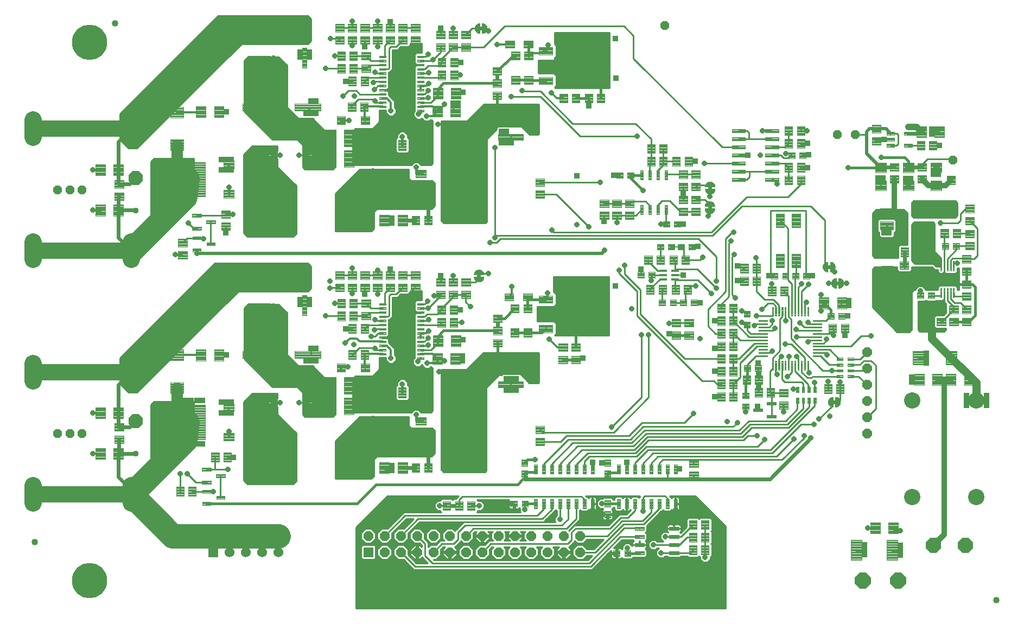
<source format=gtl>
G75*
%MOIN*%
%OFA0B0*%
%FSLAX25Y25*%
%IPPOS*%
%LPD*%
%AMOC8*
5,1,8,0,0,1.08239X$1,22.5*
%
%ADD10C,0.00394*%
%ADD11C,0.00409*%
%ADD12OC8,0.09693*%
%ADD13C,0.04000*%
%ADD14OC8,0.09055*%
%ADD15C,0.00402*%
%ADD16C,0.00408*%
%ADD17C,0.00396*%
%ADD18C,0.00378*%
%ADD19C,0.10000*%
%ADD20C,0.00425*%
%ADD21C,0.00400*%
%ADD22C,0.00348*%
%ADD23C,0.00433*%
%ADD24C,0.00387*%
%ADD25C,0.00413*%
%ADD26OC8,0.05315*%
%ADD27OC8,0.08600*%
%ADD28OC8,0.03543*%
%ADD29C,0.00100*%
%ADD30C,0.10638*%
%ADD31OC8,0.05906*%
%ADD32R,0.05906X0.05906*%
%ADD33C,0.00386*%
%ADD34C,0.00372*%
%ADD35R,0.06000X0.06000*%
%ADD36C,0.06000*%
%ADD37C,0.00362*%
%ADD38C,0.00390*%
%ADD39C,0.00384*%
%ADD40C,0.00406*%
%ADD41C,0.00423*%
%ADD42C,0.00404*%
%ADD43OC8,0.03175*%
%ADD44C,0.03200*%
%ADD45C,0.01600*%
%ADD46C,0.01000*%
%ADD47R,0.03175X0.03175*%
%ADD48C,0.01100*%
%ADD49C,0.02400*%
%ADD50C,0.00800*%
%ADD51C,0.01200*%
%ADD52C,0.21654*%
%ADD53C,0.04000*%
%ADD54C,0.02000*%
%ADD55C,0.05000*%
%ADD56C,0.10000*%
%ADD57C,0.15000*%
%ADD58C,0.07000*%
D10*
X0489393Y0101554D02*
X0493329Y0101554D01*
X0493329Y0098012D01*
X0489393Y0098012D01*
X0489393Y0101554D01*
X0489393Y0098405D02*
X0493329Y0098405D01*
X0493329Y0098798D02*
X0489393Y0098798D01*
X0489393Y0099191D02*
X0493329Y0099191D01*
X0493329Y0099584D02*
X0489393Y0099584D01*
X0489393Y0099977D02*
X0493329Y0099977D01*
X0493329Y0100370D02*
X0489393Y0100370D01*
X0489393Y0100763D02*
X0493329Y0100763D01*
X0493329Y0101156D02*
X0489393Y0101156D01*
X0489393Y0101549D02*
X0493329Y0101549D01*
X0496086Y0101554D02*
X0500022Y0101554D01*
X0500022Y0098012D01*
X0496086Y0098012D01*
X0496086Y0101554D01*
X0496086Y0098405D02*
X0500022Y0098405D01*
X0500022Y0098798D02*
X0496086Y0098798D01*
X0496086Y0099191D02*
X0500022Y0099191D01*
X0500022Y0099584D02*
X0496086Y0099584D01*
X0496086Y0099977D02*
X0500022Y0099977D01*
X0500022Y0100370D02*
X0496086Y0100370D01*
X0496086Y0100763D02*
X0500022Y0100763D01*
X0500022Y0101156D02*
X0496086Y0101156D01*
X0496086Y0101549D02*
X0500022Y0101549D01*
X0495936Y0116219D02*
X0495936Y0120155D01*
X0499478Y0120155D01*
X0499478Y0116219D01*
X0495936Y0116219D01*
X0495936Y0116612D02*
X0499478Y0116612D01*
X0499478Y0117005D02*
X0495936Y0117005D01*
X0495936Y0117398D02*
X0499478Y0117398D01*
X0499478Y0117791D02*
X0495936Y0117791D01*
X0495936Y0118184D02*
X0499478Y0118184D01*
X0499478Y0118577D02*
X0495936Y0118577D01*
X0495936Y0118970D02*
X0499478Y0118970D01*
X0499478Y0119363D02*
X0495936Y0119363D01*
X0495936Y0119756D02*
X0499478Y0119756D01*
X0499478Y0120149D02*
X0495936Y0120149D01*
X0495936Y0122912D02*
X0495936Y0126848D01*
X0499478Y0126848D01*
X0499478Y0122912D01*
X0495936Y0122912D01*
X0495936Y0123305D02*
X0499478Y0123305D01*
X0499478Y0123698D02*
X0495936Y0123698D01*
X0495936Y0124091D02*
X0499478Y0124091D01*
X0499478Y0124484D02*
X0495936Y0124484D01*
X0495936Y0124877D02*
X0499478Y0124877D01*
X0499478Y0125270D02*
X0495936Y0125270D01*
X0495936Y0125663D02*
X0499478Y0125663D01*
X0499478Y0126056D02*
X0495936Y0126056D01*
X0495936Y0126449D02*
X0499478Y0126449D01*
X0499478Y0126842D02*
X0495936Y0126842D01*
X0546936Y0126848D02*
X0546936Y0122912D01*
X0546936Y0126848D02*
X0550478Y0126848D01*
X0550478Y0122912D01*
X0546936Y0122912D01*
X0546936Y0123305D02*
X0550478Y0123305D01*
X0550478Y0123698D02*
X0546936Y0123698D01*
X0546936Y0124091D02*
X0550478Y0124091D01*
X0550478Y0124484D02*
X0546936Y0124484D01*
X0546936Y0124877D02*
X0550478Y0124877D01*
X0550478Y0125270D02*
X0546936Y0125270D01*
X0546936Y0125663D02*
X0550478Y0125663D01*
X0550478Y0126056D02*
X0546936Y0126056D01*
X0546936Y0126449D02*
X0550478Y0126449D01*
X0550478Y0126842D02*
X0546936Y0126842D01*
X0546936Y0120155D02*
X0546936Y0116219D01*
X0546936Y0120155D02*
X0550478Y0120155D01*
X0550478Y0116219D01*
X0546936Y0116219D01*
X0546936Y0116612D02*
X0550478Y0116612D01*
X0550478Y0117005D02*
X0546936Y0117005D01*
X0546936Y0117398D02*
X0550478Y0117398D01*
X0550478Y0117791D02*
X0546936Y0117791D01*
X0546936Y0118184D02*
X0550478Y0118184D01*
X0550478Y0118577D02*
X0546936Y0118577D01*
X0546936Y0118970D02*
X0550478Y0118970D01*
X0550478Y0119363D02*
X0546936Y0119363D01*
X0546936Y0119756D02*
X0550478Y0119756D01*
X0550478Y0120149D02*
X0546936Y0120149D01*
X0546936Y0101848D02*
X0546936Y0097912D01*
X0546936Y0101848D02*
X0550478Y0101848D01*
X0550478Y0097912D01*
X0546936Y0097912D01*
X0546936Y0098305D02*
X0550478Y0098305D01*
X0550478Y0098698D02*
X0546936Y0098698D01*
X0546936Y0099091D02*
X0550478Y0099091D01*
X0550478Y0099484D02*
X0546936Y0099484D01*
X0546936Y0099877D02*
X0550478Y0099877D01*
X0550478Y0100270D02*
X0546936Y0100270D01*
X0546936Y0100663D02*
X0550478Y0100663D01*
X0550478Y0101056D02*
X0546936Y0101056D01*
X0546936Y0101449D02*
X0550478Y0101449D01*
X0550478Y0101842D02*
X0546936Y0101842D01*
X0546936Y0095155D02*
X0546936Y0091219D01*
X0546936Y0095155D02*
X0550478Y0095155D01*
X0550478Y0091219D01*
X0546936Y0091219D01*
X0546936Y0091612D02*
X0550478Y0091612D01*
X0550478Y0092005D02*
X0546936Y0092005D01*
X0546936Y0092398D02*
X0550478Y0092398D01*
X0550478Y0092791D02*
X0546936Y0092791D01*
X0546936Y0093184D02*
X0550478Y0093184D01*
X0550478Y0093577D02*
X0546936Y0093577D01*
X0546936Y0093970D02*
X0550478Y0093970D01*
X0550478Y0094363D02*
X0546936Y0094363D01*
X0546936Y0094756D02*
X0550478Y0094756D01*
X0550478Y0095149D02*
X0546936Y0095149D01*
X0552393Y0067512D02*
X0556329Y0067512D01*
X0552393Y0067512D02*
X0552393Y0071054D01*
X0556329Y0071054D01*
X0556329Y0067512D01*
X0556329Y0067905D02*
X0552393Y0067905D01*
X0552393Y0068298D02*
X0556329Y0068298D01*
X0556329Y0068691D02*
X0552393Y0068691D01*
X0552393Y0069084D02*
X0556329Y0069084D01*
X0556329Y0069477D02*
X0552393Y0069477D01*
X0552393Y0069870D02*
X0556329Y0069870D01*
X0556329Y0070263D02*
X0552393Y0070263D01*
X0552393Y0070656D02*
X0556329Y0070656D01*
X0556329Y0071049D02*
X0552393Y0071049D01*
X0559086Y0067512D02*
X0563022Y0067512D01*
X0559086Y0067512D02*
X0559086Y0071054D01*
X0563022Y0071054D01*
X0563022Y0067512D01*
X0563022Y0067905D02*
X0559086Y0067905D01*
X0559086Y0068298D02*
X0563022Y0068298D01*
X0563022Y0068691D02*
X0559086Y0068691D01*
X0559086Y0069084D02*
X0563022Y0069084D01*
X0563022Y0069477D02*
X0559086Y0069477D01*
X0559086Y0069870D02*
X0563022Y0069870D01*
X0563022Y0070263D02*
X0559086Y0070263D01*
X0559086Y0070656D02*
X0563022Y0070656D01*
X0563022Y0071049D02*
X0559086Y0071049D01*
X0635425Y0157666D02*
X0635425Y0161208D01*
X0635425Y0157666D02*
X0631489Y0157666D01*
X0631489Y0161208D01*
X0635425Y0161208D01*
X0635425Y0158059D02*
X0631489Y0158059D01*
X0631489Y0158452D02*
X0635425Y0158452D01*
X0635425Y0158845D02*
X0631489Y0158845D01*
X0631489Y0159238D02*
X0635425Y0159238D01*
X0635425Y0159631D02*
X0631489Y0159631D01*
X0631489Y0160024D02*
X0635425Y0160024D01*
X0635425Y0160417D02*
X0631489Y0160417D01*
X0631489Y0160810D02*
X0635425Y0160810D01*
X0635425Y0161203D02*
X0631489Y0161203D01*
X0635425Y0164359D02*
X0635425Y0167901D01*
X0635425Y0164359D02*
X0631489Y0164359D01*
X0631489Y0167901D01*
X0635425Y0167901D01*
X0635425Y0164752D02*
X0631489Y0164752D01*
X0631489Y0165145D02*
X0635425Y0165145D01*
X0635425Y0165538D02*
X0631489Y0165538D01*
X0631489Y0165931D02*
X0635425Y0165931D01*
X0635425Y0166324D02*
X0631489Y0166324D01*
X0631489Y0166717D02*
X0635425Y0166717D01*
X0635425Y0167110D02*
X0631489Y0167110D01*
X0631489Y0167503D02*
X0635425Y0167503D01*
X0635425Y0167896D02*
X0631489Y0167896D01*
X0632643Y0184804D02*
X0636579Y0184804D01*
X0636579Y0181262D01*
X0632643Y0181262D01*
X0632643Y0184804D01*
X0632643Y0181655D02*
X0636579Y0181655D01*
X0636579Y0182048D02*
X0632643Y0182048D01*
X0632643Y0182441D02*
X0636579Y0182441D01*
X0636579Y0182834D02*
X0632643Y0182834D01*
X0632643Y0183227D02*
X0636579Y0183227D01*
X0636579Y0183620D02*
X0632643Y0183620D01*
X0632643Y0184013D02*
X0636579Y0184013D01*
X0636579Y0184406D02*
X0632643Y0184406D01*
X0632643Y0184799D02*
X0636579Y0184799D01*
X0639336Y0184804D02*
X0643272Y0184804D01*
X0643272Y0181262D01*
X0639336Y0181262D01*
X0639336Y0184804D01*
X0639336Y0181655D02*
X0643272Y0181655D01*
X0643272Y0182048D02*
X0639336Y0182048D01*
X0639336Y0182441D02*
X0643272Y0182441D01*
X0643272Y0182834D02*
X0639336Y0182834D01*
X0639336Y0183227D02*
X0643272Y0183227D01*
X0643272Y0183620D02*
X0639336Y0183620D01*
X0639336Y0184013D02*
X0643272Y0184013D01*
X0643272Y0184406D02*
X0639336Y0184406D01*
X0639336Y0184799D02*
X0643272Y0184799D01*
X0664605Y0168109D02*
X0666179Y0168109D01*
X0664605Y0168109D02*
X0664605Y0171651D01*
X0666179Y0171651D01*
X0666179Y0168109D01*
X0666179Y0168502D02*
X0664605Y0168502D01*
X0664605Y0168895D02*
X0666179Y0168895D01*
X0666179Y0169288D02*
X0664605Y0169288D01*
X0664605Y0169681D02*
X0666179Y0169681D01*
X0666179Y0170074D02*
X0664605Y0170074D01*
X0664605Y0170467D02*
X0666179Y0170467D01*
X0666179Y0170860D02*
X0664605Y0170860D01*
X0664605Y0171253D02*
X0666179Y0171253D01*
X0666179Y0171646D02*
X0664605Y0171646D01*
X0668149Y0168109D02*
X0669723Y0168109D01*
X0668149Y0168109D02*
X0668149Y0171651D01*
X0669723Y0171651D01*
X0669723Y0168109D01*
X0669723Y0168502D02*
X0668149Y0168502D01*
X0668149Y0168895D02*
X0669723Y0168895D01*
X0669723Y0169288D02*
X0668149Y0169288D01*
X0668149Y0169681D02*
X0669723Y0169681D01*
X0669723Y0170074D02*
X0668149Y0170074D01*
X0668149Y0170467D02*
X0669723Y0170467D01*
X0669723Y0170860D02*
X0668149Y0170860D01*
X0668149Y0171253D02*
X0669723Y0171253D01*
X0669723Y0171646D02*
X0668149Y0171646D01*
X0671692Y0168109D02*
X0673266Y0168109D01*
X0671692Y0168109D02*
X0671692Y0171651D01*
X0673266Y0171651D01*
X0673266Y0168109D01*
X0673266Y0168502D02*
X0671692Y0168502D01*
X0671692Y0168895D02*
X0673266Y0168895D01*
X0673266Y0169288D02*
X0671692Y0169288D01*
X0671692Y0169681D02*
X0673266Y0169681D01*
X0673266Y0170074D02*
X0671692Y0170074D01*
X0671692Y0170467D02*
X0673266Y0170467D01*
X0673266Y0170860D02*
X0671692Y0170860D01*
X0671692Y0171253D02*
X0673266Y0171253D01*
X0673266Y0171646D02*
X0671692Y0171646D01*
X0675235Y0168109D02*
X0676809Y0168109D01*
X0675235Y0168109D02*
X0675235Y0171651D01*
X0676809Y0171651D01*
X0676809Y0168109D01*
X0676809Y0168502D02*
X0675235Y0168502D01*
X0675235Y0168895D02*
X0676809Y0168895D01*
X0676809Y0169288D02*
X0675235Y0169288D01*
X0675235Y0169681D02*
X0676809Y0169681D01*
X0676809Y0170074D02*
X0675235Y0170074D01*
X0675235Y0170467D02*
X0676809Y0170467D01*
X0676809Y0170860D02*
X0675235Y0170860D01*
X0675235Y0171253D02*
X0676809Y0171253D01*
X0676809Y0171646D02*
X0675235Y0171646D01*
X0675235Y0161416D02*
X0676809Y0161416D01*
X0675235Y0161416D02*
X0675235Y0164958D01*
X0676809Y0164958D01*
X0676809Y0161416D01*
X0676809Y0161809D02*
X0675235Y0161809D01*
X0675235Y0162202D02*
X0676809Y0162202D01*
X0676809Y0162595D02*
X0675235Y0162595D01*
X0675235Y0162988D02*
X0676809Y0162988D01*
X0676809Y0163381D02*
X0675235Y0163381D01*
X0675235Y0163774D02*
X0676809Y0163774D01*
X0676809Y0164167D02*
X0675235Y0164167D01*
X0675235Y0164560D02*
X0676809Y0164560D01*
X0676809Y0164953D02*
X0675235Y0164953D01*
X0673266Y0161416D02*
X0671692Y0161416D01*
X0671692Y0164958D01*
X0673266Y0164958D01*
X0673266Y0161416D01*
X0673266Y0161809D02*
X0671692Y0161809D01*
X0671692Y0162202D02*
X0673266Y0162202D01*
X0673266Y0162595D02*
X0671692Y0162595D01*
X0671692Y0162988D02*
X0673266Y0162988D01*
X0673266Y0163381D02*
X0671692Y0163381D01*
X0671692Y0163774D02*
X0673266Y0163774D01*
X0673266Y0164167D02*
X0671692Y0164167D01*
X0671692Y0164560D02*
X0673266Y0164560D01*
X0673266Y0164953D02*
X0671692Y0164953D01*
X0669723Y0161416D02*
X0668149Y0161416D01*
X0668149Y0164958D01*
X0669723Y0164958D01*
X0669723Y0161416D01*
X0669723Y0161809D02*
X0668149Y0161809D01*
X0668149Y0162202D02*
X0669723Y0162202D01*
X0669723Y0162595D02*
X0668149Y0162595D01*
X0668149Y0162988D02*
X0669723Y0162988D01*
X0669723Y0163381D02*
X0668149Y0163381D01*
X0668149Y0163774D02*
X0669723Y0163774D01*
X0669723Y0164167D02*
X0668149Y0164167D01*
X0668149Y0164560D02*
X0669723Y0164560D01*
X0669723Y0164953D02*
X0668149Y0164953D01*
X0666179Y0161416D02*
X0664605Y0161416D01*
X0664605Y0164958D01*
X0666179Y0164958D01*
X0666179Y0161416D01*
X0666179Y0161809D02*
X0664605Y0161809D01*
X0664605Y0162202D02*
X0666179Y0162202D01*
X0666179Y0162595D02*
X0664605Y0162595D01*
X0664605Y0162988D02*
X0666179Y0162988D01*
X0666179Y0163381D02*
X0664605Y0163381D01*
X0664605Y0163774D02*
X0666179Y0163774D01*
X0666179Y0164167D02*
X0664605Y0164167D01*
X0664605Y0164560D02*
X0666179Y0164560D01*
X0666179Y0164953D02*
X0664605Y0164953D01*
X0689590Y0177182D02*
X0689590Y0178756D01*
X0693132Y0178756D01*
X0693132Y0177182D01*
X0689590Y0177182D01*
X0689590Y0177575D02*
X0693132Y0177575D01*
X0693132Y0177968D02*
X0689590Y0177968D01*
X0689590Y0178361D02*
X0693132Y0178361D01*
X0693132Y0178754D02*
X0689590Y0178754D01*
X0689590Y0180725D02*
X0689590Y0182299D01*
X0693132Y0182299D01*
X0693132Y0180725D01*
X0689590Y0180725D01*
X0689590Y0181118D02*
X0693132Y0181118D01*
X0693132Y0181511D02*
X0689590Y0181511D01*
X0689590Y0181904D02*
X0693132Y0181904D01*
X0693132Y0182297D02*
X0689590Y0182297D01*
X0689590Y0184268D02*
X0689590Y0185842D01*
X0693132Y0185842D01*
X0693132Y0184268D01*
X0689590Y0184268D01*
X0689590Y0184661D02*
X0693132Y0184661D01*
X0693132Y0185054D02*
X0689590Y0185054D01*
X0689590Y0185447D02*
X0693132Y0185447D01*
X0693132Y0185840D02*
X0689590Y0185840D01*
X0689590Y0187811D02*
X0689590Y0189385D01*
X0693132Y0189385D01*
X0693132Y0187811D01*
X0689590Y0187811D01*
X0689590Y0188204D02*
X0693132Y0188204D01*
X0693132Y0188597D02*
X0689590Y0188597D01*
X0689590Y0188990D02*
X0693132Y0188990D01*
X0693132Y0189383D02*
X0689590Y0189383D01*
X0696283Y0189385D02*
X0696283Y0187811D01*
X0696283Y0189385D02*
X0699825Y0189385D01*
X0699825Y0187811D01*
X0696283Y0187811D01*
X0696283Y0188204D02*
X0699825Y0188204D01*
X0699825Y0188597D02*
X0696283Y0188597D01*
X0696283Y0188990D02*
X0699825Y0188990D01*
X0699825Y0189383D02*
X0696283Y0189383D01*
X0696283Y0185842D02*
X0696283Y0184268D01*
X0696283Y0185842D02*
X0699825Y0185842D01*
X0699825Y0184268D01*
X0696283Y0184268D01*
X0696283Y0184661D02*
X0699825Y0184661D01*
X0699825Y0185054D02*
X0696283Y0185054D01*
X0696283Y0185447D02*
X0699825Y0185447D01*
X0699825Y0185840D02*
X0696283Y0185840D01*
X0696283Y0182299D02*
X0696283Y0180725D01*
X0696283Y0182299D02*
X0699825Y0182299D01*
X0699825Y0180725D01*
X0696283Y0180725D01*
X0696283Y0181118D02*
X0699825Y0181118D01*
X0699825Y0181511D02*
X0696283Y0181511D01*
X0696283Y0181904D02*
X0699825Y0181904D01*
X0699825Y0182297D02*
X0696283Y0182297D01*
X0696283Y0178756D02*
X0696283Y0177182D01*
X0696283Y0178756D02*
X0699825Y0178756D01*
X0699825Y0177182D01*
X0696283Y0177182D01*
X0696283Y0177575D02*
X0699825Y0177575D01*
X0699825Y0177968D02*
X0696283Y0177968D01*
X0696283Y0178361D02*
X0699825Y0178361D01*
X0699825Y0178754D02*
X0696283Y0178754D01*
X0632686Y0207719D02*
X0632686Y0211655D01*
X0636228Y0211655D01*
X0636228Y0207719D01*
X0632686Y0207719D01*
X0632686Y0208112D02*
X0636228Y0208112D01*
X0636228Y0208505D02*
X0632686Y0208505D01*
X0632686Y0208898D02*
X0636228Y0208898D01*
X0636228Y0209291D02*
X0632686Y0209291D01*
X0632686Y0209684D02*
X0636228Y0209684D01*
X0636228Y0210077D02*
X0632686Y0210077D01*
X0632686Y0210470D02*
X0636228Y0210470D01*
X0636228Y0210863D02*
X0632686Y0210863D01*
X0632686Y0211256D02*
X0636228Y0211256D01*
X0636228Y0211649D02*
X0632686Y0211649D01*
X0632686Y0214412D02*
X0632686Y0218348D01*
X0636228Y0218348D01*
X0636228Y0214412D01*
X0632686Y0214412D01*
X0632686Y0214805D02*
X0636228Y0214805D01*
X0636228Y0215198D02*
X0632686Y0215198D01*
X0632686Y0215591D02*
X0636228Y0215591D01*
X0636228Y0215984D02*
X0632686Y0215984D01*
X0632686Y0216377D02*
X0636228Y0216377D01*
X0636228Y0216770D02*
X0632686Y0216770D01*
X0632686Y0217163D02*
X0636228Y0217163D01*
X0636228Y0217556D02*
X0632686Y0217556D01*
X0632686Y0217949D02*
X0636228Y0217949D01*
X0636228Y0218342D02*
X0632686Y0218342D01*
X0603772Y0221512D02*
X0599836Y0221512D01*
X0599836Y0225054D01*
X0603772Y0225054D01*
X0603772Y0221512D01*
X0603772Y0221905D02*
X0599836Y0221905D01*
X0599836Y0222298D02*
X0603772Y0222298D01*
X0603772Y0222691D02*
X0599836Y0222691D01*
X0599836Y0223084D02*
X0603772Y0223084D01*
X0603772Y0223477D02*
X0599836Y0223477D01*
X0599836Y0223870D02*
X0603772Y0223870D01*
X0603772Y0224263D02*
X0599836Y0224263D01*
X0599836Y0224656D02*
X0603772Y0224656D01*
X0603772Y0225049D02*
X0599836Y0225049D01*
X0597079Y0221512D02*
X0593143Y0221512D01*
X0593143Y0225054D01*
X0597079Y0225054D01*
X0597079Y0221512D01*
X0597079Y0221905D02*
X0593143Y0221905D01*
X0593143Y0222298D02*
X0597079Y0222298D01*
X0597079Y0222691D02*
X0593143Y0222691D01*
X0593143Y0223084D02*
X0597079Y0223084D01*
X0597079Y0223477D02*
X0593143Y0223477D01*
X0593143Y0223870D02*
X0597079Y0223870D01*
X0597079Y0224263D02*
X0593143Y0224263D01*
X0593143Y0224656D02*
X0597079Y0224656D01*
X0597079Y0225049D02*
X0593143Y0225049D01*
X0591022Y0225054D02*
X0587086Y0225054D01*
X0591022Y0225054D02*
X0591022Y0221512D01*
X0587086Y0221512D01*
X0587086Y0225054D01*
X0587086Y0221905D02*
X0591022Y0221905D01*
X0591022Y0222298D02*
X0587086Y0222298D01*
X0587086Y0222691D02*
X0591022Y0222691D01*
X0591022Y0223084D02*
X0587086Y0223084D01*
X0587086Y0223477D02*
X0591022Y0223477D01*
X0591022Y0223870D02*
X0587086Y0223870D01*
X0587086Y0224263D02*
X0591022Y0224263D01*
X0591022Y0224656D02*
X0587086Y0224656D01*
X0587086Y0225049D02*
X0591022Y0225049D01*
X0584329Y0225054D02*
X0580393Y0225054D01*
X0584329Y0225054D02*
X0584329Y0221512D01*
X0580393Y0221512D01*
X0580393Y0225054D01*
X0580393Y0221905D02*
X0584329Y0221905D01*
X0584329Y0222298D02*
X0580393Y0222298D01*
X0580393Y0222691D02*
X0584329Y0222691D01*
X0584329Y0223084D02*
X0580393Y0223084D01*
X0580393Y0223477D02*
X0584329Y0223477D01*
X0584329Y0223870D02*
X0580393Y0223870D01*
X0580393Y0224263D02*
X0584329Y0224263D01*
X0584329Y0224656D02*
X0580393Y0224656D01*
X0580393Y0225049D02*
X0584329Y0225049D01*
X0577772Y0242054D02*
X0573836Y0242054D01*
X0577772Y0242054D02*
X0577772Y0238512D01*
X0573836Y0238512D01*
X0573836Y0242054D01*
X0573836Y0238905D02*
X0577772Y0238905D01*
X0577772Y0239298D02*
X0573836Y0239298D01*
X0573836Y0239691D02*
X0577772Y0239691D01*
X0577772Y0240084D02*
X0573836Y0240084D01*
X0573836Y0240477D02*
X0577772Y0240477D01*
X0577772Y0240870D02*
X0573836Y0240870D01*
X0573836Y0241263D02*
X0577772Y0241263D01*
X0577772Y0241656D02*
X0573836Y0241656D01*
X0573836Y0242049D02*
X0577772Y0242049D01*
X0571079Y0242054D02*
X0567143Y0242054D01*
X0571079Y0242054D02*
X0571079Y0238512D01*
X0567143Y0238512D01*
X0567143Y0242054D01*
X0567143Y0238905D02*
X0571079Y0238905D01*
X0571079Y0239298D02*
X0567143Y0239298D01*
X0567143Y0239691D02*
X0571079Y0239691D01*
X0571079Y0240084D02*
X0567143Y0240084D01*
X0567143Y0240477D02*
X0571079Y0240477D01*
X0571079Y0240870D02*
X0567143Y0240870D01*
X0567143Y0241263D02*
X0571079Y0241263D01*
X0571079Y0241656D02*
X0567143Y0241656D01*
X0567143Y0242049D02*
X0571079Y0242049D01*
X0579143Y0259304D02*
X0583079Y0259304D01*
X0583079Y0255762D01*
X0579143Y0255762D01*
X0579143Y0259304D01*
X0579143Y0256155D02*
X0583079Y0256155D01*
X0583079Y0256548D02*
X0579143Y0256548D01*
X0579143Y0256941D02*
X0583079Y0256941D01*
X0583079Y0257334D02*
X0579143Y0257334D01*
X0579143Y0257727D02*
X0583079Y0257727D01*
X0583079Y0258120D02*
X0579143Y0258120D01*
X0579143Y0258513D02*
X0583079Y0258513D01*
X0583079Y0258906D02*
X0579143Y0258906D01*
X0579143Y0259299D02*
X0583079Y0259299D01*
X0585836Y0259304D02*
X0589772Y0259304D01*
X0589772Y0255762D01*
X0585836Y0255762D01*
X0585836Y0259304D01*
X0585836Y0256155D02*
X0589772Y0256155D01*
X0589772Y0256548D02*
X0585836Y0256548D01*
X0585836Y0256941D02*
X0589772Y0256941D01*
X0589772Y0257334D02*
X0585836Y0257334D01*
X0585836Y0257727D02*
X0589772Y0257727D01*
X0589772Y0258120D02*
X0585836Y0258120D01*
X0585836Y0258513D02*
X0589772Y0258513D01*
X0589772Y0258906D02*
X0585836Y0258906D01*
X0585836Y0259299D02*
X0589772Y0259299D01*
X0591893Y0255762D02*
X0595829Y0255762D01*
X0591893Y0255762D02*
X0591893Y0259304D01*
X0595829Y0259304D01*
X0595829Y0255762D01*
X0595829Y0256155D02*
X0591893Y0256155D01*
X0591893Y0256548D02*
X0595829Y0256548D01*
X0595829Y0256941D02*
X0591893Y0256941D01*
X0591893Y0257334D02*
X0595829Y0257334D01*
X0595829Y0257727D02*
X0591893Y0257727D01*
X0591893Y0258120D02*
X0595829Y0258120D01*
X0595829Y0258513D02*
X0591893Y0258513D01*
X0591893Y0258906D02*
X0595829Y0258906D01*
X0595829Y0259299D02*
X0591893Y0259299D01*
X0598586Y0255762D02*
X0602522Y0255762D01*
X0598586Y0255762D02*
X0598586Y0259304D01*
X0602522Y0259304D01*
X0602522Y0255762D01*
X0602522Y0256155D02*
X0598586Y0256155D01*
X0598586Y0256548D02*
X0602522Y0256548D01*
X0602522Y0256941D02*
X0598586Y0256941D01*
X0598586Y0257334D02*
X0602522Y0257334D01*
X0602522Y0257727D02*
X0598586Y0257727D01*
X0598586Y0258120D02*
X0602522Y0258120D01*
X0602522Y0258513D02*
X0598586Y0258513D01*
X0598586Y0258906D02*
X0602522Y0258906D01*
X0602522Y0259299D02*
X0598586Y0259299D01*
X0593522Y0273304D02*
X0589586Y0273304D01*
X0593522Y0273304D02*
X0593522Y0269762D01*
X0589586Y0269762D01*
X0589586Y0273304D01*
X0589586Y0270155D02*
X0593522Y0270155D01*
X0593522Y0270548D02*
X0589586Y0270548D01*
X0589586Y0270941D02*
X0593522Y0270941D01*
X0593522Y0271334D02*
X0589586Y0271334D01*
X0589586Y0271727D02*
X0593522Y0271727D01*
X0593522Y0272120D02*
X0589586Y0272120D01*
X0589586Y0272513D02*
X0593522Y0272513D01*
X0593522Y0272906D02*
X0589586Y0272906D01*
X0589586Y0273299D02*
X0593522Y0273299D01*
X0586829Y0273304D02*
X0582893Y0273304D01*
X0586829Y0273304D02*
X0586829Y0269762D01*
X0582893Y0269762D01*
X0582893Y0273304D01*
X0582893Y0270155D02*
X0586829Y0270155D01*
X0586829Y0270548D02*
X0582893Y0270548D01*
X0582893Y0270941D02*
X0586829Y0270941D01*
X0586829Y0271334D02*
X0582893Y0271334D01*
X0582893Y0271727D02*
X0586829Y0271727D01*
X0586829Y0272120D02*
X0582893Y0272120D01*
X0582893Y0272513D02*
X0586829Y0272513D01*
X0586829Y0272906D02*
X0582893Y0272906D01*
X0582893Y0273299D02*
X0586829Y0273299D01*
X0564772Y0303304D02*
X0560836Y0303304D01*
X0564772Y0303304D02*
X0564772Y0299762D01*
X0560836Y0299762D01*
X0560836Y0303304D01*
X0560836Y0300155D02*
X0564772Y0300155D01*
X0564772Y0300548D02*
X0560836Y0300548D01*
X0560836Y0300941D02*
X0564772Y0300941D01*
X0564772Y0301334D02*
X0560836Y0301334D01*
X0560836Y0301727D02*
X0564772Y0301727D01*
X0564772Y0302120D02*
X0560836Y0302120D01*
X0560836Y0302513D02*
X0564772Y0302513D01*
X0564772Y0302906D02*
X0560836Y0302906D01*
X0560836Y0303299D02*
X0564772Y0303299D01*
X0558079Y0303304D02*
X0554143Y0303304D01*
X0558079Y0303304D02*
X0558079Y0299762D01*
X0554143Y0299762D01*
X0554143Y0303304D01*
X0554143Y0300155D02*
X0558079Y0300155D01*
X0558079Y0300548D02*
X0554143Y0300548D01*
X0554143Y0300941D02*
X0558079Y0300941D01*
X0558079Y0301334D02*
X0554143Y0301334D01*
X0554143Y0301727D02*
X0558079Y0301727D01*
X0558079Y0302120D02*
X0554143Y0302120D01*
X0554143Y0302513D02*
X0558079Y0302513D01*
X0558079Y0302906D02*
X0554143Y0302906D01*
X0554143Y0303299D02*
X0558079Y0303299D01*
X0659893Y0312012D02*
X0663829Y0312012D01*
X0659893Y0312012D02*
X0659893Y0315554D01*
X0663829Y0315554D01*
X0663829Y0312012D01*
X0663829Y0312405D02*
X0659893Y0312405D01*
X0659893Y0312798D02*
X0663829Y0312798D01*
X0663829Y0313191D02*
X0659893Y0313191D01*
X0659893Y0313584D02*
X0663829Y0313584D01*
X0663829Y0313977D02*
X0659893Y0313977D01*
X0659893Y0314370D02*
X0663829Y0314370D01*
X0663829Y0314763D02*
X0659893Y0314763D01*
X0659893Y0315156D02*
X0663829Y0315156D01*
X0663829Y0315549D02*
X0659893Y0315549D01*
X0666586Y0312012D02*
X0670522Y0312012D01*
X0666586Y0312012D02*
X0666586Y0315554D01*
X0670522Y0315554D01*
X0670522Y0312012D01*
X0670522Y0312405D02*
X0666586Y0312405D01*
X0666586Y0312798D02*
X0670522Y0312798D01*
X0670522Y0313191D02*
X0666586Y0313191D01*
X0666586Y0313584D02*
X0670522Y0313584D01*
X0670522Y0313977D02*
X0666586Y0313977D01*
X0666586Y0314370D02*
X0670522Y0314370D01*
X0670522Y0314763D02*
X0666586Y0314763D01*
X0666586Y0315156D02*
X0670522Y0315156D01*
X0670522Y0315549D02*
X0666586Y0315549D01*
X0754143Y0256262D02*
X0758079Y0256262D01*
X0754143Y0256262D02*
X0754143Y0259804D01*
X0758079Y0259804D01*
X0758079Y0256262D01*
X0758079Y0256655D02*
X0754143Y0256655D01*
X0754143Y0257048D02*
X0758079Y0257048D01*
X0758079Y0257441D02*
X0754143Y0257441D01*
X0754143Y0257834D02*
X0758079Y0257834D01*
X0758079Y0258227D02*
X0754143Y0258227D01*
X0754143Y0258620D02*
X0758079Y0258620D01*
X0758079Y0259013D02*
X0754143Y0259013D01*
X0754143Y0259406D02*
X0758079Y0259406D01*
X0758079Y0259799D02*
X0754143Y0259799D01*
X0760836Y0256262D02*
X0764772Y0256262D01*
X0760836Y0256262D02*
X0760836Y0259804D01*
X0764772Y0259804D01*
X0764772Y0256262D01*
X0764772Y0256655D02*
X0760836Y0256655D01*
X0760836Y0257048D02*
X0764772Y0257048D01*
X0764772Y0257441D02*
X0760836Y0257441D01*
X0760836Y0257834D02*
X0764772Y0257834D01*
X0764772Y0258227D02*
X0760836Y0258227D01*
X0760836Y0258620D02*
X0764772Y0258620D01*
X0764772Y0259013D02*
X0760836Y0259013D01*
X0760836Y0259406D02*
X0764772Y0259406D01*
X0764772Y0259799D02*
X0760836Y0259799D01*
X0749522Y0226012D02*
X0745586Y0226012D01*
X0745586Y0229554D01*
X0749522Y0229554D01*
X0749522Y0226012D01*
X0749522Y0226405D02*
X0745586Y0226405D01*
X0745586Y0226798D02*
X0749522Y0226798D01*
X0749522Y0227191D02*
X0745586Y0227191D01*
X0745586Y0227584D02*
X0749522Y0227584D01*
X0749522Y0227977D02*
X0745586Y0227977D01*
X0745586Y0228370D02*
X0749522Y0228370D01*
X0749522Y0228763D02*
X0745586Y0228763D01*
X0745586Y0229156D02*
X0749522Y0229156D01*
X0749522Y0229549D02*
X0745586Y0229549D01*
X0742829Y0226012D02*
X0738893Y0226012D01*
X0738893Y0229554D01*
X0742829Y0229554D01*
X0742829Y0226012D01*
X0742829Y0226405D02*
X0738893Y0226405D01*
X0738893Y0226798D02*
X0742829Y0226798D01*
X0742829Y0227191D02*
X0738893Y0227191D01*
X0738893Y0227584D02*
X0742829Y0227584D01*
X0742829Y0227977D02*
X0738893Y0227977D01*
X0738893Y0228370D02*
X0742829Y0228370D01*
X0742829Y0228763D02*
X0738893Y0228763D01*
X0738893Y0229156D02*
X0742829Y0229156D01*
X0742829Y0229549D02*
X0738893Y0229549D01*
X0694522Y0216804D02*
X0690586Y0216804D01*
X0694522Y0216804D02*
X0694522Y0213262D01*
X0690586Y0213262D01*
X0690586Y0216804D01*
X0690586Y0213655D02*
X0694522Y0213655D01*
X0694522Y0214048D02*
X0690586Y0214048D01*
X0690586Y0214441D02*
X0694522Y0214441D01*
X0694522Y0214834D02*
X0690586Y0214834D01*
X0690586Y0215227D02*
X0694522Y0215227D01*
X0694522Y0215620D02*
X0690586Y0215620D01*
X0690586Y0216013D02*
X0694522Y0216013D01*
X0694522Y0216406D02*
X0690586Y0216406D01*
X0690586Y0216799D02*
X0694522Y0216799D01*
X0687829Y0216804D02*
X0683893Y0216804D01*
X0687829Y0216804D02*
X0687829Y0213262D01*
X0683893Y0213262D01*
X0683893Y0216804D01*
X0683893Y0213655D02*
X0687829Y0213655D01*
X0687829Y0214048D02*
X0683893Y0214048D01*
X0683893Y0214441D02*
X0687829Y0214441D01*
X0687829Y0214834D02*
X0683893Y0214834D01*
X0683893Y0215227D02*
X0687829Y0215227D01*
X0687829Y0215620D02*
X0683893Y0215620D01*
X0683893Y0216013D02*
X0687829Y0216013D01*
X0687829Y0216406D02*
X0683893Y0216406D01*
X0683893Y0216799D02*
X0687829Y0216799D01*
X0672772Y0241554D02*
X0668836Y0241554D01*
X0672772Y0241554D02*
X0672772Y0238012D01*
X0668836Y0238012D01*
X0668836Y0241554D01*
X0668836Y0238405D02*
X0672772Y0238405D01*
X0672772Y0238798D02*
X0668836Y0238798D01*
X0668836Y0239191D02*
X0672772Y0239191D01*
X0672772Y0239584D02*
X0668836Y0239584D01*
X0668836Y0239977D02*
X0672772Y0239977D01*
X0672772Y0240370D02*
X0668836Y0240370D01*
X0668836Y0240763D02*
X0672772Y0240763D01*
X0672772Y0241156D02*
X0668836Y0241156D01*
X0668836Y0241549D02*
X0672772Y0241549D01*
X0666079Y0241554D02*
X0662143Y0241554D01*
X0666079Y0241554D02*
X0666079Y0238012D01*
X0662143Y0238012D01*
X0662143Y0241554D01*
X0662143Y0238405D02*
X0666079Y0238405D01*
X0666079Y0238798D02*
X0662143Y0238798D01*
X0662143Y0239191D02*
X0666079Y0239191D01*
X0666079Y0239584D02*
X0662143Y0239584D01*
X0662143Y0239977D02*
X0666079Y0239977D01*
X0666079Y0240370D02*
X0662143Y0240370D01*
X0662143Y0240763D02*
X0666079Y0240763D01*
X0666079Y0241156D02*
X0662143Y0241156D01*
X0662143Y0241549D02*
X0666079Y0241549D01*
X0660022Y0238012D02*
X0656086Y0238012D01*
X0656086Y0241554D01*
X0660022Y0241554D01*
X0660022Y0238012D01*
X0660022Y0238405D02*
X0656086Y0238405D01*
X0656086Y0238798D02*
X0660022Y0238798D01*
X0660022Y0239191D02*
X0656086Y0239191D01*
X0656086Y0239584D02*
X0660022Y0239584D01*
X0660022Y0239977D02*
X0656086Y0239977D01*
X0656086Y0240370D02*
X0660022Y0240370D01*
X0660022Y0240763D02*
X0656086Y0240763D01*
X0656086Y0241156D02*
X0660022Y0241156D01*
X0660022Y0241549D02*
X0656086Y0241549D01*
X0653329Y0238012D02*
X0649393Y0238012D01*
X0649393Y0241554D01*
X0653329Y0241554D01*
X0653329Y0238012D01*
X0653329Y0238405D02*
X0649393Y0238405D01*
X0649393Y0238798D02*
X0653329Y0238798D01*
X0653329Y0239191D02*
X0649393Y0239191D01*
X0649393Y0239584D02*
X0653329Y0239584D01*
X0653329Y0239977D02*
X0649393Y0239977D01*
X0649393Y0240370D02*
X0653329Y0240370D01*
X0653329Y0240763D02*
X0649393Y0240763D01*
X0649393Y0241156D02*
X0653329Y0241156D01*
X0653329Y0241549D02*
X0649393Y0241549D01*
D11*
X0642553Y0241534D02*
X0637843Y0241534D01*
X0637843Y0247032D01*
X0642553Y0247032D01*
X0642553Y0241534D01*
X0642553Y0241942D02*
X0637843Y0241942D01*
X0637843Y0242350D02*
X0642553Y0242350D01*
X0642553Y0242758D02*
X0637843Y0242758D01*
X0637843Y0243166D02*
X0642553Y0243166D01*
X0642553Y0243574D02*
X0637843Y0243574D01*
X0637843Y0243982D02*
X0642553Y0243982D01*
X0642553Y0244390D02*
X0637843Y0244390D01*
X0637843Y0244798D02*
X0642553Y0244798D01*
X0642553Y0245206D02*
X0637843Y0245206D01*
X0637843Y0245614D02*
X0642553Y0245614D01*
X0642553Y0246022D02*
X0637843Y0246022D01*
X0637843Y0246430D02*
X0642553Y0246430D01*
X0642553Y0246838D02*
X0637843Y0246838D01*
X0635072Y0241534D02*
X0630362Y0241534D01*
X0630362Y0247032D01*
X0635072Y0247032D01*
X0635072Y0241534D01*
X0635072Y0241942D02*
X0630362Y0241942D01*
X0630362Y0242350D02*
X0635072Y0242350D01*
X0635072Y0242758D02*
X0630362Y0242758D01*
X0630362Y0243166D02*
X0635072Y0243166D01*
X0635072Y0243574D02*
X0630362Y0243574D01*
X0630362Y0243982D02*
X0635072Y0243982D01*
X0635072Y0244390D02*
X0630362Y0244390D01*
X0630362Y0244798D02*
X0635072Y0244798D01*
X0635072Y0245206D02*
X0630362Y0245206D01*
X0630362Y0245614D02*
X0635072Y0245614D01*
X0635072Y0246022D02*
X0630362Y0246022D01*
X0630362Y0246430D02*
X0635072Y0246430D01*
X0635072Y0246838D02*
X0630362Y0246838D01*
X0630362Y0239282D02*
X0635072Y0239282D01*
X0635072Y0233784D01*
X0630362Y0233784D01*
X0630362Y0239282D01*
X0630362Y0234192D02*
X0635072Y0234192D01*
X0635072Y0234600D02*
X0630362Y0234600D01*
X0630362Y0235008D02*
X0635072Y0235008D01*
X0635072Y0235416D02*
X0630362Y0235416D01*
X0630362Y0235824D02*
X0635072Y0235824D01*
X0635072Y0236232D02*
X0630362Y0236232D01*
X0630362Y0236640D02*
X0635072Y0236640D01*
X0635072Y0237048D02*
X0630362Y0237048D01*
X0630362Y0237456D02*
X0635072Y0237456D01*
X0635072Y0237864D02*
X0630362Y0237864D01*
X0630362Y0238272D02*
X0635072Y0238272D01*
X0635072Y0238680D02*
X0630362Y0238680D01*
X0630362Y0239088D02*
X0635072Y0239088D01*
X0637843Y0239282D02*
X0642553Y0239282D01*
X0642553Y0233784D01*
X0637843Y0233784D01*
X0637843Y0239282D01*
X0637843Y0234192D02*
X0642553Y0234192D01*
X0642553Y0234600D02*
X0637843Y0234600D01*
X0637843Y0235008D02*
X0642553Y0235008D01*
X0642553Y0235416D02*
X0637843Y0235416D01*
X0637843Y0235824D02*
X0642553Y0235824D01*
X0642553Y0236232D02*
X0637843Y0236232D01*
X0637843Y0236640D02*
X0642553Y0236640D01*
X0642553Y0237048D02*
X0637843Y0237048D01*
X0637843Y0237456D02*
X0642553Y0237456D01*
X0642553Y0237864D02*
X0637843Y0237864D01*
X0637843Y0238272D02*
X0642553Y0238272D01*
X0642553Y0238680D02*
X0637843Y0238680D01*
X0637843Y0239088D02*
X0642553Y0239088D01*
X0647362Y0233032D02*
X0652072Y0233032D01*
X0652072Y0227534D01*
X0647362Y0227534D01*
X0647362Y0233032D01*
X0647362Y0227942D02*
X0652072Y0227942D01*
X0652072Y0228350D02*
X0647362Y0228350D01*
X0647362Y0228758D02*
X0652072Y0228758D01*
X0652072Y0229166D02*
X0647362Y0229166D01*
X0647362Y0229574D02*
X0652072Y0229574D01*
X0652072Y0229982D02*
X0647362Y0229982D01*
X0647362Y0230390D02*
X0652072Y0230390D01*
X0652072Y0230798D02*
X0647362Y0230798D01*
X0647362Y0231206D02*
X0652072Y0231206D01*
X0652072Y0231614D02*
X0647362Y0231614D01*
X0647362Y0232022D02*
X0652072Y0232022D01*
X0652072Y0232430D02*
X0647362Y0232430D01*
X0647362Y0232838D02*
X0652072Y0232838D01*
X0654843Y0233032D02*
X0659553Y0233032D01*
X0659553Y0227534D01*
X0654843Y0227534D01*
X0654843Y0233032D01*
X0654843Y0227942D02*
X0659553Y0227942D01*
X0659553Y0228350D02*
X0654843Y0228350D01*
X0654843Y0228758D02*
X0659553Y0228758D01*
X0659553Y0229166D02*
X0654843Y0229166D01*
X0654843Y0229574D02*
X0659553Y0229574D01*
X0659553Y0229982D02*
X0654843Y0229982D01*
X0654843Y0230390D02*
X0659553Y0230390D01*
X0659553Y0230798D02*
X0654843Y0230798D01*
X0654843Y0231206D02*
X0659553Y0231206D01*
X0659553Y0231614D02*
X0654843Y0231614D01*
X0654843Y0232022D02*
X0659553Y0232022D01*
X0659553Y0232430D02*
X0654843Y0232430D01*
X0654843Y0232838D02*
X0659553Y0232838D01*
X0628303Y0222532D02*
X0623593Y0222532D01*
X0628303Y0222532D02*
X0628303Y0217034D01*
X0623593Y0217034D01*
X0623593Y0222532D01*
X0623593Y0217442D02*
X0628303Y0217442D01*
X0628303Y0217850D02*
X0623593Y0217850D01*
X0623593Y0218258D02*
X0628303Y0218258D01*
X0628303Y0218666D02*
X0623593Y0218666D01*
X0623593Y0219074D02*
X0628303Y0219074D01*
X0628303Y0219482D02*
X0623593Y0219482D01*
X0623593Y0219890D02*
X0628303Y0219890D01*
X0628303Y0220298D02*
X0623593Y0220298D01*
X0623593Y0220706D02*
X0628303Y0220706D01*
X0628303Y0221114D02*
X0623593Y0221114D01*
X0623593Y0221522D02*
X0628303Y0221522D01*
X0628303Y0221930D02*
X0623593Y0221930D01*
X0623593Y0222338D02*
X0628303Y0222338D01*
X0620822Y0222532D02*
X0616112Y0222532D01*
X0620822Y0222532D02*
X0620822Y0217034D01*
X0616112Y0217034D01*
X0616112Y0222532D01*
X0616112Y0217442D02*
X0620822Y0217442D01*
X0620822Y0217850D02*
X0616112Y0217850D01*
X0616112Y0218258D02*
X0620822Y0218258D01*
X0620822Y0218666D02*
X0616112Y0218666D01*
X0616112Y0219074D02*
X0620822Y0219074D01*
X0620822Y0219482D02*
X0616112Y0219482D01*
X0616112Y0219890D02*
X0620822Y0219890D01*
X0620822Y0220298D02*
X0616112Y0220298D01*
X0616112Y0220706D02*
X0620822Y0220706D01*
X0620822Y0221114D02*
X0616112Y0221114D01*
X0616112Y0221522D02*
X0620822Y0221522D01*
X0620822Y0221930D02*
X0616112Y0221930D01*
X0616112Y0222338D02*
X0620822Y0222338D01*
X0620822Y0209284D02*
X0616112Y0209284D01*
X0616112Y0214782D01*
X0620822Y0214782D01*
X0620822Y0209284D01*
X0620822Y0209692D02*
X0616112Y0209692D01*
X0616112Y0210100D02*
X0620822Y0210100D01*
X0620822Y0210508D02*
X0616112Y0210508D01*
X0616112Y0210916D02*
X0620822Y0210916D01*
X0620822Y0211324D02*
X0616112Y0211324D01*
X0616112Y0211732D02*
X0620822Y0211732D01*
X0620822Y0212140D02*
X0616112Y0212140D01*
X0616112Y0212548D02*
X0620822Y0212548D01*
X0620822Y0212956D02*
X0616112Y0212956D01*
X0616112Y0213364D02*
X0620822Y0213364D01*
X0620822Y0213772D02*
X0616112Y0213772D01*
X0616112Y0214180D02*
X0620822Y0214180D01*
X0620822Y0214588D02*
X0616112Y0214588D01*
X0623593Y0209284D02*
X0628303Y0209284D01*
X0623593Y0209284D02*
X0623593Y0214782D01*
X0628303Y0214782D01*
X0628303Y0209284D01*
X0628303Y0209692D02*
X0623593Y0209692D01*
X0623593Y0210100D02*
X0628303Y0210100D01*
X0628303Y0210508D02*
X0623593Y0210508D01*
X0623593Y0210916D02*
X0628303Y0210916D01*
X0628303Y0211324D02*
X0623593Y0211324D01*
X0623593Y0211732D02*
X0628303Y0211732D01*
X0628303Y0212140D02*
X0623593Y0212140D01*
X0623593Y0212548D02*
X0628303Y0212548D01*
X0628303Y0212956D02*
X0623593Y0212956D01*
X0623593Y0213364D02*
X0628303Y0213364D01*
X0628303Y0213772D02*
X0623593Y0213772D01*
X0623593Y0214180D02*
X0628303Y0214180D01*
X0628303Y0214588D02*
X0623593Y0214588D01*
X0623593Y0207032D02*
X0628303Y0207032D01*
X0628303Y0201534D01*
X0623593Y0201534D01*
X0623593Y0207032D01*
X0623593Y0201942D02*
X0628303Y0201942D01*
X0628303Y0202350D02*
X0623593Y0202350D01*
X0623593Y0202758D02*
X0628303Y0202758D01*
X0628303Y0203166D02*
X0623593Y0203166D01*
X0623593Y0203574D02*
X0628303Y0203574D01*
X0628303Y0203982D02*
X0623593Y0203982D01*
X0623593Y0204390D02*
X0628303Y0204390D01*
X0628303Y0204798D02*
X0623593Y0204798D01*
X0623593Y0205206D02*
X0628303Y0205206D01*
X0628303Y0205614D02*
X0623593Y0205614D01*
X0623593Y0206022D02*
X0628303Y0206022D01*
X0628303Y0206430D02*
X0623593Y0206430D01*
X0623593Y0206838D02*
X0628303Y0206838D01*
X0620822Y0207032D02*
X0616112Y0207032D01*
X0620822Y0207032D02*
X0620822Y0201534D01*
X0616112Y0201534D01*
X0616112Y0207032D01*
X0616112Y0201942D02*
X0620822Y0201942D01*
X0620822Y0202350D02*
X0616112Y0202350D01*
X0616112Y0202758D02*
X0620822Y0202758D01*
X0620822Y0203166D02*
X0616112Y0203166D01*
X0616112Y0203574D02*
X0620822Y0203574D01*
X0620822Y0203982D02*
X0616112Y0203982D01*
X0616112Y0204390D02*
X0620822Y0204390D01*
X0620822Y0204798D02*
X0616112Y0204798D01*
X0616112Y0205206D02*
X0620822Y0205206D01*
X0620822Y0205614D02*
X0616112Y0205614D01*
X0616112Y0206022D02*
X0620822Y0206022D01*
X0620822Y0206430D02*
X0616112Y0206430D01*
X0616112Y0206838D02*
X0620822Y0206838D01*
X0620822Y0193784D02*
X0616112Y0193784D01*
X0616112Y0199282D01*
X0620822Y0199282D01*
X0620822Y0193784D01*
X0620822Y0194192D02*
X0616112Y0194192D01*
X0616112Y0194600D02*
X0620822Y0194600D01*
X0620822Y0195008D02*
X0616112Y0195008D01*
X0616112Y0195416D02*
X0620822Y0195416D01*
X0620822Y0195824D02*
X0616112Y0195824D01*
X0616112Y0196232D02*
X0620822Y0196232D01*
X0620822Y0196640D02*
X0616112Y0196640D01*
X0616112Y0197048D02*
X0620822Y0197048D01*
X0620822Y0197456D02*
X0616112Y0197456D01*
X0616112Y0197864D02*
X0620822Y0197864D01*
X0620822Y0198272D02*
X0616112Y0198272D01*
X0616112Y0198680D02*
X0620822Y0198680D01*
X0620822Y0199088D02*
X0616112Y0199088D01*
X0623593Y0193784D02*
X0628303Y0193784D01*
X0623593Y0193784D02*
X0623593Y0199282D01*
X0628303Y0199282D01*
X0628303Y0193784D01*
X0628303Y0194192D02*
X0623593Y0194192D01*
X0623593Y0194600D02*
X0628303Y0194600D01*
X0628303Y0195008D02*
X0623593Y0195008D01*
X0623593Y0195416D02*
X0628303Y0195416D01*
X0628303Y0195824D02*
X0623593Y0195824D01*
X0623593Y0196232D02*
X0628303Y0196232D01*
X0628303Y0196640D02*
X0623593Y0196640D01*
X0623593Y0197048D02*
X0628303Y0197048D01*
X0628303Y0197456D02*
X0623593Y0197456D01*
X0623593Y0197864D02*
X0628303Y0197864D01*
X0628303Y0198272D02*
X0623593Y0198272D01*
X0623593Y0198680D02*
X0628303Y0198680D01*
X0628303Y0199088D02*
X0623593Y0199088D01*
X0623593Y0191532D02*
X0628303Y0191532D01*
X0628303Y0186034D01*
X0623593Y0186034D01*
X0623593Y0191532D01*
X0623593Y0186442D02*
X0628303Y0186442D01*
X0628303Y0186850D02*
X0623593Y0186850D01*
X0623593Y0187258D02*
X0628303Y0187258D01*
X0628303Y0187666D02*
X0623593Y0187666D01*
X0623593Y0188074D02*
X0628303Y0188074D01*
X0628303Y0188482D02*
X0623593Y0188482D01*
X0623593Y0188890D02*
X0628303Y0188890D01*
X0628303Y0189298D02*
X0623593Y0189298D01*
X0623593Y0189706D02*
X0628303Y0189706D01*
X0628303Y0190114D02*
X0623593Y0190114D01*
X0623593Y0190522D02*
X0628303Y0190522D01*
X0628303Y0190930D02*
X0623593Y0190930D01*
X0623593Y0191338D02*
X0628303Y0191338D01*
X0620822Y0191532D02*
X0616112Y0191532D01*
X0620822Y0191532D02*
X0620822Y0186034D01*
X0616112Y0186034D01*
X0616112Y0191532D01*
X0616112Y0186442D02*
X0620822Y0186442D01*
X0620822Y0186850D02*
X0616112Y0186850D01*
X0616112Y0187258D02*
X0620822Y0187258D01*
X0620822Y0187666D02*
X0616112Y0187666D01*
X0616112Y0188074D02*
X0620822Y0188074D01*
X0620822Y0188482D02*
X0616112Y0188482D01*
X0616112Y0188890D02*
X0620822Y0188890D01*
X0620822Y0189298D02*
X0616112Y0189298D01*
X0616112Y0189706D02*
X0620822Y0189706D01*
X0620822Y0190114D02*
X0616112Y0190114D01*
X0616112Y0190522D02*
X0620822Y0190522D01*
X0620822Y0190930D02*
X0616112Y0190930D01*
X0616112Y0191338D02*
X0620822Y0191338D01*
X0620822Y0178284D02*
X0616112Y0178284D01*
X0616112Y0183782D01*
X0620822Y0183782D01*
X0620822Y0178284D01*
X0620822Y0178692D02*
X0616112Y0178692D01*
X0616112Y0179100D02*
X0620822Y0179100D01*
X0620822Y0179508D02*
X0616112Y0179508D01*
X0616112Y0179916D02*
X0620822Y0179916D01*
X0620822Y0180324D02*
X0616112Y0180324D01*
X0616112Y0180732D02*
X0620822Y0180732D01*
X0620822Y0181140D02*
X0616112Y0181140D01*
X0616112Y0181548D02*
X0620822Y0181548D01*
X0620822Y0181956D02*
X0616112Y0181956D01*
X0616112Y0182364D02*
X0620822Y0182364D01*
X0620822Y0182772D02*
X0616112Y0182772D01*
X0616112Y0183180D02*
X0620822Y0183180D01*
X0620822Y0183588D02*
X0616112Y0183588D01*
X0623593Y0178284D02*
X0628303Y0178284D01*
X0623593Y0178284D02*
X0623593Y0183782D01*
X0628303Y0183782D01*
X0628303Y0178284D01*
X0628303Y0178692D02*
X0623593Y0178692D01*
X0623593Y0179100D02*
X0628303Y0179100D01*
X0628303Y0179508D02*
X0623593Y0179508D01*
X0623593Y0179916D02*
X0628303Y0179916D01*
X0628303Y0180324D02*
X0623593Y0180324D01*
X0623593Y0180732D02*
X0628303Y0180732D01*
X0628303Y0181140D02*
X0623593Y0181140D01*
X0623593Y0181548D02*
X0628303Y0181548D01*
X0628303Y0181956D02*
X0623593Y0181956D01*
X0623593Y0182364D02*
X0628303Y0182364D01*
X0628303Y0182772D02*
X0623593Y0182772D01*
X0623593Y0183180D02*
X0628303Y0183180D01*
X0628303Y0183588D02*
X0623593Y0183588D01*
X0623593Y0176032D02*
X0628303Y0176032D01*
X0628303Y0170534D01*
X0623593Y0170534D01*
X0623593Y0176032D01*
X0623593Y0170942D02*
X0628303Y0170942D01*
X0628303Y0171350D02*
X0623593Y0171350D01*
X0623593Y0171758D02*
X0628303Y0171758D01*
X0628303Y0172166D02*
X0623593Y0172166D01*
X0623593Y0172574D02*
X0628303Y0172574D01*
X0628303Y0172982D02*
X0623593Y0172982D01*
X0623593Y0173390D02*
X0628303Y0173390D01*
X0628303Y0173798D02*
X0623593Y0173798D01*
X0623593Y0174206D02*
X0628303Y0174206D01*
X0628303Y0174614D02*
X0623593Y0174614D01*
X0623593Y0175022D02*
X0628303Y0175022D01*
X0628303Y0175430D02*
X0623593Y0175430D01*
X0623593Y0175838D02*
X0628303Y0175838D01*
X0631862Y0178532D02*
X0636572Y0178532D01*
X0636572Y0173034D01*
X0631862Y0173034D01*
X0631862Y0178532D01*
X0631862Y0173442D02*
X0636572Y0173442D01*
X0636572Y0173850D02*
X0631862Y0173850D01*
X0631862Y0174258D02*
X0636572Y0174258D01*
X0636572Y0174666D02*
X0631862Y0174666D01*
X0631862Y0175074D02*
X0636572Y0175074D01*
X0636572Y0175482D02*
X0631862Y0175482D01*
X0631862Y0175890D02*
X0636572Y0175890D01*
X0636572Y0176298D02*
X0631862Y0176298D01*
X0631862Y0176706D02*
X0636572Y0176706D01*
X0636572Y0177114D02*
X0631862Y0177114D01*
X0631862Y0177522D02*
X0636572Y0177522D01*
X0636572Y0177930D02*
X0631862Y0177930D01*
X0631862Y0178338D02*
X0636572Y0178338D01*
X0639343Y0178532D02*
X0644053Y0178532D01*
X0644053Y0173034D01*
X0639343Y0173034D01*
X0639343Y0178532D01*
X0639343Y0173442D02*
X0644053Y0173442D01*
X0644053Y0173850D02*
X0639343Y0173850D01*
X0639343Y0174258D02*
X0644053Y0174258D01*
X0644053Y0174666D02*
X0639343Y0174666D01*
X0639343Y0175074D02*
X0644053Y0175074D01*
X0644053Y0175482D02*
X0639343Y0175482D01*
X0639343Y0175890D02*
X0644053Y0175890D01*
X0644053Y0176298D02*
X0639343Y0176298D01*
X0639343Y0176706D02*
X0644053Y0176706D01*
X0644053Y0177114D02*
X0639343Y0177114D01*
X0639343Y0177522D02*
X0644053Y0177522D01*
X0644053Y0177930D02*
X0639343Y0177930D01*
X0639343Y0178338D02*
X0644053Y0178338D01*
X0643822Y0165284D02*
X0639112Y0165284D01*
X0639112Y0170782D01*
X0643822Y0170782D01*
X0643822Y0165284D01*
X0643822Y0165692D02*
X0639112Y0165692D01*
X0639112Y0166100D02*
X0643822Y0166100D01*
X0643822Y0166508D02*
X0639112Y0166508D01*
X0639112Y0166916D02*
X0643822Y0166916D01*
X0643822Y0167324D02*
X0639112Y0167324D01*
X0639112Y0167732D02*
X0643822Y0167732D01*
X0643822Y0168140D02*
X0639112Y0168140D01*
X0639112Y0168548D02*
X0643822Y0168548D01*
X0643822Y0168956D02*
X0639112Y0168956D01*
X0639112Y0169364D02*
X0643822Y0169364D01*
X0643822Y0169772D02*
X0639112Y0169772D01*
X0639112Y0170180D02*
X0643822Y0170180D01*
X0643822Y0170588D02*
X0639112Y0170588D01*
X0628303Y0162784D02*
X0623593Y0162784D01*
X0623593Y0168282D01*
X0628303Y0168282D01*
X0628303Y0162784D01*
X0628303Y0163192D02*
X0623593Y0163192D01*
X0623593Y0163600D02*
X0628303Y0163600D01*
X0628303Y0164008D02*
X0623593Y0164008D01*
X0623593Y0164416D02*
X0628303Y0164416D01*
X0628303Y0164824D02*
X0623593Y0164824D01*
X0623593Y0165232D02*
X0628303Y0165232D01*
X0628303Y0165640D02*
X0623593Y0165640D01*
X0623593Y0166048D02*
X0628303Y0166048D01*
X0628303Y0166456D02*
X0623593Y0166456D01*
X0623593Y0166864D02*
X0628303Y0166864D01*
X0628303Y0167272D02*
X0623593Y0167272D01*
X0623593Y0167680D02*
X0628303Y0167680D01*
X0628303Y0168088D02*
X0623593Y0168088D01*
X0620822Y0162784D02*
X0616112Y0162784D01*
X0616112Y0168282D01*
X0620822Y0168282D01*
X0620822Y0162784D01*
X0620822Y0163192D02*
X0616112Y0163192D01*
X0616112Y0163600D02*
X0620822Y0163600D01*
X0620822Y0164008D02*
X0616112Y0164008D01*
X0616112Y0164416D02*
X0620822Y0164416D01*
X0620822Y0164824D02*
X0616112Y0164824D01*
X0616112Y0165232D02*
X0620822Y0165232D01*
X0620822Y0165640D02*
X0616112Y0165640D01*
X0616112Y0166048D02*
X0620822Y0166048D01*
X0620822Y0166456D02*
X0616112Y0166456D01*
X0616112Y0166864D02*
X0620822Y0166864D01*
X0620822Y0167272D02*
X0616112Y0167272D01*
X0616112Y0167680D02*
X0620822Y0167680D01*
X0620822Y0168088D02*
X0616112Y0168088D01*
X0616112Y0176032D02*
X0620822Y0176032D01*
X0620822Y0170534D01*
X0616112Y0170534D01*
X0616112Y0176032D01*
X0616112Y0170942D02*
X0620822Y0170942D01*
X0620822Y0171350D02*
X0616112Y0171350D01*
X0616112Y0171758D02*
X0620822Y0171758D01*
X0620822Y0172166D02*
X0616112Y0172166D01*
X0616112Y0172574D02*
X0620822Y0172574D01*
X0620822Y0172982D02*
X0616112Y0172982D01*
X0616112Y0173390D02*
X0620822Y0173390D01*
X0620822Y0173798D02*
X0616112Y0173798D01*
X0616112Y0174206D02*
X0620822Y0174206D01*
X0620822Y0174614D02*
X0616112Y0174614D01*
X0616112Y0175022D02*
X0620822Y0175022D01*
X0620822Y0175430D02*
X0616112Y0175430D01*
X0616112Y0175838D02*
X0620822Y0175838D01*
X0646593Y0165284D02*
X0651303Y0165284D01*
X0646593Y0165284D02*
X0646593Y0170782D01*
X0651303Y0170782D01*
X0651303Y0165284D01*
X0651303Y0165692D02*
X0646593Y0165692D01*
X0646593Y0166100D02*
X0651303Y0166100D01*
X0651303Y0166508D02*
X0646593Y0166508D01*
X0646593Y0166916D02*
X0651303Y0166916D01*
X0651303Y0167324D02*
X0646593Y0167324D01*
X0646593Y0167732D02*
X0651303Y0167732D01*
X0651303Y0168140D02*
X0646593Y0168140D01*
X0646593Y0168548D02*
X0651303Y0168548D01*
X0651303Y0168956D02*
X0646593Y0168956D01*
X0646593Y0169364D02*
X0651303Y0169364D01*
X0651303Y0169772D02*
X0646593Y0169772D01*
X0646593Y0170180D02*
X0651303Y0170180D01*
X0651303Y0170588D02*
X0646593Y0170588D01*
X0659706Y0170129D02*
X0659706Y0165419D01*
X0654208Y0165419D01*
X0654208Y0170129D01*
X0659706Y0170129D01*
X0659706Y0165827D02*
X0654208Y0165827D01*
X0654208Y0166235D02*
X0659706Y0166235D01*
X0659706Y0166643D02*
X0654208Y0166643D01*
X0654208Y0167051D02*
X0659706Y0167051D01*
X0659706Y0167459D02*
X0654208Y0167459D01*
X0654208Y0167867D02*
X0659706Y0167867D01*
X0659706Y0168275D02*
X0654208Y0168275D01*
X0654208Y0168683D02*
X0659706Y0168683D01*
X0659706Y0169091D02*
X0654208Y0169091D01*
X0654208Y0169499D02*
X0659706Y0169499D01*
X0659706Y0169907D02*
X0654208Y0169907D01*
X0659706Y0162648D02*
X0659706Y0157938D01*
X0654208Y0157938D01*
X0654208Y0162648D01*
X0659706Y0162648D01*
X0659706Y0158346D02*
X0654208Y0158346D01*
X0654208Y0158754D02*
X0659706Y0158754D01*
X0659706Y0159162D02*
X0654208Y0159162D01*
X0654208Y0159570D02*
X0659706Y0159570D01*
X0659706Y0159978D02*
X0654208Y0159978D01*
X0654208Y0160386D02*
X0659706Y0160386D01*
X0659706Y0160794D02*
X0654208Y0160794D01*
X0654208Y0161202D02*
X0659706Y0161202D01*
X0659706Y0161610D02*
X0654208Y0161610D01*
X0654208Y0162018D02*
X0659706Y0162018D01*
X0659706Y0162426D02*
X0654208Y0162426D01*
X0681862Y0167534D02*
X0686572Y0167534D01*
X0681862Y0167534D02*
X0681862Y0173032D01*
X0686572Y0173032D01*
X0686572Y0167534D01*
X0686572Y0167942D02*
X0681862Y0167942D01*
X0681862Y0168350D02*
X0686572Y0168350D01*
X0686572Y0168758D02*
X0681862Y0168758D01*
X0681862Y0169166D02*
X0686572Y0169166D01*
X0686572Y0169574D02*
X0681862Y0169574D01*
X0681862Y0169982D02*
X0686572Y0169982D01*
X0686572Y0170390D02*
X0681862Y0170390D01*
X0681862Y0170798D02*
X0686572Y0170798D01*
X0686572Y0171206D02*
X0681862Y0171206D01*
X0681862Y0171614D02*
X0686572Y0171614D01*
X0686572Y0172022D02*
X0681862Y0172022D01*
X0681862Y0172430D02*
X0686572Y0172430D01*
X0686572Y0172838D02*
X0681862Y0172838D01*
X0689343Y0167534D02*
X0694053Y0167534D01*
X0689343Y0167534D02*
X0689343Y0173032D01*
X0694053Y0173032D01*
X0694053Y0167534D01*
X0694053Y0167942D02*
X0689343Y0167942D01*
X0689343Y0168350D02*
X0694053Y0168350D01*
X0694053Y0168758D02*
X0689343Y0168758D01*
X0689343Y0169166D02*
X0694053Y0169166D01*
X0694053Y0169574D02*
X0689343Y0169574D01*
X0689343Y0169982D02*
X0694053Y0169982D01*
X0694053Y0170390D02*
X0689343Y0170390D01*
X0689343Y0170798D02*
X0694053Y0170798D01*
X0694053Y0171206D02*
X0689343Y0171206D01*
X0689343Y0171614D02*
X0694053Y0171614D01*
X0694053Y0172022D02*
X0689343Y0172022D01*
X0689343Y0172430D02*
X0694053Y0172430D01*
X0694053Y0172838D02*
X0689343Y0172838D01*
X0689322Y0210282D02*
X0684612Y0210282D01*
X0689322Y0210282D02*
X0689322Y0204784D01*
X0684612Y0204784D01*
X0684612Y0210282D01*
X0684612Y0205192D02*
X0689322Y0205192D01*
X0689322Y0205600D02*
X0684612Y0205600D01*
X0684612Y0206008D02*
X0689322Y0206008D01*
X0689322Y0206416D02*
X0684612Y0206416D01*
X0684612Y0206824D02*
X0689322Y0206824D01*
X0689322Y0207232D02*
X0684612Y0207232D01*
X0684612Y0207640D02*
X0689322Y0207640D01*
X0689322Y0208048D02*
X0684612Y0208048D01*
X0684612Y0208456D02*
X0689322Y0208456D01*
X0689322Y0208864D02*
X0684612Y0208864D01*
X0684612Y0209272D02*
X0689322Y0209272D01*
X0689322Y0209680D02*
X0684612Y0209680D01*
X0684612Y0210088D02*
X0689322Y0210088D01*
X0692093Y0210282D02*
X0696803Y0210282D01*
X0696803Y0204784D01*
X0692093Y0204784D01*
X0692093Y0210282D01*
X0692093Y0205192D02*
X0696803Y0205192D01*
X0696803Y0205600D02*
X0692093Y0205600D01*
X0692093Y0206008D02*
X0696803Y0206008D01*
X0696803Y0206416D02*
X0692093Y0206416D01*
X0692093Y0206824D02*
X0696803Y0206824D01*
X0696803Y0207232D02*
X0692093Y0207232D01*
X0692093Y0207640D02*
X0696803Y0207640D01*
X0696803Y0208048D02*
X0692093Y0208048D01*
X0692093Y0208456D02*
X0696803Y0208456D01*
X0696803Y0208864D02*
X0692093Y0208864D01*
X0692093Y0209272D02*
X0696803Y0209272D01*
X0696803Y0209680D02*
X0692093Y0209680D01*
X0692093Y0210088D02*
X0696803Y0210088D01*
X0733706Y0236438D02*
X0733706Y0241148D01*
X0733706Y0236438D02*
X0728208Y0236438D01*
X0728208Y0241148D01*
X0733706Y0241148D01*
X0733706Y0236846D02*
X0728208Y0236846D01*
X0728208Y0237254D02*
X0733706Y0237254D01*
X0733706Y0237662D02*
X0728208Y0237662D01*
X0728208Y0238070D02*
X0733706Y0238070D01*
X0733706Y0238478D02*
X0728208Y0238478D01*
X0728208Y0238886D02*
X0733706Y0238886D01*
X0733706Y0239294D02*
X0728208Y0239294D01*
X0728208Y0239702D02*
X0733706Y0239702D01*
X0733706Y0240110D02*
X0728208Y0240110D01*
X0728208Y0240518D02*
X0733706Y0240518D01*
X0733706Y0240926D02*
X0728208Y0240926D01*
X0733706Y0243919D02*
X0733706Y0248629D01*
X0733706Y0243919D02*
X0728208Y0243919D01*
X0728208Y0248629D01*
X0733706Y0248629D01*
X0733706Y0244327D02*
X0728208Y0244327D01*
X0728208Y0244735D02*
X0733706Y0244735D01*
X0733706Y0245143D02*
X0728208Y0245143D01*
X0728208Y0245551D02*
X0733706Y0245551D01*
X0733706Y0245959D02*
X0728208Y0245959D01*
X0728208Y0246367D02*
X0733706Y0246367D01*
X0733706Y0246775D02*
X0728208Y0246775D01*
X0728208Y0247183D02*
X0733706Y0247183D01*
X0733706Y0247591D02*
X0728208Y0247591D01*
X0728208Y0247999D02*
X0733706Y0247999D01*
X0733706Y0248407D02*
X0728208Y0248407D01*
X0728862Y0257032D02*
X0733572Y0257032D01*
X0733572Y0251534D01*
X0728862Y0251534D01*
X0728862Y0257032D01*
X0728862Y0251942D02*
X0733572Y0251942D01*
X0733572Y0252350D02*
X0728862Y0252350D01*
X0728862Y0252758D02*
X0733572Y0252758D01*
X0733572Y0253166D02*
X0728862Y0253166D01*
X0728862Y0253574D02*
X0733572Y0253574D01*
X0733572Y0253982D02*
X0728862Y0253982D01*
X0728862Y0254390D02*
X0733572Y0254390D01*
X0733572Y0254798D02*
X0728862Y0254798D01*
X0728862Y0255206D02*
X0733572Y0255206D01*
X0733572Y0255614D02*
X0728862Y0255614D01*
X0728862Y0256022D02*
X0733572Y0256022D01*
X0733572Y0256430D02*
X0728862Y0256430D01*
X0728862Y0256838D02*
X0733572Y0256838D01*
X0736343Y0257032D02*
X0741053Y0257032D01*
X0741053Y0251534D01*
X0736343Y0251534D01*
X0736343Y0257032D01*
X0736343Y0251942D02*
X0741053Y0251942D01*
X0741053Y0252350D02*
X0736343Y0252350D01*
X0736343Y0252758D02*
X0741053Y0252758D01*
X0741053Y0253166D02*
X0736343Y0253166D01*
X0736343Y0253574D02*
X0741053Y0253574D01*
X0741053Y0253982D02*
X0736343Y0253982D01*
X0736343Y0254390D02*
X0741053Y0254390D01*
X0741053Y0254798D02*
X0736343Y0254798D01*
X0736343Y0255206D02*
X0741053Y0255206D01*
X0741053Y0255614D02*
X0736343Y0255614D01*
X0736343Y0256022D02*
X0741053Y0256022D01*
X0741053Y0256430D02*
X0736343Y0256430D01*
X0736343Y0256838D02*
X0741053Y0256838D01*
X0753362Y0263034D02*
X0758072Y0263034D01*
X0753362Y0263034D02*
X0753362Y0268532D01*
X0758072Y0268532D01*
X0758072Y0263034D01*
X0758072Y0263442D02*
X0753362Y0263442D01*
X0753362Y0263850D02*
X0758072Y0263850D01*
X0758072Y0264258D02*
X0753362Y0264258D01*
X0753362Y0264666D02*
X0758072Y0264666D01*
X0758072Y0265074D02*
X0753362Y0265074D01*
X0753362Y0265482D02*
X0758072Y0265482D01*
X0758072Y0265890D02*
X0753362Y0265890D01*
X0753362Y0266298D02*
X0758072Y0266298D01*
X0758072Y0266706D02*
X0753362Y0266706D01*
X0753362Y0267114D02*
X0758072Y0267114D01*
X0758072Y0267522D02*
X0753362Y0267522D01*
X0753362Y0267930D02*
X0758072Y0267930D01*
X0758072Y0268338D02*
X0753362Y0268338D01*
X0760843Y0263034D02*
X0765553Y0263034D01*
X0760843Y0263034D02*
X0760843Y0268532D01*
X0765553Y0268532D01*
X0765553Y0263034D01*
X0765553Y0263442D02*
X0760843Y0263442D01*
X0760843Y0263850D02*
X0765553Y0263850D01*
X0765553Y0264258D02*
X0760843Y0264258D01*
X0760843Y0264666D02*
X0765553Y0264666D01*
X0765553Y0265074D02*
X0760843Y0265074D01*
X0760843Y0265482D02*
X0765553Y0265482D01*
X0765553Y0265890D02*
X0760843Y0265890D01*
X0760843Y0266298D02*
X0765553Y0266298D01*
X0765553Y0266706D02*
X0760843Y0266706D01*
X0760843Y0267114D02*
X0765553Y0267114D01*
X0765553Y0267522D02*
X0760843Y0267522D01*
X0760843Y0267930D02*
X0765553Y0267930D01*
X0765553Y0268338D02*
X0760843Y0268338D01*
X0768458Y0267879D02*
X0768458Y0263169D01*
X0768458Y0267879D02*
X0773956Y0267879D01*
X0773956Y0263169D01*
X0768458Y0263169D01*
X0768458Y0263577D02*
X0773956Y0263577D01*
X0773956Y0263985D02*
X0768458Y0263985D01*
X0768458Y0264393D02*
X0773956Y0264393D01*
X0773956Y0264801D02*
X0768458Y0264801D01*
X0768458Y0265209D02*
X0773956Y0265209D01*
X0773956Y0265617D02*
X0768458Y0265617D01*
X0768458Y0266025D02*
X0773956Y0266025D01*
X0773956Y0266433D02*
X0768458Y0266433D01*
X0768458Y0266841D02*
X0773956Y0266841D01*
X0773956Y0267249D02*
X0768458Y0267249D01*
X0768458Y0267657D02*
X0773956Y0267657D01*
X0773956Y0271188D02*
X0773956Y0275898D01*
X0773956Y0271188D02*
X0768458Y0271188D01*
X0768458Y0275898D01*
X0773956Y0275898D01*
X0773956Y0271596D02*
X0768458Y0271596D01*
X0768458Y0272004D02*
X0773956Y0272004D01*
X0773956Y0272412D02*
X0768458Y0272412D01*
X0768458Y0272820D02*
X0773956Y0272820D01*
X0773956Y0273228D02*
X0768458Y0273228D01*
X0768458Y0273636D02*
X0773956Y0273636D01*
X0773956Y0274044D02*
X0768458Y0274044D01*
X0768458Y0274452D02*
X0773956Y0274452D01*
X0773956Y0274860D02*
X0768458Y0274860D01*
X0768458Y0275268D02*
X0773956Y0275268D01*
X0773956Y0275676D02*
X0768458Y0275676D01*
X0773956Y0278669D02*
X0773956Y0283379D01*
X0773956Y0278669D02*
X0768458Y0278669D01*
X0768458Y0283379D01*
X0773956Y0283379D01*
X0773956Y0279077D02*
X0768458Y0279077D01*
X0768458Y0279485D02*
X0773956Y0279485D01*
X0773956Y0279893D02*
X0768458Y0279893D01*
X0768458Y0280301D02*
X0773956Y0280301D01*
X0773956Y0280709D02*
X0768458Y0280709D01*
X0768458Y0281117D02*
X0773956Y0281117D01*
X0773956Y0281525D02*
X0768458Y0281525D01*
X0768458Y0281933D02*
X0773956Y0281933D01*
X0773956Y0282341D02*
X0768458Y0282341D01*
X0768458Y0282749D02*
X0773956Y0282749D01*
X0773956Y0283157D02*
X0768458Y0283157D01*
X0739208Y0296688D02*
X0739208Y0301398D01*
X0744706Y0301398D01*
X0744706Y0296688D01*
X0739208Y0296688D01*
X0739208Y0297096D02*
X0744706Y0297096D01*
X0744706Y0297504D02*
X0739208Y0297504D01*
X0739208Y0297912D02*
X0744706Y0297912D01*
X0744706Y0298320D02*
X0739208Y0298320D01*
X0739208Y0298728D02*
X0744706Y0298728D01*
X0744706Y0299136D02*
X0739208Y0299136D01*
X0739208Y0299544D02*
X0744706Y0299544D01*
X0744706Y0299952D02*
X0739208Y0299952D01*
X0739208Y0300360D02*
X0744706Y0300360D01*
X0744706Y0300768D02*
X0739208Y0300768D01*
X0739208Y0301176D02*
X0744706Y0301176D01*
X0739208Y0304169D02*
X0739208Y0308879D01*
X0744706Y0308879D01*
X0744706Y0304169D01*
X0739208Y0304169D01*
X0739208Y0304577D02*
X0744706Y0304577D01*
X0744706Y0304985D02*
X0739208Y0304985D01*
X0739208Y0305393D02*
X0744706Y0305393D01*
X0744706Y0305801D02*
X0739208Y0305801D01*
X0739208Y0306209D02*
X0744706Y0306209D01*
X0744706Y0306617D02*
X0739208Y0306617D01*
X0739208Y0307025D02*
X0744706Y0307025D01*
X0744706Y0307433D02*
X0739208Y0307433D01*
X0739208Y0307841D02*
X0744706Y0307841D01*
X0744706Y0308249D02*
X0739208Y0308249D01*
X0739208Y0308657D02*
X0744706Y0308657D01*
X0722208Y0308879D02*
X0722208Y0304169D01*
X0722208Y0308879D02*
X0727706Y0308879D01*
X0727706Y0304169D01*
X0722208Y0304169D01*
X0722208Y0304577D02*
X0727706Y0304577D01*
X0727706Y0304985D02*
X0722208Y0304985D01*
X0722208Y0305393D02*
X0727706Y0305393D01*
X0727706Y0305801D02*
X0722208Y0305801D01*
X0722208Y0306209D02*
X0727706Y0306209D01*
X0727706Y0306617D02*
X0722208Y0306617D01*
X0722208Y0307025D02*
X0727706Y0307025D01*
X0727706Y0307433D02*
X0722208Y0307433D01*
X0722208Y0307841D02*
X0727706Y0307841D01*
X0727706Y0308249D02*
X0722208Y0308249D01*
X0722208Y0308657D02*
X0727706Y0308657D01*
X0722208Y0301398D02*
X0722208Y0296688D01*
X0722208Y0301398D02*
X0727706Y0301398D01*
X0727706Y0296688D01*
X0722208Y0296688D01*
X0722208Y0297096D02*
X0727706Y0297096D01*
X0727706Y0297504D02*
X0722208Y0297504D01*
X0722208Y0297912D02*
X0727706Y0297912D01*
X0727706Y0298320D02*
X0722208Y0298320D01*
X0722208Y0298728D02*
X0727706Y0298728D01*
X0727706Y0299136D02*
X0722208Y0299136D01*
X0722208Y0299544D02*
X0727706Y0299544D01*
X0727706Y0299952D02*
X0722208Y0299952D01*
X0722208Y0300360D02*
X0727706Y0300360D01*
X0727706Y0300768D02*
X0722208Y0300768D01*
X0722208Y0301176D02*
X0727706Y0301176D01*
X0738862Y0322532D02*
X0743572Y0322532D01*
X0743572Y0317034D01*
X0738862Y0317034D01*
X0738862Y0322532D01*
X0738862Y0317442D02*
X0743572Y0317442D01*
X0743572Y0317850D02*
X0738862Y0317850D01*
X0738862Y0318258D02*
X0743572Y0318258D01*
X0743572Y0318666D02*
X0738862Y0318666D01*
X0738862Y0319074D02*
X0743572Y0319074D01*
X0743572Y0319482D02*
X0738862Y0319482D01*
X0738862Y0319890D02*
X0743572Y0319890D01*
X0743572Y0320298D02*
X0738862Y0320298D01*
X0738862Y0320706D02*
X0743572Y0320706D01*
X0743572Y0321114D02*
X0738862Y0321114D01*
X0738862Y0321522D02*
X0743572Y0321522D01*
X0743572Y0321930D02*
X0738862Y0321930D01*
X0738862Y0322338D02*
X0743572Y0322338D01*
X0746343Y0322532D02*
X0751053Y0322532D01*
X0751053Y0317034D01*
X0746343Y0317034D01*
X0746343Y0322532D01*
X0746343Y0317442D02*
X0751053Y0317442D01*
X0751053Y0317850D02*
X0746343Y0317850D01*
X0746343Y0318258D02*
X0751053Y0318258D01*
X0751053Y0318666D02*
X0746343Y0318666D01*
X0746343Y0319074D02*
X0751053Y0319074D01*
X0751053Y0319482D02*
X0746343Y0319482D01*
X0746343Y0319890D02*
X0751053Y0319890D01*
X0751053Y0320298D02*
X0746343Y0320298D01*
X0746343Y0320706D02*
X0751053Y0320706D01*
X0751053Y0321114D02*
X0746343Y0321114D01*
X0746343Y0321522D02*
X0751053Y0321522D01*
X0751053Y0321930D02*
X0746343Y0321930D01*
X0746343Y0322338D02*
X0751053Y0322338D01*
X0716706Y0320188D02*
X0716706Y0324898D01*
X0716706Y0320188D02*
X0711208Y0320188D01*
X0711208Y0324898D01*
X0716706Y0324898D01*
X0716706Y0320596D02*
X0711208Y0320596D01*
X0711208Y0321004D02*
X0716706Y0321004D01*
X0716706Y0321412D02*
X0711208Y0321412D01*
X0711208Y0321820D02*
X0716706Y0321820D01*
X0716706Y0322228D02*
X0711208Y0322228D01*
X0711208Y0322636D02*
X0716706Y0322636D01*
X0716706Y0323044D02*
X0711208Y0323044D01*
X0711208Y0323452D02*
X0716706Y0323452D01*
X0716706Y0323860D02*
X0711208Y0323860D01*
X0711208Y0324268D02*
X0716706Y0324268D01*
X0716706Y0324676D02*
X0711208Y0324676D01*
X0716706Y0327669D02*
X0716706Y0332379D01*
X0716706Y0327669D02*
X0711208Y0327669D01*
X0711208Y0332379D01*
X0716706Y0332379D01*
X0716706Y0328077D02*
X0711208Y0328077D01*
X0711208Y0328485D02*
X0716706Y0328485D01*
X0716706Y0328893D02*
X0711208Y0328893D01*
X0711208Y0329301D02*
X0716706Y0329301D01*
X0716706Y0329709D02*
X0711208Y0329709D01*
X0711208Y0330117D02*
X0716706Y0330117D01*
X0716706Y0330525D02*
X0711208Y0330525D01*
X0711208Y0330933D02*
X0716706Y0330933D01*
X0716706Y0331341D02*
X0711208Y0331341D01*
X0711208Y0331749D02*
X0716706Y0331749D01*
X0716706Y0332157D02*
X0711208Y0332157D01*
X0669803Y0326034D02*
X0665093Y0326034D01*
X0665093Y0331532D01*
X0669803Y0331532D01*
X0669803Y0326034D01*
X0669803Y0326442D02*
X0665093Y0326442D01*
X0665093Y0326850D02*
X0669803Y0326850D01*
X0669803Y0327258D02*
X0665093Y0327258D01*
X0665093Y0327666D02*
X0669803Y0327666D01*
X0669803Y0328074D02*
X0665093Y0328074D01*
X0665093Y0328482D02*
X0669803Y0328482D01*
X0669803Y0328890D02*
X0665093Y0328890D01*
X0665093Y0329298D02*
X0669803Y0329298D01*
X0669803Y0329706D02*
X0665093Y0329706D01*
X0665093Y0330114D02*
X0669803Y0330114D01*
X0669803Y0330522D02*
X0665093Y0330522D01*
X0665093Y0330930D02*
X0669803Y0330930D01*
X0669803Y0331338D02*
X0665093Y0331338D01*
X0662322Y0326034D02*
X0657612Y0326034D01*
X0657612Y0331532D01*
X0662322Y0331532D01*
X0662322Y0326034D01*
X0662322Y0326442D02*
X0657612Y0326442D01*
X0657612Y0326850D02*
X0662322Y0326850D01*
X0662322Y0327258D02*
X0657612Y0327258D01*
X0657612Y0327666D02*
X0662322Y0327666D01*
X0662322Y0328074D02*
X0657612Y0328074D01*
X0657612Y0328482D02*
X0662322Y0328482D01*
X0662322Y0328890D02*
X0657612Y0328890D01*
X0657612Y0329298D02*
X0662322Y0329298D01*
X0662322Y0329706D02*
X0657612Y0329706D01*
X0657612Y0330114D02*
X0662322Y0330114D01*
X0662322Y0330522D02*
X0657612Y0330522D01*
X0657612Y0330930D02*
X0662322Y0330930D01*
X0662322Y0331338D02*
X0657612Y0331338D01*
X0657612Y0323782D02*
X0662322Y0323782D01*
X0662322Y0318284D01*
X0657612Y0318284D01*
X0657612Y0323782D01*
X0657612Y0318692D02*
X0662322Y0318692D01*
X0662322Y0319100D02*
X0657612Y0319100D01*
X0657612Y0319508D02*
X0662322Y0319508D01*
X0662322Y0319916D02*
X0657612Y0319916D01*
X0657612Y0320324D02*
X0662322Y0320324D01*
X0662322Y0320732D02*
X0657612Y0320732D01*
X0657612Y0321140D02*
X0662322Y0321140D01*
X0662322Y0321548D02*
X0657612Y0321548D01*
X0657612Y0321956D02*
X0662322Y0321956D01*
X0662322Y0322364D02*
X0657612Y0322364D01*
X0657612Y0322772D02*
X0662322Y0322772D01*
X0662322Y0323180D02*
X0657612Y0323180D01*
X0657612Y0323588D02*
X0662322Y0323588D01*
X0665093Y0323782D02*
X0669803Y0323782D01*
X0669803Y0318284D01*
X0665093Y0318284D01*
X0665093Y0323782D01*
X0665093Y0318692D02*
X0669803Y0318692D01*
X0669803Y0319100D02*
X0665093Y0319100D01*
X0665093Y0319508D02*
X0669803Y0319508D01*
X0669803Y0319916D02*
X0665093Y0319916D01*
X0665093Y0320324D02*
X0669803Y0320324D01*
X0669803Y0320732D02*
X0665093Y0320732D01*
X0665093Y0321140D02*
X0669803Y0321140D01*
X0669803Y0321548D02*
X0665093Y0321548D01*
X0665093Y0321956D02*
X0669803Y0321956D01*
X0669803Y0322364D02*
X0665093Y0322364D01*
X0665093Y0322772D02*
X0669803Y0322772D01*
X0669803Y0323180D02*
X0665093Y0323180D01*
X0665093Y0323588D02*
X0669803Y0323588D01*
X0669803Y0309032D02*
X0665093Y0309032D01*
X0669803Y0309032D02*
X0669803Y0303534D01*
X0665093Y0303534D01*
X0665093Y0309032D01*
X0665093Y0303942D02*
X0669803Y0303942D01*
X0669803Y0304350D02*
X0665093Y0304350D01*
X0665093Y0304758D02*
X0669803Y0304758D01*
X0669803Y0305166D02*
X0665093Y0305166D01*
X0665093Y0305574D02*
X0669803Y0305574D01*
X0669803Y0305982D02*
X0665093Y0305982D01*
X0665093Y0306390D02*
X0669803Y0306390D01*
X0669803Y0306798D02*
X0665093Y0306798D01*
X0665093Y0307206D02*
X0669803Y0307206D01*
X0669803Y0307614D02*
X0665093Y0307614D01*
X0665093Y0308022D02*
X0669803Y0308022D01*
X0669803Y0308430D02*
X0665093Y0308430D01*
X0665093Y0308838D02*
X0669803Y0308838D01*
X0662322Y0309032D02*
X0657612Y0309032D01*
X0662322Y0309032D02*
X0662322Y0303534D01*
X0657612Y0303534D01*
X0657612Y0309032D01*
X0657612Y0303942D02*
X0662322Y0303942D01*
X0662322Y0304350D02*
X0657612Y0304350D01*
X0657612Y0304758D02*
X0662322Y0304758D01*
X0662322Y0305166D02*
X0657612Y0305166D01*
X0657612Y0305574D02*
X0662322Y0305574D01*
X0662322Y0305982D02*
X0657612Y0305982D01*
X0657612Y0306390D02*
X0662322Y0306390D01*
X0662322Y0306798D02*
X0657612Y0306798D01*
X0657612Y0307206D02*
X0662322Y0307206D01*
X0662322Y0307614D02*
X0657612Y0307614D01*
X0657612Y0308022D02*
X0662322Y0308022D01*
X0662322Y0308430D02*
X0657612Y0308430D01*
X0657612Y0308838D02*
X0662322Y0308838D01*
X0662322Y0295784D02*
X0657612Y0295784D01*
X0657612Y0301282D01*
X0662322Y0301282D01*
X0662322Y0295784D01*
X0662322Y0296192D02*
X0657612Y0296192D01*
X0657612Y0296600D02*
X0662322Y0296600D01*
X0662322Y0297008D02*
X0657612Y0297008D01*
X0657612Y0297416D02*
X0662322Y0297416D01*
X0662322Y0297824D02*
X0657612Y0297824D01*
X0657612Y0298232D02*
X0662322Y0298232D01*
X0662322Y0298640D02*
X0657612Y0298640D01*
X0657612Y0299048D02*
X0662322Y0299048D01*
X0662322Y0299456D02*
X0657612Y0299456D01*
X0657612Y0299864D02*
X0662322Y0299864D01*
X0662322Y0300272D02*
X0657612Y0300272D01*
X0657612Y0300680D02*
X0662322Y0300680D01*
X0662322Y0301088D02*
X0657612Y0301088D01*
X0665093Y0295784D02*
X0669803Y0295784D01*
X0665093Y0295784D02*
X0665093Y0301282D01*
X0669803Y0301282D01*
X0669803Y0295784D01*
X0669803Y0296192D02*
X0665093Y0296192D01*
X0665093Y0296600D02*
X0669803Y0296600D01*
X0669803Y0297008D02*
X0665093Y0297008D01*
X0665093Y0297416D02*
X0669803Y0297416D01*
X0669803Y0297824D02*
X0665093Y0297824D01*
X0665093Y0298232D02*
X0669803Y0298232D01*
X0669803Y0298640D02*
X0665093Y0298640D01*
X0665093Y0299048D02*
X0669803Y0299048D01*
X0669803Y0299456D02*
X0665093Y0299456D01*
X0665093Y0299864D02*
X0669803Y0299864D01*
X0669803Y0300272D02*
X0665093Y0300272D01*
X0665093Y0300680D02*
X0669803Y0300680D01*
X0669803Y0301088D02*
X0665093Y0301088D01*
X0605706Y0299669D02*
X0605706Y0304379D01*
X0605706Y0299669D02*
X0600208Y0299669D01*
X0600208Y0304379D01*
X0605706Y0304379D01*
X0605706Y0300077D02*
X0600208Y0300077D01*
X0600208Y0300485D02*
X0605706Y0300485D01*
X0605706Y0300893D02*
X0600208Y0300893D01*
X0600208Y0301301D02*
X0605706Y0301301D01*
X0605706Y0301709D02*
X0600208Y0301709D01*
X0600208Y0302117D02*
X0605706Y0302117D01*
X0605706Y0302525D02*
X0600208Y0302525D01*
X0600208Y0302933D02*
X0605706Y0302933D01*
X0605706Y0303341D02*
X0600208Y0303341D01*
X0600208Y0303749D02*
X0605706Y0303749D01*
X0605706Y0304157D02*
X0600208Y0304157D01*
X0597956Y0304379D02*
X0597956Y0299669D01*
X0592458Y0299669D01*
X0592458Y0304379D01*
X0597956Y0304379D01*
X0597956Y0300077D02*
X0592458Y0300077D01*
X0592458Y0300485D02*
X0597956Y0300485D01*
X0597956Y0300893D02*
X0592458Y0300893D01*
X0592458Y0301301D02*
X0597956Y0301301D01*
X0597956Y0301709D02*
X0592458Y0301709D01*
X0592458Y0302117D02*
X0597956Y0302117D01*
X0597956Y0302525D02*
X0592458Y0302525D01*
X0592458Y0302933D02*
X0597956Y0302933D01*
X0597956Y0303341D02*
X0592458Y0303341D01*
X0592458Y0303749D02*
X0597956Y0303749D01*
X0597956Y0304157D02*
X0592458Y0304157D01*
X0593322Y0312782D02*
X0588612Y0312782D01*
X0593322Y0312782D02*
X0593322Y0307284D01*
X0588612Y0307284D01*
X0588612Y0312782D01*
X0588612Y0307692D02*
X0593322Y0307692D01*
X0593322Y0308100D02*
X0588612Y0308100D01*
X0588612Y0308508D02*
X0593322Y0308508D01*
X0593322Y0308916D02*
X0588612Y0308916D01*
X0588612Y0309324D02*
X0593322Y0309324D01*
X0593322Y0309732D02*
X0588612Y0309732D01*
X0588612Y0310140D02*
X0593322Y0310140D01*
X0593322Y0310548D02*
X0588612Y0310548D01*
X0588612Y0310956D02*
X0593322Y0310956D01*
X0593322Y0311364D02*
X0588612Y0311364D01*
X0588612Y0311772D02*
X0593322Y0311772D01*
X0593322Y0312180D02*
X0588612Y0312180D01*
X0588612Y0312588D02*
X0593322Y0312588D01*
X0596093Y0312782D02*
X0600803Y0312782D01*
X0600803Y0307284D01*
X0596093Y0307284D01*
X0596093Y0312782D01*
X0596093Y0307692D02*
X0600803Y0307692D01*
X0600803Y0308100D02*
X0596093Y0308100D01*
X0596093Y0308508D02*
X0600803Y0308508D01*
X0600803Y0308916D02*
X0596093Y0308916D01*
X0596093Y0309324D02*
X0600803Y0309324D01*
X0600803Y0309732D02*
X0596093Y0309732D01*
X0596093Y0310140D02*
X0600803Y0310140D01*
X0600803Y0310548D02*
X0596093Y0310548D01*
X0596093Y0310956D02*
X0600803Y0310956D01*
X0600803Y0311364D02*
X0596093Y0311364D01*
X0596093Y0311772D02*
X0600803Y0311772D01*
X0600803Y0312180D02*
X0596093Y0312180D01*
X0596093Y0312588D02*
X0600803Y0312588D01*
X0585303Y0312782D02*
X0580593Y0312782D01*
X0585303Y0312782D02*
X0585303Y0307284D01*
X0580593Y0307284D01*
X0580593Y0312782D01*
X0580593Y0307692D02*
X0585303Y0307692D01*
X0585303Y0308100D02*
X0580593Y0308100D01*
X0580593Y0308508D02*
X0585303Y0308508D01*
X0585303Y0308916D02*
X0580593Y0308916D01*
X0580593Y0309324D02*
X0585303Y0309324D01*
X0585303Y0309732D02*
X0580593Y0309732D01*
X0580593Y0310140D02*
X0585303Y0310140D01*
X0585303Y0310548D02*
X0580593Y0310548D01*
X0580593Y0310956D02*
X0585303Y0310956D01*
X0585303Y0311364D02*
X0580593Y0311364D01*
X0580593Y0311772D02*
X0585303Y0311772D01*
X0585303Y0312180D02*
X0580593Y0312180D01*
X0580593Y0312588D02*
X0585303Y0312588D01*
X0585303Y0315034D02*
X0580593Y0315034D01*
X0580593Y0320532D01*
X0585303Y0320532D01*
X0585303Y0315034D01*
X0585303Y0315442D02*
X0580593Y0315442D01*
X0580593Y0315850D02*
X0585303Y0315850D01*
X0585303Y0316258D02*
X0580593Y0316258D01*
X0580593Y0316666D02*
X0585303Y0316666D01*
X0585303Y0317074D02*
X0580593Y0317074D01*
X0580593Y0317482D02*
X0585303Y0317482D01*
X0585303Y0317890D02*
X0580593Y0317890D01*
X0580593Y0318298D02*
X0585303Y0318298D01*
X0585303Y0318706D02*
X0580593Y0318706D01*
X0580593Y0319114D02*
X0585303Y0319114D01*
X0585303Y0319522D02*
X0580593Y0319522D01*
X0580593Y0319930D02*
X0585303Y0319930D01*
X0585303Y0320338D02*
X0580593Y0320338D01*
X0577822Y0315034D02*
X0573112Y0315034D01*
X0573112Y0320532D01*
X0577822Y0320532D01*
X0577822Y0315034D01*
X0577822Y0315442D02*
X0573112Y0315442D01*
X0573112Y0315850D02*
X0577822Y0315850D01*
X0577822Y0316258D02*
X0573112Y0316258D01*
X0573112Y0316666D02*
X0577822Y0316666D01*
X0577822Y0317074D02*
X0573112Y0317074D01*
X0573112Y0317482D02*
X0577822Y0317482D01*
X0577822Y0317890D02*
X0573112Y0317890D01*
X0573112Y0318298D02*
X0577822Y0318298D01*
X0577822Y0318706D02*
X0573112Y0318706D01*
X0573112Y0319114D02*
X0577822Y0319114D01*
X0577822Y0319522D02*
X0573112Y0319522D01*
X0573112Y0319930D02*
X0577822Y0319930D01*
X0577822Y0320338D02*
X0573112Y0320338D01*
X0573112Y0312782D02*
X0577822Y0312782D01*
X0577822Y0307284D01*
X0573112Y0307284D01*
X0573112Y0312782D01*
X0573112Y0307692D02*
X0577822Y0307692D01*
X0577822Y0308100D02*
X0573112Y0308100D01*
X0573112Y0308508D02*
X0577822Y0308508D01*
X0577822Y0308916D02*
X0573112Y0308916D01*
X0573112Y0309324D02*
X0577822Y0309324D01*
X0577822Y0309732D02*
X0573112Y0309732D01*
X0573112Y0310140D02*
X0577822Y0310140D01*
X0577822Y0310548D02*
X0573112Y0310548D01*
X0573112Y0310956D02*
X0577822Y0310956D01*
X0577822Y0311364D02*
X0573112Y0311364D01*
X0573112Y0311772D02*
X0577822Y0311772D01*
X0577822Y0312180D02*
X0573112Y0312180D01*
X0573112Y0312588D02*
X0577822Y0312588D01*
X0597956Y0296898D02*
X0597956Y0292188D01*
X0592458Y0292188D01*
X0592458Y0296898D01*
X0597956Y0296898D01*
X0597956Y0292596D02*
X0592458Y0292596D01*
X0592458Y0293004D02*
X0597956Y0293004D01*
X0597956Y0293412D02*
X0592458Y0293412D01*
X0592458Y0293820D02*
X0597956Y0293820D01*
X0597956Y0294228D02*
X0592458Y0294228D01*
X0592458Y0294636D02*
X0597956Y0294636D01*
X0597956Y0295044D02*
X0592458Y0295044D01*
X0592458Y0295452D02*
X0597956Y0295452D01*
X0597956Y0295860D02*
X0592458Y0295860D01*
X0592458Y0296268D02*
X0597956Y0296268D01*
X0597956Y0296676D02*
X0592458Y0296676D01*
X0605706Y0296898D02*
X0605706Y0292188D01*
X0600208Y0292188D01*
X0600208Y0296898D01*
X0605706Y0296898D01*
X0605706Y0292596D02*
X0600208Y0292596D01*
X0600208Y0293004D02*
X0605706Y0293004D01*
X0605706Y0293412D02*
X0600208Y0293412D01*
X0600208Y0293820D02*
X0605706Y0293820D01*
X0605706Y0294228D02*
X0600208Y0294228D01*
X0600208Y0294636D02*
X0605706Y0294636D01*
X0605706Y0295044D02*
X0600208Y0295044D01*
X0600208Y0295452D02*
X0605706Y0295452D01*
X0605706Y0295860D02*
X0600208Y0295860D01*
X0600208Y0296268D02*
X0605706Y0296268D01*
X0605706Y0296676D02*
X0600208Y0296676D01*
X0600208Y0288879D02*
X0600208Y0284169D01*
X0600208Y0288879D02*
X0605706Y0288879D01*
X0605706Y0284169D01*
X0600208Y0284169D01*
X0600208Y0284577D02*
X0605706Y0284577D01*
X0605706Y0284985D02*
X0600208Y0284985D01*
X0600208Y0285393D02*
X0605706Y0285393D01*
X0605706Y0285801D02*
X0600208Y0285801D01*
X0600208Y0286209D02*
X0605706Y0286209D01*
X0605706Y0286617D02*
X0600208Y0286617D01*
X0600208Y0287025D02*
X0605706Y0287025D01*
X0605706Y0287433D02*
X0600208Y0287433D01*
X0600208Y0287841D02*
X0605706Y0287841D01*
X0605706Y0288249D02*
X0600208Y0288249D01*
X0600208Y0288657D02*
X0605706Y0288657D01*
X0592458Y0288879D02*
X0592458Y0284169D01*
X0592458Y0288879D02*
X0597956Y0288879D01*
X0597956Y0284169D01*
X0592458Y0284169D01*
X0592458Y0284577D02*
X0597956Y0284577D01*
X0597956Y0284985D02*
X0592458Y0284985D01*
X0592458Y0285393D02*
X0597956Y0285393D01*
X0597956Y0285801D02*
X0592458Y0285801D01*
X0592458Y0286209D02*
X0597956Y0286209D01*
X0597956Y0286617D02*
X0592458Y0286617D01*
X0592458Y0287025D02*
X0597956Y0287025D01*
X0597956Y0287433D02*
X0592458Y0287433D01*
X0592458Y0287841D02*
X0597956Y0287841D01*
X0597956Y0288249D02*
X0592458Y0288249D01*
X0592458Y0288657D02*
X0597956Y0288657D01*
X0592458Y0281398D02*
X0592458Y0276688D01*
X0592458Y0281398D02*
X0597956Y0281398D01*
X0597956Y0276688D01*
X0592458Y0276688D01*
X0592458Y0277096D02*
X0597956Y0277096D01*
X0597956Y0277504D02*
X0592458Y0277504D01*
X0592458Y0277912D02*
X0597956Y0277912D01*
X0597956Y0278320D02*
X0592458Y0278320D01*
X0592458Y0278728D02*
X0597956Y0278728D01*
X0597956Y0279136D02*
X0592458Y0279136D01*
X0592458Y0279544D02*
X0597956Y0279544D01*
X0597956Y0279952D02*
X0592458Y0279952D01*
X0592458Y0280360D02*
X0597956Y0280360D01*
X0597956Y0280768D02*
X0592458Y0280768D01*
X0592458Y0281176D02*
X0597956Y0281176D01*
X0600208Y0281398D02*
X0600208Y0276688D01*
X0600208Y0281398D02*
X0605706Y0281398D01*
X0605706Y0276688D01*
X0600208Y0276688D01*
X0600208Y0277096D02*
X0605706Y0277096D01*
X0605706Y0277504D02*
X0600208Y0277504D01*
X0600208Y0277912D02*
X0605706Y0277912D01*
X0605706Y0278320D02*
X0600208Y0278320D01*
X0600208Y0278728D02*
X0605706Y0278728D01*
X0605706Y0279136D02*
X0600208Y0279136D01*
X0600208Y0279544D02*
X0605706Y0279544D01*
X0605706Y0279952D02*
X0600208Y0279952D01*
X0600208Y0280360D02*
X0605706Y0280360D01*
X0605706Y0280768D02*
X0600208Y0280768D01*
X0600208Y0281176D02*
X0605706Y0281176D01*
X0559458Y0281919D02*
X0559458Y0286629D01*
X0564956Y0286629D01*
X0564956Y0281919D01*
X0559458Y0281919D01*
X0559458Y0282327D02*
X0564956Y0282327D01*
X0564956Y0282735D02*
X0559458Y0282735D01*
X0559458Y0283143D02*
X0564956Y0283143D01*
X0564956Y0283551D02*
X0559458Y0283551D01*
X0559458Y0283959D02*
X0564956Y0283959D01*
X0564956Y0284367D02*
X0559458Y0284367D01*
X0559458Y0284775D02*
X0564956Y0284775D01*
X0564956Y0285183D02*
X0559458Y0285183D01*
X0559458Y0285591D02*
X0564956Y0285591D01*
X0564956Y0285999D02*
X0559458Y0285999D01*
X0559458Y0286407D02*
X0564956Y0286407D01*
X0557206Y0286629D02*
X0557206Y0281919D01*
X0551708Y0281919D01*
X0551708Y0286629D01*
X0557206Y0286629D01*
X0557206Y0282327D02*
X0551708Y0282327D01*
X0551708Y0282735D02*
X0557206Y0282735D01*
X0557206Y0283143D02*
X0551708Y0283143D01*
X0551708Y0283551D02*
X0557206Y0283551D01*
X0557206Y0283959D02*
X0551708Y0283959D01*
X0551708Y0284367D02*
X0557206Y0284367D01*
X0557206Y0284775D02*
X0551708Y0284775D01*
X0551708Y0285183D02*
X0557206Y0285183D01*
X0557206Y0285591D02*
X0551708Y0285591D01*
X0551708Y0285999D02*
X0557206Y0285999D01*
X0557206Y0286407D02*
X0551708Y0286407D01*
X0549456Y0286629D02*
X0549456Y0281919D01*
X0543958Y0281919D01*
X0543958Y0286629D01*
X0549456Y0286629D01*
X0549456Y0282327D02*
X0543958Y0282327D01*
X0543958Y0282735D02*
X0549456Y0282735D01*
X0549456Y0283143D02*
X0543958Y0283143D01*
X0543958Y0283551D02*
X0549456Y0283551D01*
X0549456Y0283959D02*
X0543958Y0283959D01*
X0543958Y0284367D02*
X0549456Y0284367D01*
X0549456Y0284775D02*
X0543958Y0284775D01*
X0543958Y0285183D02*
X0549456Y0285183D01*
X0549456Y0285591D02*
X0543958Y0285591D01*
X0543958Y0285999D02*
X0549456Y0285999D01*
X0549456Y0286407D02*
X0543958Y0286407D01*
X0549456Y0279148D02*
X0549456Y0274438D01*
X0543958Y0274438D01*
X0543958Y0279148D01*
X0549456Y0279148D01*
X0549456Y0274846D02*
X0543958Y0274846D01*
X0543958Y0275254D02*
X0549456Y0275254D01*
X0549456Y0275662D02*
X0543958Y0275662D01*
X0543958Y0276070D02*
X0549456Y0276070D01*
X0549456Y0276478D02*
X0543958Y0276478D01*
X0543958Y0276886D02*
X0549456Y0276886D01*
X0549456Y0277294D02*
X0543958Y0277294D01*
X0543958Y0277702D02*
X0549456Y0277702D01*
X0549456Y0278110D02*
X0543958Y0278110D01*
X0543958Y0278518D02*
X0549456Y0278518D01*
X0549456Y0278926D02*
X0543958Y0278926D01*
X0557206Y0279148D02*
X0557206Y0274438D01*
X0551708Y0274438D01*
X0551708Y0279148D01*
X0557206Y0279148D01*
X0557206Y0274846D02*
X0551708Y0274846D01*
X0551708Y0275254D02*
X0557206Y0275254D01*
X0557206Y0275662D02*
X0551708Y0275662D01*
X0551708Y0276070D02*
X0557206Y0276070D01*
X0557206Y0276478D02*
X0551708Y0276478D01*
X0551708Y0276886D02*
X0557206Y0276886D01*
X0557206Y0277294D02*
X0551708Y0277294D01*
X0551708Y0277702D02*
X0557206Y0277702D01*
X0557206Y0278110D02*
X0551708Y0278110D01*
X0551708Y0278518D02*
X0557206Y0278518D01*
X0557206Y0278926D02*
X0551708Y0278926D01*
X0559458Y0279148D02*
X0559458Y0274438D01*
X0559458Y0279148D02*
X0564956Y0279148D01*
X0564956Y0274438D01*
X0559458Y0274438D01*
X0559458Y0274846D02*
X0564956Y0274846D01*
X0564956Y0275254D02*
X0559458Y0275254D01*
X0559458Y0275662D02*
X0564956Y0275662D01*
X0564956Y0276070D02*
X0559458Y0276070D01*
X0559458Y0276478D02*
X0564956Y0276478D01*
X0564956Y0276886D02*
X0559458Y0276886D01*
X0559458Y0277294D02*
X0564956Y0277294D01*
X0564956Y0277702D02*
X0559458Y0277702D01*
X0559458Y0278110D02*
X0564956Y0278110D01*
X0564956Y0278518D02*
X0559458Y0278518D01*
X0559458Y0278926D02*
X0564956Y0278926D01*
X0571362Y0252282D02*
X0576072Y0252282D01*
X0576072Y0246784D01*
X0571362Y0246784D01*
X0571362Y0252282D01*
X0571362Y0247192D02*
X0576072Y0247192D01*
X0576072Y0247600D02*
X0571362Y0247600D01*
X0571362Y0248008D02*
X0576072Y0248008D01*
X0576072Y0248416D02*
X0571362Y0248416D01*
X0571362Y0248824D02*
X0576072Y0248824D01*
X0576072Y0249232D02*
X0571362Y0249232D01*
X0571362Y0249640D02*
X0576072Y0249640D01*
X0576072Y0250048D02*
X0571362Y0250048D01*
X0571362Y0250456D02*
X0576072Y0250456D01*
X0576072Y0250864D02*
X0571362Y0250864D01*
X0571362Y0251272D02*
X0576072Y0251272D01*
X0576072Y0251680D02*
X0571362Y0251680D01*
X0571362Y0252088D02*
X0576072Y0252088D01*
X0578843Y0252282D02*
X0583553Y0252282D01*
X0583553Y0246784D01*
X0578843Y0246784D01*
X0578843Y0252282D01*
X0578843Y0247192D02*
X0583553Y0247192D01*
X0583553Y0247600D02*
X0578843Y0247600D01*
X0578843Y0248008D02*
X0583553Y0248008D01*
X0583553Y0248416D02*
X0578843Y0248416D01*
X0578843Y0248824D02*
X0583553Y0248824D01*
X0583553Y0249232D02*
X0578843Y0249232D01*
X0578843Y0249640D02*
X0583553Y0249640D01*
X0583553Y0250048D02*
X0578843Y0250048D01*
X0578843Y0250456D02*
X0583553Y0250456D01*
X0583553Y0250864D02*
X0578843Y0250864D01*
X0578843Y0251272D02*
X0583553Y0251272D01*
X0583553Y0251680D02*
X0578843Y0251680D01*
X0578843Y0252088D02*
X0583553Y0252088D01*
X0586862Y0252282D02*
X0591572Y0252282D01*
X0591572Y0246784D01*
X0586862Y0246784D01*
X0586862Y0252282D01*
X0586862Y0247192D02*
X0591572Y0247192D01*
X0591572Y0247600D02*
X0586862Y0247600D01*
X0586862Y0248008D02*
X0591572Y0248008D01*
X0591572Y0248416D02*
X0586862Y0248416D01*
X0586862Y0248824D02*
X0591572Y0248824D01*
X0591572Y0249232D02*
X0586862Y0249232D01*
X0586862Y0249640D02*
X0591572Y0249640D01*
X0591572Y0250048D02*
X0586862Y0250048D01*
X0586862Y0250456D02*
X0591572Y0250456D01*
X0591572Y0250864D02*
X0586862Y0250864D01*
X0586862Y0251272D02*
X0591572Y0251272D01*
X0591572Y0251680D02*
X0586862Y0251680D01*
X0586862Y0252088D02*
X0591572Y0252088D01*
X0594343Y0252282D02*
X0599053Y0252282D01*
X0599053Y0246784D01*
X0594343Y0246784D01*
X0594343Y0252282D01*
X0594343Y0247192D02*
X0599053Y0247192D01*
X0599053Y0247600D02*
X0594343Y0247600D01*
X0594343Y0248008D02*
X0599053Y0248008D01*
X0599053Y0248416D02*
X0594343Y0248416D01*
X0594343Y0248824D02*
X0599053Y0248824D01*
X0599053Y0249232D02*
X0594343Y0249232D01*
X0594343Y0249640D02*
X0599053Y0249640D01*
X0599053Y0250048D02*
X0594343Y0250048D01*
X0594343Y0250456D02*
X0599053Y0250456D01*
X0599053Y0250864D02*
X0594343Y0250864D01*
X0594343Y0251272D02*
X0599053Y0251272D01*
X0599053Y0251680D02*
X0594343Y0251680D01*
X0594343Y0252088D02*
X0599053Y0252088D01*
X0600303Y0234032D02*
X0595593Y0234032D01*
X0600303Y0234032D02*
X0600303Y0228534D01*
X0595593Y0228534D01*
X0595593Y0234032D01*
X0595593Y0228942D02*
X0600303Y0228942D01*
X0600303Y0229350D02*
X0595593Y0229350D01*
X0595593Y0229758D02*
X0600303Y0229758D01*
X0600303Y0230166D02*
X0595593Y0230166D01*
X0595593Y0230574D02*
X0600303Y0230574D01*
X0600303Y0230982D02*
X0595593Y0230982D01*
X0595593Y0231390D02*
X0600303Y0231390D01*
X0600303Y0231798D02*
X0595593Y0231798D01*
X0595593Y0232206D02*
X0600303Y0232206D01*
X0600303Y0232614D02*
X0595593Y0232614D01*
X0595593Y0233022D02*
X0600303Y0233022D01*
X0600303Y0233430D02*
X0595593Y0233430D01*
X0595593Y0233838D02*
X0600303Y0233838D01*
X0592822Y0234032D02*
X0588112Y0234032D01*
X0592822Y0234032D02*
X0592822Y0228534D01*
X0588112Y0228534D01*
X0588112Y0234032D01*
X0588112Y0228942D02*
X0592822Y0228942D01*
X0592822Y0229350D02*
X0588112Y0229350D01*
X0588112Y0229758D02*
X0592822Y0229758D01*
X0592822Y0230166D02*
X0588112Y0230166D01*
X0588112Y0230574D02*
X0592822Y0230574D01*
X0592822Y0230982D02*
X0588112Y0230982D01*
X0588112Y0231390D02*
X0592822Y0231390D01*
X0592822Y0231798D02*
X0588112Y0231798D01*
X0588112Y0232206D02*
X0592822Y0232206D01*
X0592822Y0232614D02*
X0588112Y0232614D01*
X0588112Y0233022D02*
X0592822Y0233022D01*
X0592822Y0233430D02*
X0588112Y0233430D01*
X0588112Y0233838D02*
X0592822Y0233838D01*
X0584803Y0234032D02*
X0580093Y0234032D01*
X0584803Y0234032D02*
X0584803Y0228534D01*
X0580093Y0228534D01*
X0580093Y0234032D01*
X0580093Y0228942D02*
X0584803Y0228942D01*
X0584803Y0229350D02*
X0580093Y0229350D01*
X0580093Y0229758D02*
X0584803Y0229758D01*
X0584803Y0230166D02*
X0580093Y0230166D01*
X0580093Y0230574D02*
X0584803Y0230574D01*
X0584803Y0230982D02*
X0580093Y0230982D01*
X0580093Y0231390D02*
X0584803Y0231390D01*
X0584803Y0231798D02*
X0580093Y0231798D01*
X0580093Y0232206D02*
X0584803Y0232206D01*
X0584803Y0232614D02*
X0580093Y0232614D01*
X0580093Y0233022D02*
X0584803Y0233022D01*
X0584803Y0233430D02*
X0580093Y0233430D01*
X0580093Y0233838D02*
X0584803Y0233838D01*
X0577322Y0234032D02*
X0572612Y0234032D01*
X0577322Y0234032D02*
X0577322Y0228534D01*
X0572612Y0228534D01*
X0572612Y0234032D01*
X0572612Y0228942D02*
X0577322Y0228942D01*
X0577322Y0229350D02*
X0572612Y0229350D01*
X0572612Y0229758D02*
X0577322Y0229758D01*
X0577322Y0230166D02*
X0572612Y0230166D01*
X0572612Y0230574D02*
X0577322Y0230574D01*
X0577322Y0230982D02*
X0572612Y0230982D01*
X0572612Y0231390D02*
X0577322Y0231390D01*
X0577322Y0231798D02*
X0572612Y0231798D01*
X0572612Y0232206D02*
X0577322Y0232206D01*
X0577322Y0232614D02*
X0572612Y0232614D01*
X0572612Y0233022D02*
X0577322Y0233022D01*
X0577322Y0233430D02*
X0572612Y0233430D01*
X0572612Y0233838D02*
X0577322Y0233838D01*
X0593706Y0213129D02*
X0593706Y0208419D01*
X0588208Y0208419D01*
X0588208Y0213129D01*
X0593706Y0213129D01*
X0593706Y0208827D02*
X0588208Y0208827D01*
X0588208Y0209235D02*
X0593706Y0209235D01*
X0593706Y0209643D02*
X0588208Y0209643D01*
X0588208Y0210051D02*
X0593706Y0210051D01*
X0593706Y0210459D02*
X0588208Y0210459D01*
X0588208Y0210867D02*
X0593706Y0210867D01*
X0593706Y0211275D02*
X0588208Y0211275D01*
X0588208Y0211683D02*
X0593706Y0211683D01*
X0593706Y0212091D02*
X0588208Y0212091D01*
X0588208Y0212499D02*
X0593706Y0212499D01*
X0593706Y0212907D02*
X0588208Y0212907D01*
X0595958Y0213129D02*
X0595958Y0208419D01*
X0595958Y0213129D02*
X0601456Y0213129D01*
X0601456Y0208419D01*
X0595958Y0208419D01*
X0595958Y0208827D02*
X0601456Y0208827D01*
X0601456Y0209235D02*
X0595958Y0209235D01*
X0595958Y0209643D02*
X0601456Y0209643D01*
X0601456Y0210051D02*
X0595958Y0210051D01*
X0595958Y0210459D02*
X0601456Y0210459D01*
X0601456Y0210867D02*
X0595958Y0210867D01*
X0595958Y0211275D02*
X0601456Y0211275D01*
X0601456Y0211683D02*
X0595958Y0211683D01*
X0595958Y0212091D02*
X0601456Y0212091D01*
X0601456Y0212499D02*
X0595958Y0212499D01*
X0595958Y0212907D02*
X0601456Y0212907D01*
X0595958Y0205648D02*
X0595958Y0200938D01*
X0595958Y0205648D02*
X0601456Y0205648D01*
X0601456Y0200938D01*
X0595958Y0200938D01*
X0595958Y0201346D02*
X0601456Y0201346D01*
X0601456Y0201754D02*
X0595958Y0201754D01*
X0595958Y0202162D02*
X0601456Y0202162D01*
X0601456Y0202570D02*
X0595958Y0202570D01*
X0595958Y0202978D02*
X0601456Y0202978D01*
X0601456Y0203386D02*
X0595958Y0203386D01*
X0595958Y0203794D02*
X0601456Y0203794D01*
X0601456Y0204202D02*
X0595958Y0204202D01*
X0595958Y0204610D02*
X0601456Y0204610D01*
X0601456Y0205018D02*
X0595958Y0205018D01*
X0595958Y0205426D02*
X0601456Y0205426D01*
X0593706Y0205648D02*
X0593706Y0200938D01*
X0588208Y0200938D01*
X0588208Y0205648D01*
X0593706Y0205648D01*
X0593706Y0201346D02*
X0588208Y0201346D01*
X0588208Y0201754D02*
X0593706Y0201754D01*
X0593706Y0202162D02*
X0588208Y0202162D01*
X0588208Y0202570D02*
X0593706Y0202570D01*
X0593706Y0202978D02*
X0588208Y0202978D01*
X0588208Y0203386D02*
X0593706Y0203386D01*
X0593706Y0203794D02*
X0588208Y0203794D01*
X0588208Y0204202D02*
X0593706Y0204202D01*
X0593706Y0204610D02*
X0588208Y0204610D01*
X0588208Y0205018D02*
X0593706Y0205018D01*
X0593706Y0205426D02*
X0588208Y0205426D01*
X0531956Y0198129D02*
X0531956Y0193419D01*
X0526458Y0193419D01*
X0526458Y0198129D01*
X0531956Y0198129D01*
X0531956Y0193827D02*
X0526458Y0193827D01*
X0526458Y0194235D02*
X0531956Y0194235D01*
X0531956Y0194643D02*
X0526458Y0194643D01*
X0526458Y0195051D02*
X0531956Y0195051D01*
X0531956Y0195459D02*
X0526458Y0195459D01*
X0526458Y0195867D02*
X0531956Y0195867D01*
X0531956Y0196275D02*
X0526458Y0196275D01*
X0526458Y0196683D02*
X0531956Y0196683D01*
X0531956Y0197091D02*
X0526458Y0197091D01*
X0526458Y0197499D02*
X0531956Y0197499D01*
X0531956Y0197907D02*
X0526458Y0197907D01*
X0524206Y0198129D02*
X0524206Y0193419D01*
X0518708Y0193419D01*
X0518708Y0198129D01*
X0524206Y0198129D01*
X0524206Y0193827D02*
X0518708Y0193827D01*
X0518708Y0194235D02*
X0524206Y0194235D01*
X0524206Y0194643D02*
X0518708Y0194643D01*
X0518708Y0195051D02*
X0524206Y0195051D01*
X0524206Y0195459D02*
X0518708Y0195459D01*
X0518708Y0195867D02*
X0524206Y0195867D01*
X0524206Y0196275D02*
X0518708Y0196275D01*
X0518708Y0196683D02*
X0524206Y0196683D01*
X0524206Y0197091D02*
X0518708Y0197091D01*
X0518708Y0197499D02*
X0524206Y0197499D01*
X0524206Y0197907D02*
X0518708Y0197907D01*
X0524206Y0190648D02*
X0524206Y0185938D01*
X0518708Y0185938D01*
X0518708Y0190648D01*
X0524206Y0190648D01*
X0524206Y0186346D02*
X0518708Y0186346D01*
X0518708Y0186754D02*
X0524206Y0186754D01*
X0524206Y0187162D02*
X0518708Y0187162D01*
X0518708Y0187570D02*
X0524206Y0187570D01*
X0524206Y0187978D02*
X0518708Y0187978D01*
X0518708Y0188386D02*
X0524206Y0188386D01*
X0524206Y0188794D02*
X0518708Y0188794D01*
X0518708Y0189202D02*
X0524206Y0189202D01*
X0524206Y0189610D02*
X0518708Y0189610D01*
X0518708Y0190018D02*
X0524206Y0190018D01*
X0524206Y0190426D02*
X0518708Y0190426D01*
X0531956Y0190648D02*
X0531956Y0185938D01*
X0526458Y0185938D01*
X0526458Y0190648D01*
X0531956Y0190648D01*
X0531956Y0186346D02*
X0526458Y0186346D01*
X0526458Y0186754D02*
X0531956Y0186754D01*
X0531956Y0187162D02*
X0526458Y0187162D01*
X0526458Y0187570D02*
X0531956Y0187570D01*
X0531956Y0187978D02*
X0526458Y0187978D01*
X0526458Y0188386D02*
X0531956Y0188386D01*
X0531956Y0188794D02*
X0526458Y0188794D01*
X0526458Y0189202D02*
X0531956Y0189202D01*
X0531956Y0189610D02*
X0526458Y0189610D01*
X0526458Y0190018D02*
X0531956Y0190018D01*
X0531956Y0190426D02*
X0526458Y0190426D01*
X0483956Y0196198D02*
X0483956Y0200908D01*
X0483956Y0196198D02*
X0478458Y0196198D01*
X0478458Y0200908D01*
X0483956Y0200908D01*
X0483956Y0196606D02*
X0478458Y0196606D01*
X0478458Y0197014D02*
X0483956Y0197014D01*
X0483956Y0197422D02*
X0478458Y0197422D01*
X0478458Y0197830D02*
X0483956Y0197830D01*
X0483956Y0198238D02*
X0478458Y0198238D01*
X0478458Y0198646D02*
X0483956Y0198646D01*
X0483956Y0199054D02*
X0478458Y0199054D01*
X0478458Y0199462D02*
X0483956Y0199462D01*
X0483956Y0199870D02*
X0478458Y0199870D01*
X0478458Y0200278D02*
X0483956Y0200278D01*
X0483956Y0200686D02*
X0478458Y0200686D01*
X0483956Y0203678D02*
X0483956Y0208388D01*
X0483956Y0203678D02*
X0478458Y0203678D01*
X0478458Y0208388D01*
X0483956Y0208388D01*
X0483956Y0204086D02*
X0478458Y0204086D01*
X0478458Y0204494D02*
X0483956Y0204494D01*
X0483956Y0204902D02*
X0478458Y0204902D01*
X0478458Y0205310D02*
X0483956Y0205310D01*
X0483956Y0205718D02*
X0478458Y0205718D01*
X0478458Y0206126D02*
X0483956Y0206126D01*
X0483956Y0206534D02*
X0478458Y0206534D01*
X0478458Y0206942D02*
X0483956Y0206942D01*
X0483956Y0207350D02*
X0478458Y0207350D01*
X0478458Y0207758D02*
X0483956Y0207758D01*
X0483956Y0208166D02*
X0478458Y0208166D01*
X0483956Y0211159D02*
X0483956Y0215869D01*
X0483956Y0211159D02*
X0478458Y0211159D01*
X0478458Y0215869D01*
X0483956Y0215869D01*
X0483956Y0211567D02*
X0478458Y0211567D01*
X0478458Y0211975D02*
X0483956Y0211975D01*
X0483956Y0212383D02*
X0478458Y0212383D01*
X0478458Y0212791D02*
X0483956Y0212791D01*
X0483956Y0213199D02*
X0478458Y0213199D01*
X0478458Y0213607D02*
X0483956Y0213607D01*
X0483956Y0214015D02*
X0478458Y0214015D01*
X0478458Y0214423D02*
X0483956Y0214423D01*
X0483956Y0214831D02*
X0478458Y0214831D01*
X0478458Y0215239D02*
X0483956Y0215239D01*
X0483956Y0215647D02*
X0478458Y0215647D01*
X0458958Y0225938D02*
X0458958Y0230648D01*
X0464456Y0230648D01*
X0464456Y0225938D01*
X0458958Y0225938D01*
X0458958Y0226346D02*
X0464456Y0226346D01*
X0464456Y0226754D02*
X0458958Y0226754D01*
X0458958Y0227162D02*
X0464456Y0227162D01*
X0464456Y0227570D02*
X0458958Y0227570D01*
X0458958Y0227978D02*
X0464456Y0227978D01*
X0464456Y0228386D02*
X0458958Y0228386D01*
X0458958Y0228794D02*
X0464456Y0228794D01*
X0464456Y0229202D02*
X0458958Y0229202D01*
X0458958Y0229610D02*
X0464456Y0229610D01*
X0464456Y0230018D02*
X0458958Y0230018D01*
X0458958Y0230426D02*
X0464456Y0230426D01*
X0458958Y0233419D02*
X0458958Y0238129D01*
X0464456Y0238129D01*
X0464456Y0233419D01*
X0458958Y0233419D01*
X0458958Y0233827D02*
X0464456Y0233827D01*
X0464456Y0234235D02*
X0458958Y0234235D01*
X0458958Y0234643D02*
X0464456Y0234643D01*
X0464456Y0235051D02*
X0458958Y0235051D01*
X0458958Y0235459D02*
X0464456Y0235459D01*
X0464456Y0235867D02*
X0458958Y0235867D01*
X0458958Y0236275D02*
X0464456Y0236275D01*
X0464456Y0236683D02*
X0458958Y0236683D01*
X0458958Y0237091D02*
X0464456Y0237091D01*
X0464456Y0237499D02*
X0458958Y0237499D01*
X0458958Y0237907D02*
X0464456Y0237907D01*
X0456706Y0238129D02*
X0456706Y0233419D01*
X0451208Y0233419D01*
X0451208Y0238129D01*
X0456706Y0238129D01*
X0456706Y0233827D02*
X0451208Y0233827D01*
X0451208Y0234235D02*
X0456706Y0234235D01*
X0456706Y0234643D02*
X0451208Y0234643D01*
X0451208Y0235051D02*
X0456706Y0235051D01*
X0456706Y0235459D02*
X0451208Y0235459D01*
X0451208Y0235867D02*
X0456706Y0235867D01*
X0456706Y0236275D02*
X0451208Y0236275D01*
X0451208Y0236683D02*
X0456706Y0236683D01*
X0456706Y0237091D02*
X0451208Y0237091D01*
X0451208Y0237499D02*
X0456706Y0237499D01*
X0456706Y0237907D02*
X0451208Y0237907D01*
X0448956Y0238129D02*
X0448956Y0233419D01*
X0443458Y0233419D01*
X0443458Y0238129D01*
X0448956Y0238129D01*
X0448956Y0233827D02*
X0443458Y0233827D01*
X0443458Y0234235D02*
X0448956Y0234235D01*
X0448956Y0234643D02*
X0443458Y0234643D01*
X0443458Y0235051D02*
X0448956Y0235051D01*
X0448956Y0235459D02*
X0443458Y0235459D01*
X0443458Y0235867D02*
X0448956Y0235867D01*
X0448956Y0236275D02*
X0443458Y0236275D01*
X0443458Y0236683D02*
X0448956Y0236683D01*
X0448956Y0237091D02*
X0443458Y0237091D01*
X0443458Y0237499D02*
X0448956Y0237499D01*
X0448956Y0237907D02*
X0443458Y0237907D01*
X0448956Y0230648D02*
X0448956Y0225938D01*
X0443458Y0225938D01*
X0443458Y0230648D01*
X0448956Y0230648D01*
X0448956Y0226346D02*
X0443458Y0226346D01*
X0443458Y0226754D02*
X0448956Y0226754D01*
X0448956Y0227162D02*
X0443458Y0227162D01*
X0443458Y0227570D02*
X0448956Y0227570D01*
X0448956Y0227978D02*
X0443458Y0227978D01*
X0443458Y0228386D02*
X0448956Y0228386D01*
X0448956Y0228794D02*
X0443458Y0228794D01*
X0443458Y0229202D02*
X0448956Y0229202D01*
X0448956Y0229610D02*
X0443458Y0229610D01*
X0443458Y0230018D02*
X0448956Y0230018D01*
X0448956Y0230426D02*
X0443458Y0230426D01*
X0456706Y0230648D02*
X0456706Y0225938D01*
X0451208Y0225938D01*
X0451208Y0230648D01*
X0456706Y0230648D01*
X0456706Y0226346D02*
X0451208Y0226346D01*
X0451208Y0226754D02*
X0456706Y0226754D01*
X0456706Y0227162D02*
X0451208Y0227162D01*
X0451208Y0227570D02*
X0456706Y0227570D01*
X0456706Y0227978D02*
X0451208Y0227978D01*
X0451208Y0228386D02*
X0456706Y0228386D01*
X0456706Y0228794D02*
X0451208Y0228794D01*
X0451208Y0229202D02*
X0456706Y0229202D01*
X0456706Y0229610D02*
X0451208Y0229610D01*
X0451208Y0230018D02*
X0456706Y0230018D01*
X0456706Y0230426D02*
X0451208Y0230426D01*
X0451843Y0221532D02*
X0456553Y0221532D01*
X0456553Y0216034D01*
X0451843Y0216034D01*
X0451843Y0221532D01*
X0451843Y0216442D02*
X0456553Y0216442D01*
X0456553Y0216850D02*
X0451843Y0216850D01*
X0451843Y0217258D02*
X0456553Y0217258D01*
X0456553Y0217666D02*
X0451843Y0217666D01*
X0451843Y0218074D02*
X0456553Y0218074D01*
X0456553Y0218482D02*
X0451843Y0218482D01*
X0451843Y0218890D02*
X0456553Y0218890D01*
X0456553Y0219298D02*
X0451843Y0219298D01*
X0451843Y0219706D02*
X0456553Y0219706D01*
X0456553Y0220114D02*
X0451843Y0220114D01*
X0451843Y0220522D02*
X0456553Y0220522D01*
X0456553Y0220930D02*
X0451843Y0220930D01*
X0451843Y0221338D02*
X0456553Y0221338D01*
X0449072Y0221532D02*
X0444362Y0221532D01*
X0449072Y0221532D02*
X0449072Y0216034D01*
X0444362Y0216034D01*
X0444362Y0221532D01*
X0444362Y0216442D02*
X0449072Y0216442D01*
X0449072Y0216850D02*
X0444362Y0216850D01*
X0444362Y0217258D02*
X0449072Y0217258D01*
X0449072Y0217666D02*
X0444362Y0217666D01*
X0444362Y0218074D02*
X0449072Y0218074D01*
X0449072Y0218482D02*
X0444362Y0218482D01*
X0444362Y0218890D02*
X0449072Y0218890D01*
X0449072Y0219298D02*
X0444362Y0219298D01*
X0444362Y0219706D02*
X0449072Y0219706D01*
X0449072Y0220114D02*
X0444362Y0220114D01*
X0444362Y0220522D02*
X0449072Y0220522D01*
X0449072Y0220930D02*
X0444362Y0220930D01*
X0444362Y0221338D02*
X0449072Y0221338D01*
X0433456Y0230188D02*
X0433456Y0234898D01*
X0433456Y0230188D02*
X0427958Y0230188D01*
X0427958Y0234898D01*
X0433456Y0234898D01*
X0433456Y0230596D02*
X0427958Y0230596D01*
X0427958Y0231004D02*
X0433456Y0231004D01*
X0433456Y0231412D02*
X0427958Y0231412D01*
X0427958Y0231820D02*
X0433456Y0231820D01*
X0433456Y0232228D02*
X0427958Y0232228D01*
X0427958Y0232636D02*
X0433456Y0232636D01*
X0433456Y0233044D02*
X0427958Y0233044D01*
X0427958Y0233452D02*
X0433456Y0233452D01*
X0433456Y0233860D02*
X0427958Y0233860D01*
X0427958Y0234268D02*
X0433456Y0234268D01*
X0433456Y0234676D02*
X0427958Y0234676D01*
X0420208Y0234898D02*
X0420208Y0230188D01*
X0420208Y0234898D02*
X0425706Y0234898D01*
X0425706Y0230188D01*
X0420208Y0230188D01*
X0420208Y0230596D02*
X0425706Y0230596D01*
X0425706Y0231004D02*
X0420208Y0231004D01*
X0420208Y0231412D02*
X0425706Y0231412D01*
X0425706Y0231820D02*
X0420208Y0231820D01*
X0420208Y0232228D02*
X0425706Y0232228D01*
X0425706Y0232636D02*
X0420208Y0232636D01*
X0420208Y0233044D02*
X0425706Y0233044D01*
X0425706Y0233452D02*
X0420208Y0233452D01*
X0420208Y0233860D02*
X0425706Y0233860D01*
X0425706Y0234268D02*
X0420208Y0234268D01*
X0420208Y0234676D02*
X0425706Y0234676D01*
X0420208Y0237669D02*
X0420208Y0242379D01*
X0425706Y0242379D01*
X0425706Y0237669D01*
X0420208Y0237669D01*
X0420208Y0238077D02*
X0425706Y0238077D01*
X0425706Y0238485D02*
X0420208Y0238485D01*
X0420208Y0238893D02*
X0425706Y0238893D01*
X0425706Y0239301D02*
X0420208Y0239301D01*
X0420208Y0239709D02*
X0425706Y0239709D01*
X0425706Y0240117D02*
X0420208Y0240117D01*
X0420208Y0240525D02*
X0425706Y0240525D01*
X0425706Y0240933D02*
X0420208Y0240933D01*
X0420208Y0241341D02*
X0425706Y0241341D01*
X0425706Y0241749D02*
X0420208Y0241749D01*
X0420208Y0242157D02*
X0425706Y0242157D01*
X0433456Y0242379D02*
X0433456Y0237669D01*
X0427958Y0237669D01*
X0427958Y0242379D01*
X0433456Y0242379D01*
X0433456Y0238077D02*
X0427958Y0238077D01*
X0427958Y0238485D02*
X0433456Y0238485D01*
X0433456Y0238893D02*
X0427958Y0238893D01*
X0427958Y0239301D02*
X0433456Y0239301D01*
X0433456Y0239709D02*
X0427958Y0239709D01*
X0427958Y0240117D02*
X0433456Y0240117D01*
X0433456Y0240525D02*
X0427958Y0240525D01*
X0427958Y0240933D02*
X0433456Y0240933D01*
X0433456Y0241341D02*
X0427958Y0241341D01*
X0427958Y0241749D02*
X0433456Y0241749D01*
X0433456Y0242157D02*
X0427958Y0242157D01*
X0412458Y0242379D02*
X0412458Y0237669D01*
X0412458Y0242379D02*
X0417956Y0242379D01*
X0417956Y0237669D01*
X0412458Y0237669D01*
X0412458Y0238077D02*
X0417956Y0238077D01*
X0417956Y0238485D02*
X0412458Y0238485D01*
X0412458Y0238893D02*
X0417956Y0238893D01*
X0417956Y0239301D02*
X0412458Y0239301D01*
X0412458Y0239709D02*
X0417956Y0239709D01*
X0417956Y0240117D02*
X0412458Y0240117D01*
X0412458Y0240525D02*
X0417956Y0240525D01*
X0417956Y0240933D02*
X0412458Y0240933D01*
X0412458Y0241341D02*
X0417956Y0241341D01*
X0417956Y0241749D02*
X0412458Y0241749D01*
X0412458Y0242157D02*
X0417956Y0242157D01*
X0404708Y0242379D02*
X0404708Y0237669D01*
X0404708Y0242379D02*
X0410206Y0242379D01*
X0410206Y0237669D01*
X0404708Y0237669D01*
X0404708Y0238077D02*
X0410206Y0238077D01*
X0410206Y0238485D02*
X0404708Y0238485D01*
X0404708Y0238893D02*
X0410206Y0238893D01*
X0410206Y0239301D02*
X0404708Y0239301D01*
X0404708Y0239709D02*
X0410206Y0239709D01*
X0410206Y0240117D02*
X0404708Y0240117D01*
X0404708Y0240525D02*
X0410206Y0240525D01*
X0410206Y0240933D02*
X0404708Y0240933D01*
X0404708Y0241341D02*
X0410206Y0241341D01*
X0410206Y0241749D02*
X0404708Y0241749D01*
X0404708Y0242157D02*
X0410206Y0242157D01*
X0404708Y0234898D02*
X0404708Y0230188D01*
X0404708Y0234898D02*
X0410206Y0234898D01*
X0410206Y0230188D01*
X0404708Y0230188D01*
X0404708Y0230596D02*
X0410206Y0230596D01*
X0410206Y0231004D02*
X0404708Y0231004D01*
X0404708Y0231412D02*
X0410206Y0231412D01*
X0410206Y0231820D02*
X0404708Y0231820D01*
X0404708Y0232228D02*
X0410206Y0232228D01*
X0410206Y0232636D02*
X0404708Y0232636D01*
X0404708Y0233044D02*
X0410206Y0233044D01*
X0410206Y0233452D02*
X0404708Y0233452D01*
X0404708Y0233860D02*
X0410206Y0233860D01*
X0410206Y0234268D02*
X0404708Y0234268D01*
X0404708Y0234676D02*
X0410206Y0234676D01*
X0412458Y0234898D02*
X0412458Y0230188D01*
X0412458Y0234898D02*
X0417956Y0234898D01*
X0417956Y0230188D01*
X0412458Y0230188D01*
X0412458Y0230596D02*
X0417956Y0230596D01*
X0417956Y0231004D02*
X0412458Y0231004D01*
X0412458Y0231412D02*
X0417956Y0231412D01*
X0417956Y0231820D02*
X0412458Y0231820D01*
X0412458Y0232228D02*
X0417956Y0232228D01*
X0417956Y0232636D02*
X0412458Y0232636D01*
X0412458Y0233044D02*
X0417956Y0233044D01*
X0417956Y0233452D02*
X0412458Y0233452D01*
X0412458Y0233860D02*
X0417956Y0233860D01*
X0417956Y0234268D02*
X0412458Y0234268D01*
X0412458Y0234676D02*
X0417956Y0234676D01*
X0402456Y0234898D02*
X0402456Y0230188D01*
X0396958Y0230188D01*
X0396958Y0234898D01*
X0402456Y0234898D01*
X0402456Y0230596D02*
X0396958Y0230596D01*
X0396958Y0231004D02*
X0402456Y0231004D01*
X0402456Y0231412D02*
X0396958Y0231412D01*
X0396958Y0231820D02*
X0402456Y0231820D01*
X0402456Y0232228D02*
X0396958Y0232228D01*
X0396958Y0232636D02*
X0402456Y0232636D01*
X0402456Y0233044D02*
X0396958Y0233044D01*
X0396958Y0233452D02*
X0402456Y0233452D01*
X0402456Y0233860D02*
X0396958Y0233860D01*
X0396958Y0234268D02*
X0402456Y0234268D01*
X0402456Y0234676D02*
X0396958Y0234676D01*
X0394706Y0234898D02*
X0394706Y0230188D01*
X0389208Y0230188D01*
X0389208Y0234898D01*
X0394706Y0234898D01*
X0394706Y0230596D02*
X0389208Y0230596D01*
X0389208Y0231004D02*
X0394706Y0231004D01*
X0394706Y0231412D02*
X0389208Y0231412D01*
X0389208Y0231820D02*
X0394706Y0231820D01*
X0394706Y0232228D02*
X0389208Y0232228D01*
X0389208Y0232636D02*
X0394706Y0232636D01*
X0394706Y0233044D02*
X0389208Y0233044D01*
X0389208Y0233452D02*
X0394706Y0233452D01*
X0394706Y0233860D02*
X0389208Y0233860D01*
X0389208Y0234268D02*
X0394706Y0234268D01*
X0394706Y0234676D02*
X0389208Y0234676D01*
X0381458Y0234898D02*
X0381458Y0230188D01*
X0381458Y0234898D02*
X0386956Y0234898D01*
X0386956Y0230188D01*
X0381458Y0230188D01*
X0381458Y0230596D02*
X0386956Y0230596D01*
X0386956Y0231004D02*
X0381458Y0231004D01*
X0381458Y0231412D02*
X0386956Y0231412D01*
X0386956Y0231820D02*
X0381458Y0231820D01*
X0381458Y0232228D02*
X0386956Y0232228D01*
X0386956Y0232636D02*
X0381458Y0232636D01*
X0381458Y0233044D02*
X0386956Y0233044D01*
X0386956Y0233452D02*
X0381458Y0233452D01*
X0381458Y0233860D02*
X0386956Y0233860D01*
X0386956Y0234268D02*
X0381458Y0234268D01*
X0381458Y0234676D02*
X0386956Y0234676D01*
X0381458Y0237669D02*
X0381458Y0242379D01*
X0386956Y0242379D01*
X0386956Y0237669D01*
X0381458Y0237669D01*
X0381458Y0238077D02*
X0386956Y0238077D01*
X0386956Y0238485D02*
X0381458Y0238485D01*
X0381458Y0238893D02*
X0386956Y0238893D01*
X0386956Y0239301D02*
X0381458Y0239301D01*
X0381458Y0239709D02*
X0386956Y0239709D01*
X0386956Y0240117D02*
X0381458Y0240117D01*
X0381458Y0240525D02*
X0386956Y0240525D01*
X0386956Y0240933D02*
X0381458Y0240933D01*
X0381458Y0241341D02*
X0386956Y0241341D01*
X0386956Y0241749D02*
X0381458Y0241749D01*
X0381458Y0242157D02*
X0386956Y0242157D01*
X0394706Y0242379D02*
X0394706Y0237669D01*
X0389208Y0237669D01*
X0389208Y0242379D01*
X0394706Y0242379D01*
X0394706Y0238077D02*
X0389208Y0238077D01*
X0389208Y0238485D02*
X0394706Y0238485D01*
X0394706Y0238893D02*
X0389208Y0238893D01*
X0389208Y0239301D02*
X0394706Y0239301D01*
X0394706Y0239709D02*
X0389208Y0239709D01*
X0389208Y0240117D02*
X0394706Y0240117D01*
X0394706Y0240525D02*
X0389208Y0240525D01*
X0389208Y0240933D02*
X0394706Y0240933D01*
X0394706Y0241341D02*
X0389208Y0241341D01*
X0389208Y0241749D02*
X0394706Y0241749D01*
X0394706Y0242157D02*
X0389208Y0242157D01*
X0402456Y0242379D02*
X0402456Y0237669D01*
X0396958Y0237669D01*
X0396958Y0242379D01*
X0402456Y0242379D01*
X0402456Y0238077D02*
X0396958Y0238077D01*
X0396958Y0238485D02*
X0402456Y0238485D01*
X0402456Y0238893D02*
X0396958Y0238893D01*
X0396958Y0239301D02*
X0402456Y0239301D01*
X0402456Y0239709D02*
X0396958Y0239709D01*
X0396958Y0240117D02*
X0402456Y0240117D01*
X0402456Y0240525D02*
X0396958Y0240525D01*
X0396958Y0240933D02*
X0402456Y0240933D01*
X0402456Y0241341D02*
X0396958Y0241341D01*
X0396958Y0241749D02*
X0402456Y0241749D01*
X0402456Y0242157D02*
X0396958Y0242157D01*
X0403206Y0225129D02*
X0403206Y0220419D01*
X0397708Y0220419D01*
X0397708Y0225129D01*
X0403206Y0225129D01*
X0403206Y0220827D02*
X0397708Y0220827D01*
X0397708Y0221235D02*
X0403206Y0221235D01*
X0403206Y0221643D02*
X0397708Y0221643D01*
X0397708Y0222051D02*
X0403206Y0222051D01*
X0403206Y0222459D02*
X0397708Y0222459D01*
X0397708Y0222867D02*
X0403206Y0222867D01*
X0403206Y0223275D02*
X0397708Y0223275D01*
X0397708Y0223683D02*
X0403206Y0223683D01*
X0403206Y0224091D02*
X0397708Y0224091D01*
X0397708Y0224499D02*
X0403206Y0224499D01*
X0403206Y0224907D02*
X0397708Y0224907D01*
X0395053Y0225532D02*
X0390343Y0225532D01*
X0395053Y0225532D02*
X0395053Y0220034D01*
X0390343Y0220034D01*
X0390343Y0225532D01*
X0390343Y0220442D02*
X0395053Y0220442D01*
X0395053Y0220850D02*
X0390343Y0220850D01*
X0390343Y0221258D02*
X0395053Y0221258D01*
X0395053Y0221666D02*
X0390343Y0221666D01*
X0390343Y0222074D02*
X0395053Y0222074D01*
X0395053Y0222482D02*
X0390343Y0222482D01*
X0390343Y0222890D02*
X0395053Y0222890D01*
X0395053Y0223298D02*
X0390343Y0223298D01*
X0390343Y0223706D02*
X0395053Y0223706D01*
X0395053Y0224114D02*
X0390343Y0224114D01*
X0390343Y0224522D02*
X0395053Y0224522D01*
X0395053Y0224930D02*
X0390343Y0224930D01*
X0390343Y0225338D02*
X0395053Y0225338D01*
X0387572Y0225532D02*
X0382862Y0225532D01*
X0387572Y0225532D02*
X0387572Y0220034D01*
X0382862Y0220034D01*
X0382862Y0225532D01*
X0382862Y0220442D02*
X0387572Y0220442D01*
X0387572Y0220850D02*
X0382862Y0220850D01*
X0382862Y0221258D02*
X0387572Y0221258D01*
X0387572Y0221666D02*
X0382862Y0221666D01*
X0382862Y0222074D02*
X0387572Y0222074D01*
X0387572Y0222482D02*
X0382862Y0222482D01*
X0382862Y0222890D02*
X0387572Y0222890D01*
X0387572Y0223298D02*
X0382862Y0223298D01*
X0382862Y0223706D02*
X0387572Y0223706D01*
X0387572Y0224114D02*
X0382862Y0224114D01*
X0382862Y0224522D02*
X0387572Y0224522D01*
X0387572Y0224930D02*
X0382862Y0224930D01*
X0382862Y0225338D02*
X0387572Y0225338D01*
X0387572Y0217782D02*
X0382862Y0217782D01*
X0387572Y0217782D02*
X0387572Y0212284D01*
X0382862Y0212284D01*
X0382862Y0217782D01*
X0382862Y0212692D02*
X0387572Y0212692D01*
X0387572Y0213100D02*
X0382862Y0213100D01*
X0382862Y0213508D02*
X0387572Y0213508D01*
X0387572Y0213916D02*
X0382862Y0213916D01*
X0382862Y0214324D02*
X0387572Y0214324D01*
X0387572Y0214732D02*
X0382862Y0214732D01*
X0382862Y0215140D02*
X0387572Y0215140D01*
X0387572Y0215548D02*
X0382862Y0215548D01*
X0382862Y0215956D02*
X0387572Y0215956D01*
X0387572Y0216364D02*
X0382862Y0216364D01*
X0382862Y0216772D02*
X0387572Y0216772D01*
X0387572Y0217180D02*
X0382862Y0217180D01*
X0382862Y0217588D02*
X0387572Y0217588D01*
X0390343Y0217782D02*
X0395053Y0217782D01*
X0395053Y0212284D01*
X0390343Y0212284D01*
X0390343Y0217782D01*
X0390343Y0212692D02*
X0395053Y0212692D01*
X0395053Y0213100D02*
X0390343Y0213100D01*
X0390343Y0213508D02*
X0395053Y0213508D01*
X0395053Y0213916D02*
X0390343Y0213916D01*
X0390343Y0214324D02*
X0395053Y0214324D01*
X0395053Y0214732D02*
X0390343Y0214732D01*
X0390343Y0215140D02*
X0395053Y0215140D01*
X0395053Y0215548D02*
X0390343Y0215548D01*
X0390343Y0215956D02*
X0395053Y0215956D01*
X0395053Y0216364D02*
X0390343Y0216364D01*
X0390343Y0216772D02*
X0395053Y0216772D01*
X0395053Y0217180D02*
X0390343Y0217180D01*
X0390343Y0217588D02*
X0395053Y0217588D01*
X0403206Y0217648D02*
X0403206Y0212938D01*
X0397708Y0212938D01*
X0397708Y0217648D01*
X0403206Y0217648D01*
X0403206Y0213346D02*
X0397708Y0213346D01*
X0397708Y0213754D02*
X0403206Y0213754D01*
X0403206Y0214162D02*
X0397708Y0214162D01*
X0397708Y0214570D02*
X0403206Y0214570D01*
X0403206Y0214978D02*
X0397708Y0214978D01*
X0397708Y0215386D02*
X0403206Y0215386D01*
X0403206Y0215794D02*
X0397708Y0215794D01*
X0397708Y0216202D02*
X0403206Y0216202D01*
X0403206Y0216610D02*
X0397708Y0216610D01*
X0397708Y0217018D02*
X0403206Y0217018D01*
X0403206Y0217426D02*
X0397708Y0217426D01*
X0397093Y0204534D02*
X0401803Y0204534D01*
X0397093Y0204534D02*
X0397093Y0210032D01*
X0401803Y0210032D01*
X0401803Y0204534D01*
X0401803Y0204942D02*
X0397093Y0204942D01*
X0397093Y0205350D02*
X0401803Y0205350D01*
X0401803Y0205758D02*
X0397093Y0205758D01*
X0397093Y0206166D02*
X0401803Y0206166D01*
X0401803Y0206574D02*
X0397093Y0206574D01*
X0397093Y0206982D02*
X0401803Y0206982D01*
X0401803Y0207390D02*
X0397093Y0207390D01*
X0397093Y0207798D02*
X0401803Y0207798D01*
X0401803Y0208206D02*
X0397093Y0208206D01*
X0397093Y0208614D02*
X0401803Y0208614D01*
X0401803Y0209022D02*
X0397093Y0209022D01*
X0397093Y0209430D02*
X0401803Y0209430D01*
X0401803Y0209838D02*
X0397093Y0209838D01*
X0394322Y0204534D02*
X0389612Y0204534D01*
X0389612Y0210032D01*
X0394322Y0210032D01*
X0394322Y0204534D01*
X0394322Y0204942D02*
X0389612Y0204942D01*
X0389612Y0205350D02*
X0394322Y0205350D01*
X0394322Y0205758D02*
X0389612Y0205758D01*
X0389612Y0206166D02*
X0394322Y0206166D01*
X0394322Y0206574D02*
X0389612Y0206574D01*
X0389612Y0206982D02*
X0394322Y0206982D01*
X0394322Y0207390D02*
X0389612Y0207390D01*
X0389612Y0207798D02*
X0394322Y0207798D01*
X0394322Y0208206D02*
X0389612Y0208206D01*
X0389612Y0208614D02*
X0394322Y0208614D01*
X0394322Y0209022D02*
X0389612Y0209022D01*
X0389612Y0209430D02*
X0394322Y0209430D01*
X0394322Y0209838D02*
X0389612Y0209838D01*
X0389612Y0194032D02*
X0394322Y0194032D01*
X0394322Y0188534D01*
X0389612Y0188534D01*
X0389612Y0194032D01*
X0389612Y0188942D02*
X0394322Y0188942D01*
X0394322Y0189350D02*
X0389612Y0189350D01*
X0389612Y0189758D02*
X0394322Y0189758D01*
X0394322Y0190166D02*
X0389612Y0190166D01*
X0389612Y0190574D02*
X0394322Y0190574D01*
X0394322Y0190982D02*
X0389612Y0190982D01*
X0389612Y0191390D02*
X0394322Y0191390D01*
X0394322Y0191798D02*
X0389612Y0191798D01*
X0389612Y0192206D02*
X0394322Y0192206D01*
X0394322Y0192614D02*
X0389612Y0192614D01*
X0389612Y0193022D02*
X0394322Y0193022D01*
X0394322Y0193430D02*
X0389612Y0193430D01*
X0389612Y0193838D02*
X0394322Y0193838D01*
X0397093Y0194032D02*
X0401803Y0194032D01*
X0401803Y0188534D01*
X0397093Y0188534D01*
X0397093Y0194032D01*
X0397093Y0188942D02*
X0401803Y0188942D01*
X0401803Y0189350D02*
X0397093Y0189350D01*
X0397093Y0189758D02*
X0401803Y0189758D01*
X0401803Y0190166D02*
X0397093Y0190166D01*
X0397093Y0190574D02*
X0401803Y0190574D01*
X0401803Y0190982D02*
X0397093Y0190982D01*
X0397093Y0191390D02*
X0401803Y0191390D01*
X0401803Y0191798D02*
X0397093Y0191798D01*
X0397093Y0192206D02*
X0401803Y0192206D01*
X0401803Y0192614D02*
X0397093Y0192614D01*
X0397093Y0193022D02*
X0401803Y0193022D01*
X0401803Y0193430D02*
X0397093Y0193430D01*
X0397093Y0193838D02*
X0401803Y0193838D01*
X0402356Y0171040D02*
X0407066Y0171040D01*
X0407066Y0164756D01*
X0402356Y0164756D01*
X0402356Y0171040D01*
X0402356Y0165164D02*
X0407066Y0165164D01*
X0407066Y0165572D02*
X0402356Y0165572D01*
X0402356Y0165980D02*
X0407066Y0165980D01*
X0407066Y0166388D02*
X0402356Y0166388D01*
X0402356Y0166796D02*
X0407066Y0166796D01*
X0407066Y0167204D02*
X0402356Y0167204D01*
X0402356Y0167612D02*
X0407066Y0167612D01*
X0407066Y0168020D02*
X0402356Y0168020D01*
X0402356Y0168428D02*
X0407066Y0168428D01*
X0407066Y0168836D02*
X0402356Y0168836D01*
X0402356Y0169244D02*
X0407066Y0169244D01*
X0407066Y0169652D02*
X0402356Y0169652D01*
X0402356Y0170060D02*
X0407066Y0170060D01*
X0407066Y0170468D02*
X0402356Y0170468D01*
X0402356Y0170876D02*
X0407066Y0170876D01*
X0420348Y0171040D02*
X0425058Y0171040D01*
X0425058Y0164756D01*
X0420348Y0164756D01*
X0420348Y0171040D01*
X0420348Y0165164D02*
X0425058Y0165164D01*
X0425058Y0165572D02*
X0420348Y0165572D01*
X0420348Y0165980D02*
X0425058Y0165980D01*
X0425058Y0166388D02*
X0420348Y0166388D01*
X0420348Y0166796D02*
X0425058Y0166796D01*
X0425058Y0167204D02*
X0420348Y0167204D01*
X0420348Y0167612D02*
X0425058Y0167612D01*
X0425058Y0168020D02*
X0420348Y0168020D01*
X0420348Y0168428D02*
X0425058Y0168428D01*
X0425058Y0168836D02*
X0420348Y0168836D01*
X0420348Y0169244D02*
X0425058Y0169244D01*
X0425058Y0169652D02*
X0420348Y0169652D01*
X0420348Y0170060D02*
X0425058Y0170060D01*
X0425058Y0170468D02*
X0420348Y0170468D01*
X0420348Y0170876D02*
X0425058Y0170876D01*
X0430951Y0152885D02*
X0430951Y0148175D01*
X0430951Y0152885D02*
X0437235Y0152885D01*
X0437235Y0148175D01*
X0430951Y0148175D01*
X0430951Y0148583D02*
X0437235Y0148583D01*
X0437235Y0148991D02*
X0430951Y0148991D01*
X0430951Y0149399D02*
X0437235Y0149399D01*
X0437235Y0149807D02*
X0430951Y0149807D01*
X0430951Y0150215D02*
X0437235Y0150215D01*
X0437235Y0150623D02*
X0430951Y0150623D01*
X0430951Y0151031D02*
X0437235Y0151031D01*
X0437235Y0151439D02*
X0430951Y0151439D01*
X0430951Y0151847D02*
X0437235Y0151847D01*
X0437235Y0152255D02*
X0430951Y0152255D01*
X0430951Y0152663D02*
X0437235Y0152663D01*
X0430951Y0134892D02*
X0430951Y0130182D01*
X0430951Y0134892D02*
X0437235Y0134892D01*
X0437235Y0130182D01*
X0430951Y0130182D01*
X0430951Y0130590D02*
X0437235Y0130590D01*
X0437235Y0130998D02*
X0430951Y0130998D01*
X0430951Y0131406D02*
X0437235Y0131406D01*
X0437235Y0131814D02*
X0430951Y0131814D01*
X0430951Y0132222D02*
X0437235Y0132222D01*
X0437235Y0132630D02*
X0430951Y0132630D01*
X0430951Y0133038D02*
X0437235Y0133038D01*
X0437235Y0133446D02*
X0430951Y0133446D01*
X0430951Y0133854D02*
X0437235Y0133854D01*
X0437235Y0134262D02*
X0430951Y0134262D01*
X0430951Y0134670D02*
X0437235Y0134670D01*
X0436093Y0124532D02*
X0440803Y0124532D01*
X0440803Y0119034D01*
X0436093Y0119034D01*
X0436093Y0124532D01*
X0436093Y0119442D02*
X0440803Y0119442D01*
X0440803Y0119850D02*
X0436093Y0119850D01*
X0436093Y0120258D02*
X0440803Y0120258D01*
X0440803Y0120666D02*
X0436093Y0120666D01*
X0436093Y0121074D02*
X0440803Y0121074D01*
X0440803Y0121482D02*
X0436093Y0121482D01*
X0436093Y0121890D02*
X0440803Y0121890D01*
X0440803Y0122298D02*
X0436093Y0122298D01*
X0436093Y0122706D02*
X0440803Y0122706D01*
X0440803Y0123114D02*
X0436093Y0123114D01*
X0436093Y0123522D02*
X0440803Y0123522D01*
X0440803Y0123930D02*
X0436093Y0123930D01*
X0436093Y0124338D02*
X0440803Y0124338D01*
X0433322Y0124532D02*
X0428612Y0124532D01*
X0433322Y0124532D02*
X0433322Y0119034D01*
X0428612Y0119034D01*
X0428612Y0124532D01*
X0428612Y0119442D02*
X0433322Y0119442D01*
X0433322Y0119850D02*
X0428612Y0119850D01*
X0428612Y0120258D02*
X0433322Y0120258D01*
X0433322Y0120666D02*
X0428612Y0120666D01*
X0428612Y0121074D02*
X0433322Y0121074D01*
X0433322Y0121482D02*
X0428612Y0121482D01*
X0428612Y0121890D02*
X0433322Y0121890D01*
X0433322Y0122298D02*
X0428612Y0122298D01*
X0428612Y0122706D02*
X0433322Y0122706D01*
X0433322Y0123114D02*
X0428612Y0123114D01*
X0428612Y0123522D02*
X0433322Y0123522D01*
X0433322Y0123930D02*
X0428612Y0123930D01*
X0428612Y0124338D02*
X0433322Y0124338D01*
X0447622Y0101282D02*
X0452332Y0101282D01*
X0452332Y0095784D01*
X0447622Y0095784D01*
X0447622Y0101282D01*
X0447622Y0096192D02*
X0452332Y0096192D01*
X0452332Y0096600D02*
X0447622Y0096600D01*
X0447622Y0097008D02*
X0452332Y0097008D01*
X0452332Y0097416D02*
X0447622Y0097416D01*
X0447622Y0097824D02*
X0452332Y0097824D01*
X0452332Y0098232D02*
X0447622Y0098232D01*
X0447622Y0098640D02*
X0452332Y0098640D01*
X0452332Y0099048D02*
X0447622Y0099048D01*
X0447622Y0099456D02*
X0452332Y0099456D01*
X0452332Y0099864D02*
X0447622Y0099864D01*
X0447622Y0100272D02*
X0452332Y0100272D01*
X0452332Y0100680D02*
X0447622Y0100680D01*
X0447622Y0101088D02*
X0452332Y0101088D01*
X0455102Y0101282D02*
X0459812Y0101282D01*
X0459812Y0095784D01*
X0455102Y0095784D01*
X0455102Y0101282D01*
X0455102Y0096192D02*
X0459812Y0096192D01*
X0459812Y0096600D02*
X0455102Y0096600D01*
X0455102Y0097008D02*
X0459812Y0097008D01*
X0459812Y0097416D02*
X0455102Y0097416D01*
X0455102Y0097824D02*
X0459812Y0097824D01*
X0459812Y0098232D02*
X0455102Y0098232D01*
X0455102Y0098640D02*
X0459812Y0098640D01*
X0459812Y0099048D02*
X0455102Y0099048D01*
X0455102Y0099456D02*
X0459812Y0099456D01*
X0459812Y0099864D02*
X0455102Y0099864D01*
X0455102Y0100272D02*
X0459812Y0100272D01*
X0459812Y0100680D02*
X0455102Y0100680D01*
X0455102Y0101088D02*
X0459812Y0101088D01*
X0462583Y0101282D02*
X0467293Y0101282D01*
X0467293Y0095784D01*
X0462583Y0095784D01*
X0462583Y0101282D01*
X0462583Y0096192D02*
X0467293Y0096192D01*
X0467293Y0096600D02*
X0462583Y0096600D01*
X0462583Y0097008D02*
X0467293Y0097008D01*
X0467293Y0097416D02*
X0462583Y0097416D01*
X0462583Y0097824D02*
X0467293Y0097824D01*
X0467293Y0098232D02*
X0462583Y0098232D01*
X0462583Y0098640D02*
X0467293Y0098640D01*
X0467293Y0099048D02*
X0462583Y0099048D01*
X0462583Y0099456D02*
X0467293Y0099456D01*
X0467293Y0099864D02*
X0462583Y0099864D01*
X0462583Y0100272D02*
X0467293Y0100272D01*
X0467293Y0100680D02*
X0462583Y0100680D01*
X0462583Y0101088D02*
X0467293Y0101088D01*
X0509956Y0135438D02*
X0509956Y0140148D01*
X0509956Y0135438D02*
X0504458Y0135438D01*
X0504458Y0140148D01*
X0509956Y0140148D01*
X0509956Y0135846D02*
X0504458Y0135846D01*
X0504458Y0136254D02*
X0509956Y0136254D01*
X0509956Y0136662D02*
X0504458Y0136662D01*
X0504458Y0137070D02*
X0509956Y0137070D01*
X0509956Y0137478D02*
X0504458Y0137478D01*
X0504458Y0137886D02*
X0509956Y0137886D01*
X0509956Y0138294D02*
X0504458Y0138294D01*
X0504458Y0138702D02*
X0509956Y0138702D01*
X0509956Y0139110D02*
X0504458Y0139110D01*
X0504458Y0139518D02*
X0509956Y0139518D01*
X0509956Y0139926D02*
X0504458Y0139926D01*
X0509956Y0142919D02*
X0509956Y0147629D01*
X0509956Y0142919D02*
X0504458Y0142919D01*
X0504458Y0147629D01*
X0509956Y0147629D01*
X0509956Y0143327D02*
X0504458Y0143327D01*
X0504458Y0143735D02*
X0509956Y0143735D01*
X0509956Y0144143D02*
X0504458Y0144143D01*
X0504458Y0144551D02*
X0509956Y0144551D01*
X0509956Y0144959D02*
X0504458Y0144959D01*
X0504458Y0145367D02*
X0509956Y0145367D01*
X0509956Y0145775D02*
X0504458Y0145775D01*
X0504458Y0146183D02*
X0509956Y0146183D01*
X0509956Y0146591D02*
X0504458Y0146591D01*
X0504458Y0146999D02*
X0509956Y0146999D01*
X0509956Y0147407D02*
X0504458Y0147407D01*
X0598958Y0126879D02*
X0598958Y0122169D01*
X0598958Y0126879D02*
X0604456Y0126879D01*
X0604456Y0122169D01*
X0598958Y0122169D01*
X0598958Y0122577D02*
X0604456Y0122577D01*
X0604456Y0122985D02*
X0598958Y0122985D01*
X0598958Y0123393D02*
X0604456Y0123393D01*
X0604456Y0123801D02*
X0598958Y0123801D01*
X0598958Y0124209D02*
X0604456Y0124209D01*
X0604456Y0124617D02*
X0598958Y0124617D01*
X0598958Y0125025D02*
X0604456Y0125025D01*
X0604456Y0125433D02*
X0598958Y0125433D01*
X0598958Y0125841D02*
X0604456Y0125841D01*
X0604456Y0126249D02*
X0598958Y0126249D01*
X0598958Y0126657D02*
X0604456Y0126657D01*
X0598958Y0119398D02*
X0598958Y0114688D01*
X0598958Y0119398D02*
X0604456Y0119398D01*
X0604456Y0114688D01*
X0598958Y0114688D01*
X0598958Y0115096D02*
X0604456Y0115096D01*
X0604456Y0115504D02*
X0598958Y0115504D01*
X0598958Y0115912D02*
X0604456Y0115912D01*
X0604456Y0116320D02*
X0598958Y0116320D01*
X0598958Y0116728D02*
X0604456Y0116728D01*
X0604456Y0117136D02*
X0598958Y0117136D01*
X0598958Y0117544D02*
X0604456Y0117544D01*
X0604456Y0117952D02*
X0598958Y0117952D01*
X0598958Y0118360D02*
X0604456Y0118360D01*
X0604456Y0118768D02*
X0598958Y0118768D01*
X0598958Y0119176D02*
X0604456Y0119176D01*
X0603572Y0089532D02*
X0598862Y0089532D01*
X0603572Y0089532D02*
X0603572Y0084034D01*
X0598862Y0084034D01*
X0598862Y0089532D01*
X0598862Y0084442D02*
X0603572Y0084442D01*
X0603572Y0084850D02*
X0598862Y0084850D01*
X0598862Y0085258D02*
X0603572Y0085258D01*
X0603572Y0085666D02*
X0598862Y0085666D01*
X0598862Y0086074D02*
X0603572Y0086074D01*
X0603572Y0086482D02*
X0598862Y0086482D01*
X0598862Y0086890D02*
X0603572Y0086890D01*
X0603572Y0087298D02*
X0598862Y0087298D01*
X0598862Y0087706D02*
X0603572Y0087706D01*
X0603572Y0088114D02*
X0598862Y0088114D01*
X0598862Y0088522D02*
X0603572Y0088522D01*
X0603572Y0088930D02*
X0598862Y0088930D01*
X0598862Y0089338D02*
X0603572Y0089338D01*
X0606343Y0089532D02*
X0611053Y0089532D01*
X0611053Y0084034D01*
X0606343Y0084034D01*
X0606343Y0089532D01*
X0606343Y0084442D02*
X0611053Y0084442D01*
X0611053Y0084850D02*
X0606343Y0084850D01*
X0606343Y0085258D02*
X0611053Y0085258D01*
X0611053Y0085666D02*
X0606343Y0085666D01*
X0606343Y0086074D02*
X0611053Y0086074D01*
X0611053Y0086482D02*
X0606343Y0086482D01*
X0606343Y0086890D02*
X0611053Y0086890D01*
X0611053Y0087298D02*
X0606343Y0087298D01*
X0606343Y0087706D02*
X0611053Y0087706D01*
X0611053Y0088114D02*
X0606343Y0088114D01*
X0606343Y0088522D02*
X0611053Y0088522D01*
X0611053Y0088930D02*
X0606343Y0088930D01*
X0606343Y0089338D02*
X0611053Y0089338D01*
X0611053Y0081782D02*
X0606343Y0081782D01*
X0611053Y0081782D02*
X0611053Y0076284D01*
X0606343Y0076284D01*
X0606343Y0081782D01*
X0606343Y0076692D02*
X0611053Y0076692D01*
X0611053Y0077100D02*
X0606343Y0077100D01*
X0606343Y0077508D02*
X0611053Y0077508D01*
X0611053Y0077916D02*
X0606343Y0077916D01*
X0606343Y0078324D02*
X0611053Y0078324D01*
X0611053Y0078732D02*
X0606343Y0078732D01*
X0606343Y0079140D02*
X0611053Y0079140D01*
X0611053Y0079548D02*
X0606343Y0079548D01*
X0606343Y0079956D02*
X0611053Y0079956D01*
X0611053Y0080364D02*
X0606343Y0080364D01*
X0606343Y0080772D02*
X0611053Y0080772D01*
X0611053Y0081180D02*
X0606343Y0081180D01*
X0606343Y0081588D02*
X0611053Y0081588D01*
X0603572Y0081782D02*
X0598862Y0081782D01*
X0603572Y0081782D02*
X0603572Y0076284D01*
X0598862Y0076284D01*
X0598862Y0081782D01*
X0598862Y0076692D02*
X0603572Y0076692D01*
X0603572Y0077100D02*
X0598862Y0077100D01*
X0598862Y0077508D02*
X0603572Y0077508D01*
X0603572Y0077916D02*
X0598862Y0077916D01*
X0598862Y0078324D02*
X0603572Y0078324D01*
X0603572Y0078732D02*
X0598862Y0078732D01*
X0598862Y0079140D02*
X0603572Y0079140D01*
X0603572Y0079548D02*
X0598862Y0079548D01*
X0598862Y0079956D02*
X0603572Y0079956D01*
X0603572Y0080364D02*
X0598862Y0080364D01*
X0598862Y0080772D02*
X0603572Y0080772D01*
X0603572Y0081180D02*
X0598862Y0081180D01*
X0598862Y0081588D02*
X0603572Y0081588D01*
X0603572Y0074032D02*
X0598862Y0074032D01*
X0603572Y0074032D02*
X0603572Y0068534D01*
X0598862Y0068534D01*
X0598862Y0074032D01*
X0598862Y0068942D02*
X0603572Y0068942D01*
X0603572Y0069350D02*
X0598862Y0069350D01*
X0598862Y0069758D02*
X0603572Y0069758D01*
X0603572Y0070166D02*
X0598862Y0070166D01*
X0598862Y0070574D02*
X0603572Y0070574D01*
X0603572Y0070982D02*
X0598862Y0070982D01*
X0598862Y0071390D02*
X0603572Y0071390D01*
X0603572Y0071798D02*
X0598862Y0071798D01*
X0598862Y0072206D02*
X0603572Y0072206D01*
X0603572Y0072614D02*
X0598862Y0072614D01*
X0598862Y0073022D02*
X0603572Y0073022D01*
X0603572Y0073430D02*
X0598862Y0073430D01*
X0598862Y0073838D02*
X0603572Y0073838D01*
X0606343Y0074032D02*
X0611053Y0074032D01*
X0611053Y0068534D01*
X0606343Y0068534D01*
X0606343Y0074032D01*
X0606343Y0068942D02*
X0611053Y0068942D01*
X0611053Y0069350D02*
X0606343Y0069350D01*
X0606343Y0069758D02*
X0611053Y0069758D01*
X0611053Y0070166D02*
X0606343Y0070166D01*
X0606343Y0070574D02*
X0611053Y0070574D01*
X0611053Y0070982D02*
X0606343Y0070982D01*
X0606343Y0071390D02*
X0611053Y0071390D01*
X0611053Y0071798D02*
X0606343Y0071798D01*
X0606343Y0072206D02*
X0611053Y0072206D01*
X0611053Y0072614D02*
X0606343Y0072614D01*
X0606343Y0073022D02*
X0611053Y0073022D01*
X0611053Y0073430D02*
X0606343Y0073430D01*
X0606343Y0073838D02*
X0611053Y0073838D01*
X0756456Y0209188D02*
X0756456Y0213898D01*
X0756456Y0209188D02*
X0750958Y0209188D01*
X0750958Y0213898D01*
X0756456Y0213898D01*
X0756456Y0209596D02*
X0750958Y0209596D01*
X0750958Y0210004D02*
X0756456Y0210004D01*
X0756456Y0210412D02*
X0750958Y0210412D01*
X0750958Y0210820D02*
X0756456Y0210820D01*
X0756456Y0211228D02*
X0750958Y0211228D01*
X0750958Y0211636D02*
X0756456Y0211636D01*
X0756456Y0212044D02*
X0750958Y0212044D01*
X0750958Y0212452D02*
X0756456Y0212452D01*
X0756456Y0212860D02*
X0750958Y0212860D01*
X0750958Y0213268D02*
X0756456Y0213268D01*
X0756456Y0213676D02*
X0750958Y0213676D01*
X0756456Y0216669D02*
X0756456Y0221379D01*
X0756456Y0216669D02*
X0750958Y0216669D01*
X0750958Y0221379D01*
X0756456Y0221379D01*
X0756456Y0217077D02*
X0750958Y0217077D01*
X0750958Y0217485D02*
X0756456Y0217485D01*
X0756456Y0217893D02*
X0750958Y0217893D01*
X0750958Y0218301D02*
X0756456Y0218301D01*
X0756456Y0218709D02*
X0750958Y0218709D01*
X0750958Y0219117D02*
X0756456Y0219117D01*
X0756456Y0219525D02*
X0750958Y0219525D01*
X0750958Y0219933D02*
X0756456Y0219933D01*
X0756456Y0220341D02*
X0750958Y0220341D01*
X0750958Y0220749D02*
X0756456Y0220749D01*
X0756456Y0221157D02*
X0750958Y0221157D01*
X0764206Y0221379D02*
X0764206Y0216669D01*
X0758708Y0216669D01*
X0758708Y0221379D01*
X0764206Y0221379D01*
X0764206Y0217077D02*
X0758708Y0217077D01*
X0758708Y0217485D02*
X0764206Y0217485D01*
X0764206Y0217893D02*
X0758708Y0217893D01*
X0758708Y0218301D02*
X0764206Y0218301D01*
X0764206Y0218709D02*
X0758708Y0218709D01*
X0758708Y0219117D02*
X0764206Y0219117D01*
X0764206Y0219525D02*
X0758708Y0219525D01*
X0758708Y0219933D02*
X0764206Y0219933D01*
X0764206Y0220341D02*
X0758708Y0220341D01*
X0758708Y0220749D02*
X0764206Y0220749D01*
X0764206Y0221157D02*
X0758708Y0221157D01*
X0766458Y0221379D02*
X0766458Y0216669D01*
X0766458Y0221379D02*
X0771956Y0221379D01*
X0771956Y0216669D01*
X0766458Y0216669D01*
X0766458Y0217077D02*
X0771956Y0217077D01*
X0771956Y0217485D02*
X0766458Y0217485D01*
X0766458Y0217893D02*
X0771956Y0217893D01*
X0771956Y0218301D02*
X0766458Y0218301D01*
X0766458Y0218709D02*
X0771956Y0218709D01*
X0771956Y0219117D02*
X0766458Y0219117D01*
X0766458Y0219525D02*
X0771956Y0219525D01*
X0771956Y0219933D02*
X0766458Y0219933D01*
X0766458Y0220341D02*
X0771956Y0220341D01*
X0771956Y0220749D02*
X0766458Y0220749D01*
X0766458Y0221157D02*
X0771956Y0221157D01*
X0766458Y0224688D02*
X0766458Y0229398D01*
X0771956Y0229398D01*
X0771956Y0224688D01*
X0766458Y0224688D01*
X0766458Y0225096D02*
X0771956Y0225096D01*
X0771956Y0225504D02*
X0766458Y0225504D01*
X0766458Y0225912D02*
X0771956Y0225912D01*
X0771956Y0226320D02*
X0766458Y0226320D01*
X0766458Y0226728D02*
X0771956Y0226728D01*
X0771956Y0227136D02*
X0766458Y0227136D01*
X0766458Y0227544D02*
X0771956Y0227544D01*
X0771956Y0227952D02*
X0766458Y0227952D01*
X0766458Y0228360D02*
X0771956Y0228360D01*
X0771956Y0228768D02*
X0766458Y0228768D01*
X0766458Y0229176D02*
X0771956Y0229176D01*
X0766458Y0232169D02*
X0766458Y0236879D01*
X0771956Y0236879D01*
X0771956Y0232169D01*
X0766458Y0232169D01*
X0766458Y0232577D02*
X0771956Y0232577D01*
X0771956Y0232985D02*
X0766458Y0232985D01*
X0766458Y0233393D02*
X0771956Y0233393D01*
X0771956Y0233801D02*
X0766458Y0233801D01*
X0766458Y0234209D02*
X0771956Y0234209D01*
X0771956Y0234617D02*
X0766458Y0234617D01*
X0766458Y0235025D02*
X0771956Y0235025D01*
X0771956Y0235433D02*
X0766458Y0235433D01*
X0766458Y0235841D02*
X0771956Y0235841D01*
X0771956Y0236249D02*
X0766458Y0236249D01*
X0766458Y0236657D02*
X0771956Y0236657D01*
X0771956Y0240188D02*
X0771956Y0244898D01*
X0771956Y0240188D02*
X0766458Y0240188D01*
X0766458Y0244898D01*
X0771956Y0244898D01*
X0771956Y0240596D02*
X0766458Y0240596D01*
X0766458Y0241004D02*
X0771956Y0241004D01*
X0771956Y0241412D02*
X0766458Y0241412D01*
X0766458Y0241820D02*
X0771956Y0241820D01*
X0771956Y0242228D02*
X0766458Y0242228D01*
X0766458Y0242636D02*
X0771956Y0242636D01*
X0771956Y0243044D02*
X0766458Y0243044D01*
X0766458Y0243452D02*
X0771956Y0243452D01*
X0771956Y0243860D02*
X0766458Y0243860D01*
X0766458Y0244268D02*
X0771956Y0244268D01*
X0771956Y0244676D02*
X0766458Y0244676D01*
X0771956Y0247669D02*
X0771956Y0252379D01*
X0771956Y0247669D02*
X0766458Y0247669D01*
X0766458Y0252379D01*
X0771956Y0252379D01*
X0771956Y0248077D02*
X0766458Y0248077D01*
X0766458Y0248485D02*
X0771956Y0248485D01*
X0771956Y0248893D02*
X0766458Y0248893D01*
X0766458Y0249301D02*
X0771956Y0249301D01*
X0771956Y0249709D02*
X0766458Y0249709D01*
X0766458Y0250117D02*
X0771956Y0250117D01*
X0771956Y0250525D02*
X0766458Y0250525D01*
X0766458Y0250933D02*
X0771956Y0250933D01*
X0771956Y0251341D02*
X0766458Y0251341D01*
X0766458Y0251749D02*
X0771956Y0251749D01*
X0771956Y0252157D02*
X0766458Y0252157D01*
X0768458Y0255688D02*
X0768458Y0260398D01*
X0773956Y0260398D01*
X0773956Y0255688D01*
X0768458Y0255688D01*
X0768458Y0256096D02*
X0773956Y0256096D01*
X0773956Y0256504D02*
X0768458Y0256504D01*
X0768458Y0256912D02*
X0773956Y0256912D01*
X0773956Y0257320D02*
X0768458Y0257320D01*
X0768458Y0257728D02*
X0773956Y0257728D01*
X0773956Y0258136D02*
X0768458Y0258136D01*
X0768458Y0258544D02*
X0773956Y0258544D01*
X0773956Y0258952D02*
X0768458Y0258952D01*
X0768458Y0259360D02*
X0773956Y0259360D01*
X0773956Y0259768D02*
X0768458Y0259768D01*
X0768458Y0260176D02*
X0773956Y0260176D01*
X0766458Y0213898D02*
X0766458Y0209188D01*
X0766458Y0213898D02*
X0771956Y0213898D01*
X0771956Y0209188D01*
X0766458Y0209188D01*
X0766458Y0209596D02*
X0771956Y0209596D01*
X0771956Y0210004D02*
X0766458Y0210004D01*
X0766458Y0210412D02*
X0771956Y0210412D01*
X0771956Y0210820D02*
X0766458Y0210820D01*
X0766458Y0211228D02*
X0771956Y0211228D01*
X0771956Y0211636D02*
X0766458Y0211636D01*
X0766458Y0212044D02*
X0771956Y0212044D01*
X0771956Y0212452D02*
X0766458Y0212452D01*
X0766458Y0212860D02*
X0771956Y0212860D01*
X0771956Y0213268D02*
X0766458Y0213268D01*
X0766458Y0213676D02*
X0771956Y0213676D01*
X0764206Y0213898D02*
X0764206Y0209188D01*
X0758708Y0209188D01*
X0758708Y0213898D01*
X0764206Y0213898D01*
X0764206Y0209596D02*
X0758708Y0209596D01*
X0758708Y0210004D02*
X0764206Y0210004D01*
X0764206Y0210412D02*
X0758708Y0210412D01*
X0758708Y0210820D02*
X0764206Y0210820D01*
X0764206Y0211228D02*
X0758708Y0211228D01*
X0758708Y0211636D02*
X0764206Y0211636D01*
X0764206Y0212044D02*
X0758708Y0212044D01*
X0758708Y0212452D02*
X0764206Y0212452D01*
X0764206Y0212860D02*
X0758708Y0212860D01*
X0758708Y0213268D02*
X0764206Y0213268D01*
X0764206Y0213676D02*
X0758708Y0213676D01*
X0547053Y0346034D02*
X0542343Y0346034D01*
X0542343Y0351532D01*
X0547053Y0351532D01*
X0547053Y0346034D01*
X0547053Y0346442D02*
X0542343Y0346442D01*
X0542343Y0346850D02*
X0547053Y0346850D01*
X0547053Y0347258D02*
X0542343Y0347258D01*
X0542343Y0347666D02*
X0547053Y0347666D01*
X0547053Y0348074D02*
X0542343Y0348074D01*
X0542343Y0348482D02*
X0547053Y0348482D01*
X0547053Y0348890D02*
X0542343Y0348890D01*
X0542343Y0349298D02*
X0547053Y0349298D01*
X0547053Y0349706D02*
X0542343Y0349706D01*
X0542343Y0350114D02*
X0547053Y0350114D01*
X0547053Y0350522D02*
X0542343Y0350522D01*
X0542343Y0350930D02*
X0547053Y0350930D01*
X0547053Y0351338D02*
X0542343Y0351338D01*
X0539572Y0346034D02*
X0534862Y0346034D01*
X0534862Y0351532D01*
X0539572Y0351532D01*
X0539572Y0346034D01*
X0539572Y0346442D02*
X0534862Y0346442D01*
X0534862Y0346850D02*
X0539572Y0346850D01*
X0539572Y0347258D02*
X0534862Y0347258D01*
X0534862Y0347666D02*
X0539572Y0347666D01*
X0539572Y0348074D02*
X0534862Y0348074D01*
X0534862Y0348482D02*
X0539572Y0348482D01*
X0539572Y0348890D02*
X0534862Y0348890D01*
X0534862Y0349298D02*
X0539572Y0349298D01*
X0539572Y0349706D02*
X0534862Y0349706D01*
X0534862Y0350114D02*
X0539572Y0350114D01*
X0539572Y0350522D02*
X0534862Y0350522D01*
X0534862Y0350930D02*
X0539572Y0350930D01*
X0539572Y0351338D02*
X0534862Y0351338D01*
X0531553Y0351532D02*
X0526843Y0351532D01*
X0531553Y0351532D02*
X0531553Y0346034D01*
X0526843Y0346034D01*
X0526843Y0351532D01*
X0526843Y0346442D02*
X0531553Y0346442D01*
X0531553Y0346850D02*
X0526843Y0346850D01*
X0526843Y0347258D02*
X0531553Y0347258D01*
X0531553Y0347666D02*
X0526843Y0347666D01*
X0526843Y0348074D02*
X0531553Y0348074D01*
X0531553Y0348482D02*
X0526843Y0348482D01*
X0526843Y0348890D02*
X0531553Y0348890D01*
X0531553Y0349298D02*
X0526843Y0349298D01*
X0526843Y0349706D02*
X0531553Y0349706D01*
X0531553Y0350114D02*
X0526843Y0350114D01*
X0526843Y0350522D02*
X0531553Y0350522D01*
X0531553Y0350930D02*
X0526843Y0350930D01*
X0526843Y0351338D02*
X0531553Y0351338D01*
X0524072Y0351532D02*
X0519362Y0351532D01*
X0524072Y0351532D02*
X0524072Y0346034D01*
X0519362Y0346034D01*
X0519362Y0351532D01*
X0519362Y0346442D02*
X0524072Y0346442D01*
X0524072Y0346850D02*
X0519362Y0346850D01*
X0519362Y0347258D02*
X0524072Y0347258D01*
X0524072Y0347666D02*
X0519362Y0347666D01*
X0519362Y0348074D02*
X0524072Y0348074D01*
X0524072Y0348482D02*
X0519362Y0348482D01*
X0519362Y0348890D02*
X0524072Y0348890D01*
X0524072Y0349298D02*
X0519362Y0349298D01*
X0519362Y0349706D02*
X0524072Y0349706D01*
X0524072Y0350114D02*
X0519362Y0350114D01*
X0519362Y0350522D02*
X0524072Y0350522D01*
X0524072Y0350930D02*
X0519362Y0350930D01*
X0519362Y0351338D02*
X0524072Y0351338D01*
X0483706Y0352908D02*
X0483706Y0348198D01*
X0478208Y0348198D01*
X0478208Y0352908D01*
X0483706Y0352908D01*
X0483706Y0348606D02*
X0478208Y0348606D01*
X0478208Y0349014D02*
X0483706Y0349014D01*
X0483706Y0349422D02*
X0478208Y0349422D01*
X0478208Y0349830D02*
X0483706Y0349830D01*
X0483706Y0350238D02*
X0478208Y0350238D01*
X0478208Y0350646D02*
X0483706Y0350646D01*
X0483706Y0351054D02*
X0478208Y0351054D01*
X0478208Y0351462D02*
X0483706Y0351462D01*
X0483706Y0351870D02*
X0478208Y0351870D01*
X0478208Y0352278D02*
X0483706Y0352278D01*
X0483706Y0352686D02*
X0478208Y0352686D01*
X0483706Y0355678D02*
X0483706Y0360388D01*
X0483706Y0355678D02*
X0478208Y0355678D01*
X0478208Y0360388D01*
X0483706Y0360388D01*
X0483706Y0356086D02*
X0478208Y0356086D01*
X0478208Y0356494D02*
X0483706Y0356494D01*
X0483706Y0356902D02*
X0478208Y0356902D01*
X0478208Y0357310D02*
X0483706Y0357310D01*
X0483706Y0357718D02*
X0478208Y0357718D01*
X0478208Y0358126D02*
X0483706Y0358126D01*
X0483706Y0358534D02*
X0478208Y0358534D01*
X0478208Y0358942D02*
X0483706Y0358942D01*
X0483706Y0359350D02*
X0478208Y0359350D01*
X0478208Y0359758D02*
X0483706Y0359758D01*
X0483706Y0360166D02*
X0478208Y0360166D01*
X0483706Y0363159D02*
X0483706Y0367869D01*
X0483706Y0363159D02*
X0478208Y0363159D01*
X0478208Y0367869D01*
X0483706Y0367869D01*
X0483706Y0363567D02*
X0478208Y0363567D01*
X0478208Y0363975D02*
X0483706Y0363975D01*
X0483706Y0364383D02*
X0478208Y0364383D01*
X0478208Y0364791D02*
X0483706Y0364791D01*
X0483706Y0365199D02*
X0478208Y0365199D01*
X0478208Y0365607D02*
X0483706Y0365607D01*
X0483706Y0366015D02*
X0478208Y0366015D01*
X0478208Y0366423D02*
X0483706Y0366423D01*
X0483706Y0366831D02*
X0478208Y0366831D01*
X0478208Y0367239D02*
X0483706Y0367239D01*
X0483706Y0367647D02*
X0478208Y0367647D01*
X0458958Y0377938D02*
X0458958Y0382648D01*
X0464456Y0382648D01*
X0464456Y0377938D01*
X0458958Y0377938D01*
X0458958Y0378346D02*
X0464456Y0378346D01*
X0464456Y0378754D02*
X0458958Y0378754D01*
X0458958Y0379162D02*
X0464456Y0379162D01*
X0464456Y0379570D02*
X0458958Y0379570D01*
X0458958Y0379978D02*
X0464456Y0379978D01*
X0464456Y0380386D02*
X0458958Y0380386D01*
X0458958Y0380794D02*
X0464456Y0380794D01*
X0464456Y0381202D02*
X0458958Y0381202D01*
X0458958Y0381610D02*
X0464456Y0381610D01*
X0464456Y0382018D02*
X0458958Y0382018D01*
X0458958Y0382426D02*
X0464456Y0382426D01*
X0458958Y0385419D02*
X0458958Y0390129D01*
X0464456Y0390129D01*
X0464456Y0385419D01*
X0458958Y0385419D01*
X0458958Y0385827D02*
X0464456Y0385827D01*
X0464456Y0386235D02*
X0458958Y0386235D01*
X0458958Y0386643D02*
X0464456Y0386643D01*
X0464456Y0387051D02*
X0458958Y0387051D01*
X0458958Y0387459D02*
X0464456Y0387459D01*
X0464456Y0387867D02*
X0458958Y0387867D01*
X0458958Y0388275D02*
X0464456Y0388275D01*
X0464456Y0388683D02*
X0458958Y0388683D01*
X0458958Y0389091D02*
X0464456Y0389091D01*
X0464456Y0389499D02*
X0458958Y0389499D01*
X0458958Y0389907D02*
X0464456Y0389907D01*
X0456706Y0390129D02*
X0456706Y0385419D01*
X0451208Y0385419D01*
X0451208Y0390129D01*
X0456706Y0390129D01*
X0456706Y0385827D02*
X0451208Y0385827D01*
X0451208Y0386235D02*
X0456706Y0386235D01*
X0456706Y0386643D02*
X0451208Y0386643D01*
X0451208Y0387051D02*
X0456706Y0387051D01*
X0456706Y0387459D02*
X0451208Y0387459D01*
X0451208Y0387867D02*
X0456706Y0387867D01*
X0456706Y0388275D02*
X0451208Y0388275D01*
X0451208Y0388683D02*
X0456706Y0388683D01*
X0456706Y0389091D02*
X0451208Y0389091D01*
X0451208Y0389499D02*
X0456706Y0389499D01*
X0456706Y0389907D02*
X0451208Y0389907D01*
X0448956Y0390129D02*
X0448956Y0385419D01*
X0443458Y0385419D01*
X0443458Y0390129D01*
X0448956Y0390129D01*
X0448956Y0385827D02*
X0443458Y0385827D01*
X0443458Y0386235D02*
X0448956Y0386235D01*
X0448956Y0386643D02*
X0443458Y0386643D01*
X0443458Y0387051D02*
X0448956Y0387051D01*
X0448956Y0387459D02*
X0443458Y0387459D01*
X0443458Y0387867D02*
X0448956Y0387867D01*
X0448956Y0388275D02*
X0443458Y0388275D01*
X0443458Y0388683D02*
X0448956Y0388683D01*
X0448956Y0389091D02*
X0443458Y0389091D01*
X0443458Y0389499D02*
X0448956Y0389499D01*
X0448956Y0389907D02*
X0443458Y0389907D01*
X0448956Y0382648D02*
X0448956Y0377938D01*
X0443458Y0377938D01*
X0443458Y0382648D01*
X0448956Y0382648D01*
X0448956Y0378346D02*
X0443458Y0378346D01*
X0443458Y0378754D02*
X0448956Y0378754D01*
X0448956Y0379162D02*
X0443458Y0379162D01*
X0443458Y0379570D02*
X0448956Y0379570D01*
X0448956Y0379978D02*
X0443458Y0379978D01*
X0443458Y0380386D02*
X0448956Y0380386D01*
X0448956Y0380794D02*
X0443458Y0380794D01*
X0443458Y0381202D02*
X0448956Y0381202D01*
X0448956Y0381610D02*
X0443458Y0381610D01*
X0443458Y0382018D02*
X0448956Y0382018D01*
X0448956Y0382426D02*
X0443458Y0382426D01*
X0456706Y0382648D02*
X0456706Y0377938D01*
X0451208Y0377938D01*
X0451208Y0382648D01*
X0456706Y0382648D01*
X0456706Y0378346D02*
X0451208Y0378346D01*
X0451208Y0378754D02*
X0456706Y0378754D01*
X0456706Y0379162D02*
X0451208Y0379162D01*
X0451208Y0379570D02*
X0456706Y0379570D01*
X0456706Y0379978D02*
X0451208Y0379978D01*
X0451208Y0380386D02*
X0456706Y0380386D01*
X0456706Y0380794D02*
X0451208Y0380794D01*
X0451208Y0381202D02*
X0456706Y0381202D01*
X0456706Y0381610D02*
X0451208Y0381610D01*
X0451208Y0382018D02*
X0456706Y0382018D01*
X0456706Y0382426D02*
X0451208Y0382426D01*
X0452093Y0373532D02*
X0456803Y0373532D01*
X0456803Y0368034D01*
X0452093Y0368034D01*
X0452093Y0373532D01*
X0452093Y0368442D02*
X0456803Y0368442D01*
X0456803Y0368850D02*
X0452093Y0368850D01*
X0452093Y0369258D02*
X0456803Y0369258D01*
X0456803Y0369666D02*
X0452093Y0369666D01*
X0452093Y0370074D02*
X0456803Y0370074D01*
X0456803Y0370482D02*
X0452093Y0370482D01*
X0452093Y0370890D02*
X0456803Y0370890D01*
X0456803Y0371298D02*
X0452093Y0371298D01*
X0452093Y0371706D02*
X0456803Y0371706D01*
X0456803Y0372114D02*
X0452093Y0372114D01*
X0452093Y0372522D02*
X0456803Y0372522D01*
X0456803Y0372930D02*
X0452093Y0372930D01*
X0452093Y0373338D02*
X0456803Y0373338D01*
X0449322Y0373532D02*
X0444612Y0373532D01*
X0449322Y0373532D02*
X0449322Y0368034D01*
X0444612Y0368034D01*
X0444612Y0373532D01*
X0444612Y0368442D02*
X0449322Y0368442D01*
X0449322Y0368850D02*
X0444612Y0368850D01*
X0444612Y0369258D02*
X0449322Y0369258D01*
X0449322Y0369666D02*
X0444612Y0369666D01*
X0444612Y0370074D02*
X0449322Y0370074D01*
X0449322Y0370482D02*
X0444612Y0370482D01*
X0444612Y0370890D02*
X0449322Y0370890D01*
X0449322Y0371298D02*
X0444612Y0371298D01*
X0444612Y0371706D02*
X0449322Y0371706D01*
X0449322Y0372114D02*
X0444612Y0372114D01*
X0444612Y0372522D02*
X0449322Y0372522D01*
X0449322Y0372930D02*
X0444612Y0372930D01*
X0444612Y0373338D02*
X0449322Y0373338D01*
X0449322Y0360284D02*
X0444612Y0360284D01*
X0444612Y0365782D01*
X0449322Y0365782D01*
X0449322Y0360284D01*
X0449322Y0360692D02*
X0444612Y0360692D01*
X0444612Y0361100D02*
X0449322Y0361100D01*
X0449322Y0361508D02*
X0444612Y0361508D01*
X0444612Y0361916D02*
X0449322Y0361916D01*
X0449322Y0362324D02*
X0444612Y0362324D01*
X0444612Y0362732D02*
X0449322Y0362732D01*
X0449322Y0363140D02*
X0444612Y0363140D01*
X0444612Y0363548D02*
X0449322Y0363548D01*
X0449322Y0363956D02*
X0444612Y0363956D01*
X0444612Y0364364D02*
X0449322Y0364364D01*
X0449322Y0364772D02*
X0444612Y0364772D01*
X0444612Y0365180D02*
X0449322Y0365180D01*
X0449322Y0365588D02*
X0444612Y0365588D01*
X0452093Y0360284D02*
X0456803Y0360284D01*
X0452093Y0360284D02*
X0452093Y0365782D01*
X0456803Y0365782D01*
X0456803Y0360284D01*
X0456803Y0360692D02*
X0452093Y0360692D01*
X0452093Y0361100D02*
X0456803Y0361100D01*
X0456803Y0361508D02*
X0452093Y0361508D01*
X0452093Y0361916D02*
X0456803Y0361916D01*
X0456803Y0362324D02*
X0452093Y0362324D01*
X0452093Y0362732D02*
X0456803Y0362732D01*
X0456803Y0363140D02*
X0452093Y0363140D01*
X0452093Y0363548D02*
X0456803Y0363548D01*
X0456803Y0363956D02*
X0452093Y0363956D01*
X0452093Y0364364D02*
X0456803Y0364364D01*
X0456803Y0364772D02*
X0452093Y0364772D01*
X0452093Y0365180D02*
X0456803Y0365180D01*
X0456803Y0365588D02*
X0452093Y0365588D01*
X0433456Y0382188D02*
X0433456Y0386898D01*
X0433456Y0382188D02*
X0427958Y0382188D01*
X0427958Y0386898D01*
X0433456Y0386898D01*
X0433456Y0382596D02*
X0427958Y0382596D01*
X0427958Y0383004D02*
X0433456Y0383004D01*
X0433456Y0383412D02*
X0427958Y0383412D01*
X0427958Y0383820D02*
X0433456Y0383820D01*
X0433456Y0384228D02*
X0427958Y0384228D01*
X0427958Y0384636D02*
X0433456Y0384636D01*
X0433456Y0385044D02*
X0427958Y0385044D01*
X0427958Y0385452D02*
X0433456Y0385452D01*
X0433456Y0385860D02*
X0427958Y0385860D01*
X0427958Y0386268D02*
X0433456Y0386268D01*
X0433456Y0386676D02*
X0427958Y0386676D01*
X0420208Y0386898D02*
X0420208Y0382188D01*
X0420208Y0386898D02*
X0425706Y0386898D01*
X0425706Y0382188D01*
X0420208Y0382188D01*
X0420208Y0382596D02*
X0425706Y0382596D01*
X0425706Y0383004D02*
X0420208Y0383004D01*
X0420208Y0383412D02*
X0425706Y0383412D01*
X0425706Y0383820D02*
X0420208Y0383820D01*
X0420208Y0384228D02*
X0425706Y0384228D01*
X0425706Y0384636D02*
X0420208Y0384636D01*
X0420208Y0385044D02*
X0425706Y0385044D01*
X0425706Y0385452D02*
X0420208Y0385452D01*
X0420208Y0385860D02*
X0425706Y0385860D01*
X0425706Y0386268D02*
X0420208Y0386268D01*
X0420208Y0386676D02*
X0425706Y0386676D01*
X0420208Y0389669D02*
X0420208Y0394379D01*
X0425706Y0394379D01*
X0425706Y0389669D01*
X0420208Y0389669D01*
X0420208Y0390077D02*
X0425706Y0390077D01*
X0425706Y0390485D02*
X0420208Y0390485D01*
X0420208Y0390893D02*
X0425706Y0390893D01*
X0425706Y0391301D02*
X0420208Y0391301D01*
X0420208Y0391709D02*
X0425706Y0391709D01*
X0425706Y0392117D02*
X0420208Y0392117D01*
X0420208Y0392525D02*
X0425706Y0392525D01*
X0425706Y0392933D02*
X0420208Y0392933D01*
X0420208Y0393341D02*
X0425706Y0393341D01*
X0425706Y0393749D02*
X0420208Y0393749D01*
X0420208Y0394157D02*
X0425706Y0394157D01*
X0433456Y0394379D02*
X0433456Y0389669D01*
X0427958Y0389669D01*
X0427958Y0394379D01*
X0433456Y0394379D01*
X0433456Y0390077D02*
X0427958Y0390077D01*
X0427958Y0390485D02*
X0433456Y0390485D01*
X0433456Y0390893D02*
X0427958Y0390893D01*
X0427958Y0391301D02*
X0433456Y0391301D01*
X0433456Y0391709D02*
X0427958Y0391709D01*
X0427958Y0392117D02*
X0433456Y0392117D01*
X0433456Y0392525D02*
X0427958Y0392525D01*
X0427958Y0392933D02*
X0433456Y0392933D01*
X0433456Y0393341D02*
X0427958Y0393341D01*
X0427958Y0393749D02*
X0433456Y0393749D01*
X0433456Y0394157D02*
X0427958Y0394157D01*
X0412458Y0394379D02*
X0412458Y0389669D01*
X0412458Y0394379D02*
X0417956Y0394379D01*
X0417956Y0389669D01*
X0412458Y0389669D01*
X0412458Y0390077D02*
X0417956Y0390077D01*
X0417956Y0390485D02*
X0412458Y0390485D01*
X0412458Y0390893D02*
X0417956Y0390893D01*
X0417956Y0391301D02*
X0412458Y0391301D01*
X0412458Y0391709D02*
X0417956Y0391709D01*
X0417956Y0392117D02*
X0412458Y0392117D01*
X0412458Y0392525D02*
X0417956Y0392525D01*
X0417956Y0392933D02*
X0412458Y0392933D01*
X0412458Y0393341D02*
X0417956Y0393341D01*
X0417956Y0393749D02*
X0412458Y0393749D01*
X0412458Y0394157D02*
X0417956Y0394157D01*
X0404708Y0394379D02*
X0404708Y0389669D01*
X0404708Y0394379D02*
X0410206Y0394379D01*
X0410206Y0389669D01*
X0404708Y0389669D01*
X0404708Y0390077D02*
X0410206Y0390077D01*
X0410206Y0390485D02*
X0404708Y0390485D01*
X0404708Y0390893D02*
X0410206Y0390893D01*
X0410206Y0391301D02*
X0404708Y0391301D01*
X0404708Y0391709D02*
X0410206Y0391709D01*
X0410206Y0392117D02*
X0404708Y0392117D01*
X0404708Y0392525D02*
X0410206Y0392525D01*
X0410206Y0392933D02*
X0404708Y0392933D01*
X0404708Y0393341D02*
X0410206Y0393341D01*
X0410206Y0393749D02*
X0404708Y0393749D01*
X0404708Y0394157D02*
X0410206Y0394157D01*
X0404708Y0386898D02*
X0404708Y0382188D01*
X0404708Y0386898D02*
X0410206Y0386898D01*
X0410206Y0382188D01*
X0404708Y0382188D01*
X0404708Y0382596D02*
X0410206Y0382596D01*
X0410206Y0383004D02*
X0404708Y0383004D01*
X0404708Y0383412D02*
X0410206Y0383412D01*
X0410206Y0383820D02*
X0404708Y0383820D01*
X0404708Y0384228D02*
X0410206Y0384228D01*
X0410206Y0384636D02*
X0404708Y0384636D01*
X0404708Y0385044D02*
X0410206Y0385044D01*
X0410206Y0385452D02*
X0404708Y0385452D01*
X0404708Y0385860D02*
X0410206Y0385860D01*
X0410206Y0386268D02*
X0404708Y0386268D01*
X0404708Y0386676D02*
X0410206Y0386676D01*
X0412458Y0386898D02*
X0412458Y0382188D01*
X0412458Y0386898D02*
X0417956Y0386898D01*
X0417956Y0382188D01*
X0412458Y0382188D01*
X0412458Y0382596D02*
X0417956Y0382596D01*
X0417956Y0383004D02*
X0412458Y0383004D01*
X0412458Y0383412D02*
X0417956Y0383412D01*
X0417956Y0383820D02*
X0412458Y0383820D01*
X0412458Y0384228D02*
X0417956Y0384228D01*
X0417956Y0384636D02*
X0412458Y0384636D01*
X0412458Y0385044D02*
X0417956Y0385044D01*
X0417956Y0385452D02*
X0412458Y0385452D01*
X0412458Y0385860D02*
X0417956Y0385860D01*
X0417956Y0386268D02*
X0412458Y0386268D01*
X0412458Y0386676D02*
X0417956Y0386676D01*
X0402456Y0386898D02*
X0402456Y0382188D01*
X0396958Y0382188D01*
X0396958Y0386898D01*
X0402456Y0386898D01*
X0402456Y0382596D02*
X0396958Y0382596D01*
X0396958Y0383004D02*
X0402456Y0383004D01*
X0402456Y0383412D02*
X0396958Y0383412D01*
X0396958Y0383820D02*
X0402456Y0383820D01*
X0402456Y0384228D02*
X0396958Y0384228D01*
X0396958Y0384636D02*
X0402456Y0384636D01*
X0402456Y0385044D02*
X0396958Y0385044D01*
X0396958Y0385452D02*
X0402456Y0385452D01*
X0402456Y0385860D02*
X0396958Y0385860D01*
X0396958Y0386268D02*
X0402456Y0386268D01*
X0402456Y0386676D02*
X0396958Y0386676D01*
X0394706Y0386898D02*
X0394706Y0382188D01*
X0389208Y0382188D01*
X0389208Y0386898D01*
X0394706Y0386898D01*
X0394706Y0382596D02*
X0389208Y0382596D01*
X0389208Y0383004D02*
X0394706Y0383004D01*
X0394706Y0383412D02*
X0389208Y0383412D01*
X0389208Y0383820D02*
X0394706Y0383820D01*
X0394706Y0384228D02*
X0389208Y0384228D01*
X0389208Y0384636D02*
X0394706Y0384636D01*
X0394706Y0385044D02*
X0389208Y0385044D01*
X0389208Y0385452D02*
X0394706Y0385452D01*
X0394706Y0385860D02*
X0389208Y0385860D01*
X0389208Y0386268D02*
X0394706Y0386268D01*
X0394706Y0386676D02*
X0389208Y0386676D01*
X0381458Y0386898D02*
X0381458Y0382188D01*
X0381458Y0386898D02*
X0386956Y0386898D01*
X0386956Y0382188D01*
X0381458Y0382188D01*
X0381458Y0382596D02*
X0386956Y0382596D01*
X0386956Y0383004D02*
X0381458Y0383004D01*
X0381458Y0383412D02*
X0386956Y0383412D01*
X0386956Y0383820D02*
X0381458Y0383820D01*
X0381458Y0384228D02*
X0386956Y0384228D01*
X0386956Y0384636D02*
X0381458Y0384636D01*
X0381458Y0385044D02*
X0386956Y0385044D01*
X0386956Y0385452D02*
X0381458Y0385452D01*
X0381458Y0385860D02*
X0386956Y0385860D01*
X0386956Y0386268D02*
X0381458Y0386268D01*
X0381458Y0386676D02*
X0386956Y0386676D01*
X0381458Y0389669D02*
X0381458Y0394379D01*
X0386956Y0394379D01*
X0386956Y0389669D01*
X0381458Y0389669D01*
X0381458Y0390077D02*
X0386956Y0390077D01*
X0386956Y0390485D02*
X0381458Y0390485D01*
X0381458Y0390893D02*
X0386956Y0390893D01*
X0386956Y0391301D02*
X0381458Y0391301D01*
X0381458Y0391709D02*
X0386956Y0391709D01*
X0386956Y0392117D02*
X0381458Y0392117D01*
X0381458Y0392525D02*
X0386956Y0392525D01*
X0386956Y0392933D02*
X0381458Y0392933D01*
X0381458Y0393341D02*
X0386956Y0393341D01*
X0386956Y0393749D02*
X0381458Y0393749D01*
X0381458Y0394157D02*
X0386956Y0394157D01*
X0394706Y0394379D02*
X0394706Y0389669D01*
X0389208Y0389669D01*
X0389208Y0394379D01*
X0394706Y0394379D01*
X0394706Y0390077D02*
X0389208Y0390077D01*
X0389208Y0390485D02*
X0394706Y0390485D01*
X0394706Y0390893D02*
X0389208Y0390893D01*
X0389208Y0391301D02*
X0394706Y0391301D01*
X0394706Y0391709D02*
X0389208Y0391709D01*
X0389208Y0392117D02*
X0394706Y0392117D01*
X0394706Y0392525D02*
X0389208Y0392525D01*
X0389208Y0392933D02*
X0394706Y0392933D01*
X0394706Y0393341D02*
X0389208Y0393341D01*
X0389208Y0393749D02*
X0394706Y0393749D01*
X0394706Y0394157D02*
X0389208Y0394157D01*
X0402456Y0394379D02*
X0402456Y0389669D01*
X0396958Y0389669D01*
X0396958Y0394379D01*
X0402456Y0394379D01*
X0402456Y0390077D02*
X0396958Y0390077D01*
X0396958Y0390485D02*
X0402456Y0390485D01*
X0402456Y0390893D02*
X0396958Y0390893D01*
X0396958Y0391301D02*
X0402456Y0391301D01*
X0402456Y0391709D02*
X0396958Y0391709D01*
X0396958Y0392117D02*
X0402456Y0392117D01*
X0402456Y0392525D02*
X0396958Y0392525D01*
X0396958Y0392933D02*
X0402456Y0392933D01*
X0402456Y0393341D02*
X0396958Y0393341D01*
X0396958Y0393749D02*
X0402456Y0393749D01*
X0402456Y0394157D02*
X0396958Y0394157D01*
X0403206Y0377129D02*
X0403206Y0372419D01*
X0397708Y0372419D01*
X0397708Y0377129D01*
X0403206Y0377129D01*
X0403206Y0372827D02*
X0397708Y0372827D01*
X0397708Y0373235D02*
X0403206Y0373235D01*
X0403206Y0373643D02*
X0397708Y0373643D01*
X0397708Y0374051D02*
X0403206Y0374051D01*
X0403206Y0374459D02*
X0397708Y0374459D01*
X0397708Y0374867D02*
X0403206Y0374867D01*
X0403206Y0375275D02*
X0397708Y0375275D01*
X0397708Y0375683D02*
X0403206Y0375683D01*
X0403206Y0376091D02*
X0397708Y0376091D01*
X0397708Y0376499D02*
X0403206Y0376499D01*
X0403206Y0376907D02*
X0397708Y0376907D01*
X0395053Y0377532D02*
X0390343Y0377532D01*
X0395053Y0377532D02*
X0395053Y0372034D01*
X0390343Y0372034D01*
X0390343Y0377532D01*
X0390343Y0372442D02*
X0395053Y0372442D01*
X0395053Y0372850D02*
X0390343Y0372850D01*
X0390343Y0373258D02*
X0395053Y0373258D01*
X0395053Y0373666D02*
X0390343Y0373666D01*
X0390343Y0374074D02*
X0395053Y0374074D01*
X0395053Y0374482D02*
X0390343Y0374482D01*
X0390343Y0374890D02*
X0395053Y0374890D01*
X0395053Y0375298D02*
X0390343Y0375298D01*
X0390343Y0375706D02*
X0395053Y0375706D01*
X0395053Y0376114D02*
X0390343Y0376114D01*
X0390343Y0376522D02*
X0395053Y0376522D01*
X0395053Y0376930D02*
X0390343Y0376930D01*
X0390343Y0377338D02*
X0395053Y0377338D01*
X0387572Y0377532D02*
X0382862Y0377532D01*
X0387572Y0377532D02*
X0387572Y0372034D01*
X0382862Y0372034D01*
X0382862Y0377532D01*
X0382862Y0372442D02*
X0387572Y0372442D01*
X0387572Y0372850D02*
X0382862Y0372850D01*
X0382862Y0373258D02*
X0387572Y0373258D01*
X0387572Y0373666D02*
X0382862Y0373666D01*
X0382862Y0374074D02*
X0387572Y0374074D01*
X0387572Y0374482D02*
X0382862Y0374482D01*
X0382862Y0374890D02*
X0387572Y0374890D01*
X0387572Y0375298D02*
X0382862Y0375298D01*
X0382862Y0375706D02*
X0387572Y0375706D01*
X0387572Y0376114D02*
X0382862Y0376114D01*
X0382862Y0376522D02*
X0387572Y0376522D01*
X0387572Y0376930D02*
X0382862Y0376930D01*
X0382862Y0377338D02*
X0387572Y0377338D01*
X0387572Y0369782D02*
X0382862Y0369782D01*
X0387572Y0369782D02*
X0387572Y0364284D01*
X0382862Y0364284D01*
X0382862Y0369782D01*
X0382862Y0364692D02*
X0387572Y0364692D01*
X0387572Y0365100D02*
X0382862Y0365100D01*
X0382862Y0365508D02*
X0387572Y0365508D01*
X0387572Y0365916D02*
X0382862Y0365916D01*
X0382862Y0366324D02*
X0387572Y0366324D01*
X0387572Y0366732D02*
X0382862Y0366732D01*
X0382862Y0367140D02*
X0387572Y0367140D01*
X0387572Y0367548D02*
X0382862Y0367548D01*
X0382862Y0367956D02*
X0387572Y0367956D01*
X0387572Y0368364D02*
X0382862Y0368364D01*
X0382862Y0368772D02*
X0387572Y0368772D01*
X0387572Y0369180D02*
X0382862Y0369180D01*
X0382862Y0369588D02*
X0387572Y0369588D01*
X0390343Y0369782D02*
X0395053Y0369782D01*
X0395053Y0364284D01*
X0390343Y0364284D01*
X0390343Y0369782D01*
X0390343Y0364692D02*
X0395053Y0364692D01*
X0395053Y0365100D02*
X0390343Y0365100D01*
X0390343Y0365508D02*
X0395053Y0365508D01*
X0395053Y0365916D02*
X0390343Y0365916D01*
X0390343Y0366324D02*
X0395053Y0366324D01*
X0395053Y0366732D02*
X0390343Y0366732D01*
X0390343Y0367140D02*
X0395053Y0367140D01*
X0395053Y0367548D02*
X0390343Y0367548D01*
X0390343Y0367956D02*
X0395053Y0367956D01*
X0395053Y0368364D02*
X0390343Y0368364D01*
X0390343Y0368772D02*
X0395053Y0368772D01*
X0395053Y0369180D02*
X0390343Y0369180D01*
X0390343Y0369588D02*
X0395053Y0369588D01*
X0403206Y0369648D02*
X0403206Y0364938D01*
X0397708Y0364938D01*
X0397708Y0369648D01*
X0403206Y0369648D01*
X0403206Y0365346D02*
X0397708Y0365346D01*
X0397708Y0365754D02*
X0403206Y0365754D01*
X0403206Y0366162D02*
X0397708Y0366162D01*
X0397708Y0366570D02*
X0403206Y0366570D01*
X0403206Y0366978D02*
X0397708Y0366978D01*
X0397708Y0367386D02*
X0403206Y0367386D01*
X0403206Y0367794D02*
X0397708Y0367794D01*
X0397708Y0368202D02*
X0403206Y0368202D01*
X0403206Y0368610D02*
X0397708Y0368610D01*
X0397708Y0369018D02*
X0403206Y0369018D01*
X0403206Y0369426D02*
X0397708Y0369426D01*
X0397093Y0356534D02*
X0401803Y0356534D01*
X0397093Y0356534D02*
X0397093Y0362032D01*
X0401803Y0362032D01*
X0401803Y0356534D01*
X0401803Y0356942D02*
X0397093Y0356942D01*
X0397093Y0357350D02*
X0401803Y0357350D01*
X0401803Y0357758D02*
X0397093Y0357758D01*
X0397093Y0358166D02*
X0401803Y0358166D01*
X0401803Y0358574D02*
X0397093Y0358574D01*
X0397093Y0358982D02*
X0401803Y0358982D01*
X0401803Y0359390D02*
X0397093Y0359390D01*
X0397093Y0359798D02*
X0401803Y0359798D01*
X0401803Y0360206D02*
X0397093Y0360206D01*
X0397093Y0360614D02*
X0401803Y0360614D01*
X0401803Y0361022D02*
X0397093Y0361022D01*
X0397093Y0361430D02*
X0401803Y0361430D01*
X0401803Y0361838D02*
X0397093Y0361838D01*
X0394322Y0356534D02*
X0389612Y0356534D01*
X0389612Y0362032D01*
X0394322Y0362032D01*
X0394322Y0356534D01*
X0394322Y0356942D02*
X0389612Y0356942D01*
X0389612Y0357350D02*
X0394322Y0357350D01*
X0394322Y0357758D02*
X0389612Y0357758D01*
X0389612Y0358166D02*
X0394322Y0358166D01*
X0394322Y0358574D02*
X0389612Y0358574D01*
X0389612Y0358982D02*
X0394322Y0358982D01*
X0394322Y0359390D02*
X0389612Y0359390D01*
X0389612Y0359798D02*
X0394322Y0359798D01*
X0394322Y0360206D02*
X0389612Y0360206D01*
X0389612Y0360614D02*
X0394322Y0360614D01*
X0394322Y0361022D02*
X0389612Y0361022D01*
X0389612Y0361430D02*
X0394322Y0361430D01*
X0394322Y0361838D02*
X0389612Y0361838D01*
X0389362Y0346282D02*
X0394072Y0346282D01*
X0394072Y0340784D01*
X0389362Y0340784D01*
X0389362Y0346282D01*
X0389362Y0341192D02*
X0394072Y0341192D01*
X0394072Y0341600D02*
X0389362Y0341600D01*
X0389362Y0342008D02*
X0394072Y0342008D01*
X0394072Y0342416D02*
X0389362Y0342416D01*
X0389362Y0342824D02*
X0394072Y0342824D01*
X0394072Y0343232D02*
X0389362Y0343232D01*
X0389362Y0343640D02*
X0394072Y0343640D01*
X0394072Y0344048D02*
X0389362Y0344048D01*
X0389362Y0344456D02*
X0394072Y0344456D01*
X0394072Y0344864D02*
X0389362Y0344864D01*
X0389362Y0345272D02*
X0394072Y0345272D01*
X0394072Y0345680D02*
X0389362Y0345680D01*
X0389362Y0346088D02*
X0394072Y0346088D01*
X0396843Y0346282D02*
X0401553Y0346282D01*
X0401553Y0340784D01*
X0396843Y0340784D01*
X0396843Y0346282D01*
X0396843Y0341192D02*
X0401553Y0341192D01*
X0401553Y0341600D02*
X0396843Y0341600D01*
X0396843Y0342008D02*
X0401553Y0342008D01*
X0401553Y0342416D02*
X0396843Y0342416D01*
X0396843Y0342824D02*
X0401553Y0342824D01*
X0401553Y0343232D02*
X0396843Y0343232D01*
X0396843Y0343640D02*
X0401553Y0343640D01*
X0401553Y0344048D02*
X0396843Y0344048D01*
X0396843Y0344456D02*
X0401553Y0344456D01*
X0401553Y0344864D02*
X0396843Y0344864D01*
X0396843Y0345272D02*
X0401553Y0345272D01*
X0401553Y0345680D02*
X0396843Y0345680D01*
X0396843Y0346088D02*
X0401553Y0346088D01*
X0402356Y0323040D02*
X0407066Y0323040D01*
X0407066Y0316756D01*
X0402356Y0316756D01*
X0402356Y0323040D01*
X0402356Y0317164D02*
X0407066Y0317164D01*
X0407066Y0317572D02*
X0402356Y0317572D01*
X0402356Y0317980D02*
X0407066Y0317980D01*
X0407066Y0318388D02*
X0402356Y0318388D01*
X0402356Y0318796D02*
X0407066Y0318796D01*
X0407066Y0319204D02*
X0402356Y0319204D01*
X0402356Y0319612D02*
X0407066Y0319612D01*
X0407066Y0320020D02*
X0402356Y0320020D01*
X0402356Y0320428D02*
X0407066Y0320428D01*
X0407066Y0320836D02*
X0402356Y0320836D01*
X0402356Y0321244D02*
X0407066Y0321244D01*
X0407066Y0321652D02*
X0402356Y0321652D01*
X0402356Y0322060D02*
X0407066Y0322060D01*
X0407066Y0322468D02*
X0402356Y0322468D01*
X0402356Y0322876D02*
X0407066Y0322876D01*
X0420348Y0323040D02*
X0425058Y0323040D01*
X0425058Y0316756D01*
X0420348Y0316756D01*
X0420348Y0323040D01*
X0420348Y0317164D02*
X0425058Y0317164D01*
X0425058Y0317572D02*
X0420348Y0317572D01*
X0420348Y0317980D02*
X0425058Y0317980D01*
X0425058Y0318388D02*
X0420348Y0318388D01*
X0420348Y0318796D02*
X0425058Y0318796D01*
X0425058Y0319204D02*
X0420348Y0319204D01*
X0420348Y0319612D02*
X0425058Y0319612D01*
X0425058Y0320020D02*
X0420348Y0320020D01*
X0420348Y0320428D02*
X0425058Y0320428D01*
X0425058Y0320836D02*
X0420348Y0320836D01*
X0420348Y0321244D02*
X0425058Y0321244D01*
X0425058Y0321652D02*
X0420348Y0321652D01*
X0420348Y0322060D02*
X0425058Y0322060D01*
X0425058Y0322468D02*
X0420348Y0322468D01*
X0420348Y0322876D02*
X0425058Y0322876D01*
X0430951Y0304885D02*
X0430951Y0300175D01*
X0430951Y0304885D02*
X0437235Y0304885D01*
X0437235Y0300175D01*
X0430951Y0300175D01*
X0430951Y0300583D02*
X0437235Y0300583D01*
X0437235Y0300991D02*
X0430951Y0300991D01*
X0430951Y0301399D02*
X0437235Y0301399D01*
X0437235Y0301807D02*
X0430951Y0301807D01*
X0430951Y0302215D02*
X0437235Y0302215D01*
X0437235Y0302623D02*
X0430951Y0302623D01*
X0430951Y0303031D02*
X0437235Y0303031D01*
X0437235Y0303439D02*
X0430951Y0303439D01*
X0430951Y0303847D02*
X0437235Y0303847D01*
X0437235Y0304255D02*
X0430951Y0304255D01*
X0430951Y0304663D02*
X0437235Y0304663D01*
X0430951Y0286892D02*
X0430951Y0282182D01*
X0430951Y0286892D02*
X0437235Y0286892D01*
X0437235Y0282182D01*
X0430951Y0282182D01*
X0430951Y0282590D02*
X0437235Y0282590D01*
X0437235Y0282998D02*
X0430951Y0282998D01*
X0430951Y0283406D02*
X0437235Y0283406D01*
X0437235Y0283814D02*
X0430951Y0283814D01*
X0430951Y0284222D02*
X0437235Y0284222D01*
X0437235Y0284630D02*
X0430951Y0284630D01*
X0430951Y0285038D02*
X0437235Y0285038D01*
X0437235Y0285446D02*
X0430951Y0285446D01*
X0430951Y0285854D02*
X0437235Y0285854D01*
X0437235Y0286262D02*
X0430951Y0286262D01*
X0430951Y0286670D02*
X0437235Y0286670D01*
X0436093Y0276532D02*
X0440803Y0276532D01*
X0440803Y0271034D01*
X0436093Y0271034D01*
X0436093Y0276532D01*
X0436093Y0271442D02*
X0440803Y0271442D01*
X0440803Y0271850D02*
X0436093Y0271850D01*
X0436093Y0272258D02*
X0440803Y0272258D01*
X0440803Y0272666D02*
X0436093Y0272666D01*
X0436093Y0273074D02*
X0440803Y0273074D01*
X0440803Y0273482D02*
X0436093Y0273482D01*
X0436093Y0273890D02*
X0440803Y0273890D01*
X0440803Y0274298D02*
X0436093Y0274298D01*
X0436093Y0274706D02*
X0440803Y0274706D01*
X0440803Y0275114D02*
X0436093Y0275114D01*
X0436093Y0275522D02*
X0440803Y0275522D01*
X0440803Y0275930D02*
X0436093Y0275930D01*
X0436093Y0276338D02*
X0440803Y0276338D01*
X0433322Y0276532D02*
X0428612Y0276532D01*
X0433322Y0276532D02*
X0433322Y0271034D01*
X0428612Y0271034D01*
X0428612Y0276532D01*
X0428612Y0271442D02*
X0433322Y0271442D01*
X0433322Y0271850D02*
X0428612Y0271850D01*
X0428612Y0272258D02*
X0433322Y0272258D01*
X0433322Y0272666D02*
X0428612Y0272666D01*
X0428612Y0273074D02*
X0433322Y0273074D01*
X0433322Y0273482D02*
X0428612Y0273482D01*
X0428612Y0273890D02*
X0433322Y0273890D01*
X0433322Y0274298D02*
X0428612Y0274298D01*
X0428612Y0274706D02*
X0433322Y0274706D01*
X0433322Y0275114D02*
X0428612Y0275114D01*
X0428612Y0275522D02*
X0433322Y0275522D01*
X0433322Y0275930D02*
X0428612Y0275930D01*
X0428612Y0276338D02*
X0433322Y0276338D01*
X0504458Y0287438D02*
X0504458Y0292148D01*
X0509956Y0292148D01*
X0509956Y0287438D01*
X0504458Y0287438D01*
X0504458Y0287846D02*
X0509956Y0287846D01*
X0509956Y0288254D02*
X0504458Y0288254D01*
X0504458Y0288662D02*
X0509956Y0288662D01*
X0509956Y0289070D02*
X0504458Y0289070D01*
X0504458Y0289478D02*
X0509956Y0289478D01*
X0509956Y0289886D02*
X0504458Y0289886D01*
X0504458Y0290294D02*
X0509956Y0290294D01*
X0509956Y0290702D02*
X0504458Y0290702D01*
X0504458Y0291110D02*
X0509956Y0291110D01*
X0509956Y0291518D02*
X0504458Y0291518D01*
X0504458Y0291926D02*
X0509956Y0291926D01*
X0504458Y0294919D02*
X0504458Y0299629D01*
X0509956Y0299629D01*
X0509956Y0294919D01*
X0504458Y0294919D01*
X0504458Y0295327D02*
X0509956Y0295327D01*
X0509956Y0295735D02*
X0504458Y0295735D01*
X0504458Y0296143D02*
X0509956Y0296143D01*
X0509956Y0296551D02*
X0504458Y0296551D01*
X0504458Y0296959D02*
X0509956Y0296959D01*
X0509956Y0297367D02*
X0504458Y0297367D01*
X0504458Y0297775D02*
X0509956Y0297775D01*
X0509956Y0298183D02*
X0504458Y0298183D01*
X0504458Y0298591D02*
X0509956Y0298591D01*
X0509956Y0298999D02*
X0504458Y0298999D01*
X0504458Y0299407D02*
X0509956Y0299407D01*
X0456553Y0208284D02*
X0451843Y0208284D01*
X0451843Y0213782D01*
X0456553Y0213782D01*
X0456553Y0208284D01*
X0456553Y0208692D02*
X0451843Y0208692D01*
X0451843Y0209100D02*
X0456553Y0209100D01*
X0456553Y0209508D02*
X0451843Y0209508D01*
X0451843Y0209916D02*
X0456553Y0209916D01*
X0456553Y0210324D02*
X0451843Y0210324D01*
X0451843Y0210732D02*
X0456553Y0210732D01*
X0456553Y0211140D02*
X0451843Y0211140D01*
X0451843Y0211548D02*
X0456553Y0211548D01*
X0456553Y0211956D02*
X0451843Y0211956D01*
X0451843Y0212364D02*
X0456553Y0212364D01*
X0456553Y0212772D02*
X0451843Y0212772D01*
X0451843Y0213180D02*
X0456553Y0213180D01*
X0456553Y0213588D02*
X0451843Y0213588D01*
X0449072Y0208284D02*
X0444362Y0208284D01*
X0444362Y0213782D01*
X0449072Y0213782D01*
X0449072Y0208284D01*
X0449072Y0208692D02*
X0444362Y0208692D01*
X0444362Y0209100D02*
X0449072Y0209100D01*
X0449072Y0209508D02*
X0444362Y0209508D01*
X0444362Y0209916D02*
X0449072Y0209916D01*
X0449072Y0210324D02*
X0444362Y0210324D01*
X0444362Y0210732D02*
X0449072Y0210732D01*
X0449072Y0211140D02*
X0444362Y0211140D01*
X0444362Y0211548D02*
X0449072Y0211548D01*
X0449072Y0211956D02*
X0444362Y0211956D01*
X0444362Y0212364D02*
X0449072Y0212364D01*
X0449072Y0212772D02*
X0444362Y0212772D01*
X0444362Y0213180D02*
X0449072Y0213180D01*
X0449072Y0213588D02*
X0444362Y0213588D01*
X0319214Y0161135D02*
X0319214Y0156425D01*
X0312930Y0156425D01*
X0312930Y0161135D01*
X0319214Y0161135D01*
X0319214Y0156833D02*
X0312930Y0156833D01*
X0312930Y0157241D02*
X0319214Y0157241D01*
X0319214Y0157649D02*
X0312930Y0157649D01*
X0312930Y0158057D02*
X0319214Y0158057D01*
X0319214Y0158465D02*
X0312930Y0158465D01*
X0312930Y0158873D02*
X0319214Y0158873D01*
X0319214Y0159281D02*
X0312930Y0159281D01*
X0312930Y0159689D02*
X0319214Y0159689D01*
X0319214Y0160097D02*
X0312930Y0160097D01*
X0312930Y0160505D02*
X0319214Y0160505D01*
X0319214Y0160913D02*
X0312930Y0160913D01*
X0319214Y0143142D02*
X0319214Y0138432D01*
X0312930Y0138432D01*
X0312930Y0143142D01*
X0319214Y0143142D01*
X0319214Y0138840D02*
X0312930Y0138840D01*
X0312930Y0139248D02*
X0319214Y0139248D01*
X0319214Y0139656D02*
X0312930Y0139656D01*
X0312930Y0140064D02*
X0319214Y0140064D01*
X0319214Y0140472D02*
X0312930Y0140472D01*
X0312930Y0140880D02*
X0319214Y0140880D01*
X0319214Y0141288D02*
X0312930Y0141288D01*
X0312930Y0141696D02*
X0319214Y0141696D01*
X0319214Y0142104D02*
X0312930Y0142104D01*
X0312930Y0142512D02*
X0319214Y0142512D01*
X0319214Y0142920D02*
X0312930Y0142920D01*
X0312843Y0125534D02*
X0317553Y0125534D01*
X0312843Y0125534D02*
X0312843Y0131032D01*
X0317553Y0131032D01*
X0317553Y0125534D01*
X0317553Y0125942D02*
X0312843Y0125942D01*
X0312843Y0126350D02*
X0317553Y0126350D01*
X0317553Y0126758D02*
X0312843Y0126758D01*
X0312843Y0127166D02*
X0317553Y0127166D01*
X0317553Y0127574D02*
X0312843Y0127574D01*
X0312843Y0127982D02*
X0317553Y0127982D01*
X0317553Y0128390D02*
X0312843Y0128390D01*
X0312843Y0128798D02*
X0317553Y0128798D01*
X0317553Y0129206D02*
X0312843Y0129206D01*
X0312843Y0129614D02*
X0317553Y0129614D01*
X0317553Y0130022D02*
X0312843Y0130022D01*
X0312843Y0130430D02*
X0317553Y0130430D01*
X0317553Y0130838D02*
X0312843Y0130838D01*
X0310072Y0125534D02*
X0305362Y0125534D01*
X0305362Y0131032D01*
X0310072Y0131032D01*
X0310072Y0125534D01*
X0310072Y0125942D02*
X0305362Y0125942D01*
X0305362Y0126350D02*
X0310072Y0126350D01*
X0310072Y0126758D02*
X0305362Y0126758D01*
X0305362Y0127166D02*
X0310072Y0127166D01*
X0310072Y0127574D02*
X0305362Y0127574D01*
X0305362Y0127982D02*
X0310072Y0127982D01*
X0310072Y0128390D02*
X0305362Y0128390D01*
X0305362Y0128798D02*
X0310072Y0128798D01*
X0310072Y0129206D02*
X0305362Y0129206D01*
X0305362Y0129614D02*
X0310072Y0129614D01*
X0310072Y0130022D02*
X0305362Y0130022D01*
X0305362Y0130430D02*
X0310072Y0130430D01*
X0310072Y0130838D02*
X0305362Y0130838D01*
X0296053Y0104534D02*
X0291343Y0104534D01*
X0291343Y0110032D01*
X0296053Y0110032D01*
X0296053Y0104534D01*
X0296053Y0104942D02*
X0291343Y0104942D01*
X0291343Y0105350D02*
X0296053Y0105350D01*
X0296053Y0105758D02*
X0291343Y0105758D01*
X0291343Y0106166D02*
X0296053Y0106166D01*
X0296053Y0106574D02*
X0291343Y0106574D01*
X0291343Y0106982D02*
X0296053Y0106982D01*
X0296053Y0107390D02*
X0291343Y0107390D01*
X0291343Y0107798D02*
X0296053Y0107798D01*
X0296053Y0108206D02*
X0291343Y0108206D01*
X0291343Y0108614D02*
X0296053Y0108614D01*
X0296053Y0109022D02*
X0291343Y0109022D01*
X0291343Y0109430D02*
X0296053Y0109430D01*
X0296053Y0109838D02*
X0291343Y0109838D01*
X0288572Y0104534D02*
X0283862Y0104534D01*
X0283862Y0110032D01*
X0288572Y0110032D01*
X0288572Y0104534D01*
X0288572Y0104942D02*
X0283862Y0104942D01*
X0283862Y0105350D02*
X0288572Y0105350D01*
X0288572Y0105758D02*
X0283862Y0105758D01*
X0283862Y0106166D02*
X0288572Y0106166D01*
X0288572Y0106574D02*
X0283862Y0106574D01*
X0283862Y0106982D02*
X0288572Y0106982D01*
X0288572Y0107390D02*
X0283862Y0107390D01*
X0283862Y0107798D02*
X0288572Y0107798D01*
X0288572Y0108206D02*
X0283862Y0108206D01*
X0283862Y0108614D02*
X0288572Y0108614D01*
X0288572Y0109022D02*
X0283862Y0109022D01*
X0283862Y0109430D02*
X0288572Y0109430D01*
X0288572Y0109838D02*
X0283862Y0109838D01*
X0245958Y0136938D02*
X0245958Y0141648D01*
X0251456Y0141648D01*
X0251456Y0136938D01*
X0245958Y0136938D01*
X0245958Y0137346D02*
X0251456Y0137346D01*
X0251456Y0137754D02*
X0245958Y0137754D01*
X0245958Y0138162D02*
X0251456Y0138162D01*
X0251456Y0138570D02*
X0245958Y0138570D01*
X0245958Y0138978D02*
X0251456Y0138978D01*
X0251456Y0139386D02*
X0245958Y0139386D01*
X0245958Y0139794D02*
X0251456Y0139794D01*
X0251456Y0140202D02*
X0245958Y0140202D01*
X0245958Y0140610D02*
X0251456Y0140610D01*
X0251456Y0141018D02*
X0245958Y0141018D01*
X0245958Y0141426D02*
X0251456Y0141426D01*
X0245958Y0144419D02*
X0245958Y0149129D01*
X0251456Y0149129D01*
X0251456Y0144419D01*
X0245958Y0144419D01*
X0245958Y0144827D02*
X0251456Y0144827D01*
X0251456Y0145235D02*
X0245958Y0145235D01*
X0245958Y0145643D02*
X0251456Y0145643D01*
X0251456Y0146051D02*
X0245958Y0146051D01*
X0245958Y0146459D02*
X0251456Y0146459D01*
X0251456Y0146867D02*
X0245958Y0146867D01*
X0245958Y0147275D02*
X0251456Y0147275D01*
X0251456Y0147683D02*
X0245958Y0147683D01*
X0245958Y0148091D02*
X0251456Y0148091D01*
X0251456Y0148499D02*
X0245958Y0148499D01*
X0245958Y0148907D02*
X0251456Y0148907D01*
X0290456Y0250188D02*
X0290456Y0254898D01*
X0290456Y0250188D02*
X0284958Y0250188D01*
X0284958Y0254898D01*
X0290456Y0254898D01*
X0290456Y0250596D02*
X0284958Y0250596D01*
X0284958Y0251004D02*
X0290456Y0251004D01*
X0290456Y0251412D02*
X0284958Y0251412D01*
X0284958Y0251820D02*
X0290456Y0251820D01*
X0290456Y0252228D02*
X0284958Y0252228D01*
X0284958Y0252636D02*
X0290456Y0252636D01*
X0290456Y0253044D02*
X0284958Y0253044D01*
X0284958Y0253452D02*
X0290456Y0253452D01*
X0290456Y0253860D02*
X0284958Y0253860D01*
X0284958Y0254268D02*
X0290456Y0254268D01*
X0290456Y0254676D02*
X0284958Y0254676D01*
X0290456Y0257669D02*
X0290456Y0262379D01*
X0290456Y0257669D02*
X0284958Y0257669D01*
X0284958Y0262379D01*
X0290456Y0262379D01*
X0290456Y0258077D02*
X0284958Y0258077D01*
X0284958Y0258485D02*
X0290456Y0258485D01*
X0290456Y0258893D02*
X0284958Y0258893D01*
X0284958Y0259301D02*
X0290456Y0259301D01*
X0290456Y0259709D02*
X0284958Y0259709D01*
X0284958Y0260117D02*
X0290456Y0260117D01*
X0290456Y0260525D02*
X0284958Y0260525D01*
X0284958Y0260933D02*
X0290456Y0260933D01*
X0290456Y0261341D02*
X0284958Y0261341D01*
X0284958Y0261749D02*
X0290456Y0261749D01*
X0290456Y0262157D02*
X0284958Y0262157D01*
X0311458Y0267688D02*
X0311458Y0272398D01*
X0316956Y0272398D01*
X0316956Y0267688D01*
X0311458Y0267688D01*
X0311458Y0268096D02*
X0316956Y0268096D01*
X0316956Y0268504D02*
X0311458Y0268504D01*
X0311458Y0268912D02*
X0316956Y0268912D01*
X0316956Y0269320D02*
X0311458Y0269320D01*
X0311458Y0269728D02*
X0316956Y0269728D01*
X0316956Y0270136D02*
X0311458Y0270136D01*
X0311458Y0270544D02*
X0316956Y0270544D01*
X0316956Y0270952D02*
X0311458Y0270952D01*
X0311458Y0271360D02*
X0316956Y0271360D01*
X0316956Y0271768D02*
X0311458Y0271768D01*
X0311458Y0272176D02*
X0316956Y0272176D01*
X0311458Y0275169D02*
X0311458Y0279879D01*
X0316956Y0279879D01*
X0316956Y0275169D01*
X0311458Y0275169D01*
X0311458Y0275577D02*
X0316956Y0275577D01*
X0316956Y0275985D02*
X0311458Y0275985D01*
X0311458Y0276393D02*
X0316956Y0276393D01*
X0316956Y0276801D02*
X0311458Y0276801D01*
X0311458Y0277209D02*
X0316956Y0277209D01*
X0316956Y0277617D02*
X0311458Y0277617D01*
X0311458Y0278025D02*
X0316956Y0278025D01*
X0316956Y0278433D02*
X0311458Y0278433D01*
X0311458Y0278841D02*
X0316956Y0278841D01*
X0316956Y0279249D02*
X0311458Y0279249D01*
X0311458Y0279657D02*
X0316956Y0279657D01*
X0319214Y0287682D02*
X0319214Y0292392D01*
X0319214Y0287682D02*
X0312930Y0287682D01*
X0312930Y0292392D01*
X0319214Y0292392D01*
X0319214Y0288090D02*
X0312930Y0288090D01*
X0312930Y0288498D02*
X0319214Y0288498D01*
X0319214Y0288906D02*
X0312930Y0288906D01*
X0312930Y0289314D02*
X0319214Y0289314D01*
X0319214Y0289722D02*
X0312930Y0289722D01*
X0312930Y0290130D02*
X0319214Y0290130D01*
X0319214Y0290538D02*
X0312930Y0290538D01*
X0312930Y0290946D02*
X0319214Y0290946D01*
X0319214Y0291354D02*
X0312930Y0291354D01*
X0312930Y0291762D02*
X0319214Y0291762D01*
X0319214Y0292170D02*
X0312930Y0292170D01*
X0319214Y0305675D02*
X0319214Y0310385D01*
X0319214Y0305675D02*
X0312930Y0305675D01*
X0312930Y0310385D01*
X0319214Y0310385D01*
X0319214Y0306083D02*
X0312930Y0306083D01*
X0312930Y0306491D02*
X0319214Y0306491D01*
X0319214Y0306899D02*
X0312930Y0306899D01*
X0312930Y0307307D02*
X0319214Y0307307D01*
X0319214Y0307715D02*
X0312930Y0307715D01*
X0312930Y0308123D02*
X0319214Y0308123D01*
X0319214Y0308531D02*
X0312930Y0308531D01*
X0312930Y0308939D02*
X0319214Y0308939D01*
X0319214Y0309347D02*
X0312930Y0309347D01*
X0312930Y0309755D02*
X0319214Y0309755D01*
X0319214Y0310163D02*
X0312930Y0310163D01*
X0245958Y0298379D02*
X0245958Y0293669D01*
X0245958Y0298379D02*
X0251456Y0298379D01*
X0251456Y0293669D01*
X0245958Y0293669D01*
X0245958Y0294077D02*
X0251456Y0294077D01*
X0251456Y0294485D02*
X0245958Y0294485D01*
X0245958Y0294893D02*
X0251456Y0294893D01*
X0251456Y0295301D02*
X0245958Y0295301D01*
X0245958Y0295709D02*
X0251456Y0295709D01*
X0251456Y0296117D02*
X0245958Y0296117D01*
X0245958Y0296525D02*
X0251456Y0296525D01*
X0251456Y0296933D02*
X0245958Y0296933D01*
X0245958Y0297341D02*
X0251456Y0297341D01*
X0251456Y0297749D02*
X0245958Y0297749D01*
X0245958Y0298157D02*
X0251456Y0298157D01*
X0245958Y0290898D02*
X0245958Y0286188D01*
X0245958Y0290898D02*
X0251456Y0290898D01*
X0251456Y0286188D01*
X0245958Y0286188D01*
X0245958Y0286596D02*
X0251456Y0286596D01*
X0251456Y0287004D02*
X0245958Y0287004D01*
X0245958Y0287412D02*
X0251456Y0287412D01*
X0251456Y0287820D02*
X0245958Y0287820D01*
X0245958Y0288228D02*
X0251456Y0288228D01*
X0251456Y0288636D02*
X0245958Y0288636D01*
X0245958Y0289044D02*
X0251456Y0289044D01*
X0251456Y0289452D02*
X0245958Y0289452D01*
X0245958Y0289860D02*
X0251456Y0289860D01*
X0251456Y0290268D02*
X0245958Y0290268D01*
X0245958Y0290676D02*
X0251456Y0290676D01*
D12*
X0705554Y0052437D03*
X0727207Y0052437D03*
D13*
X0787601Y0040626D03*
X0197050Y0076059D03*
X0246262Y0394957D03*
D14*
X0748861Y0074091D03*
X0768546Y0074091D03*
D15*
X0592437Y0075533D02*
X0586737Y0075533D01*
X0592437Y0075533D02*
X0592437Y0073573D01*
X0586737Y0073573D01*
X0586737Y0075533D01*
X0586737Y0073974D02*
X0592437Y0073974D01*
X0592437Y0074375D02*
X0586737Y0074375D01*
X0586737Y0074776D02*
X0592437Y0074776D01*
X0592437Y0075177D02*
X0586737Y0075177D01*
X0586737Y0080533D02*
X0592437Y0080533D01*
X0592437Y0078573D01*
X0586737Y0078573D01*
X0586737Y0080533D01*
X0586737Y0078974D02*
X0592437Y0078974D01*
X0592437Y0079375D02*
X0586737Y0079375D01*
X0586737Y0079776D02*
X0592437Y0079776D01*
X0592437Y0080177D02*
X0586737Y0080177D01*
X0586737Y0085533D02*
X0592437Y0085533D01*
X0592437Y0083573D01*
X0586737Y0083573D01*
X0586737Y0085533D01*
X0586737Y0083974D02*
X0592437Y0083974D01*
X0592437Y0084375D02*
X0586737Y0084375D01*
X0586737Y0084776D02*
X0592437Y0084776D01*
X0592437Y0085177D02*
X0586737Y0085177D01*
X0571177Y0085533D02*
X0565477Y0085533D01*
X0571177Y0085533D02*
X0571177Y0083573D01*
X0565477Y0083573D01*
X0565477Y0085533D01*
X0565477Y0083974D02*
X0571177Y0083974D01*
X0571177Y0084375D02*
X0565477Y0084375D01*
X0565477Y0084776D02*
X0571177Y0084776D01*
X0571177Y0085177D02*
X0565477Y0085177D01*
X0565477Y0080533D02*
X0571177Y0080533D01*
X0571177Y0078573D01*
X0565477Y0078573D01*
X0565477Y0080533D01*
X0565477Y0078974D02*
X0571177Y0078974D01*
X0571177Y0079375D02*
X0565477Y0079375D01*
X0565477Y0079776D02*
X0571177Y0079776D01*
X0571177Y0080177D02*
X0565477Y0080177D01*
X0565477Y0075533D02*
X0571177Y0075533D01*
X0571177Y0073573D01*
X0565477Y0073573D01*
X0565477Y0075533D01*
X0565477Y0073974D02*
X0571177Y0073974D01*
X0571177Y0074375D02*
X0565477Y0074375D01*
X0565477Y0074776D02*
X0571177Y0074776D01*
X0571177Y0075177D02*
X0565477Y0075177D01*
X0565477Y0070533D02*
X0571177Y0070533D01*
X0571177Y0068573D01*
X0565477Y0068573D01*
X0565477Y0070533D01*
X0565477Y0068974D02*
X0571177Y0068974D01*
X0571177Y0069375D02*
X0565477Y0069375D01*
X0565477Y0069776D02*
X0571177Y0069776D01*
X0571177Y0070177D02*
X0565477Y0070177D01*
X0586737Y0070533D02*
X0592437Y0070533D01*
X0592437Y0068573D01*
X0586737Y0068573D01*
X0586737Y0070533D01*
X0586737Y0068974D02*
X0592437Y0068974D01*
X0592437Y0069375D02*
X0586737Y0069375D01*
X0586737Y0069776D02*
X0592437Y0069776D01*
X0592437Y0070177D02*
X0586737Y0070177D01*
X0585707Y0277554D02*
X0585707Y0283254D01*
X0585707Y0277554D02*
X0583747Y0277554D01*
X0583747Y0283254D01*
X0585707Y0283254D01*
X0585707Y0277955D02*
X0583747Y0277955D01*
X0583747Y0278356D02*
X0585707Y0278356D01*
X0585707Y0278757D02*
X0583747Y0278757D01*
X0583747Y0279158D02*
X0585707Y0279158D01*
X0585707Y0279559D02*
X0583747Y0279559D01*
X0583747Y0279960D02*
X0585707Y0279960D01*
X0585707Y0280361D02*
X0583747Y0280361D01*
X0583747Y0280762D02*
X0585707Y0280762D01*
X0585707Y0281163D02*
X0583747Y0281163D01*
X0583747Y0281564D02*
X0585707Y0281564D01*
X0585707Y0281965D02*
X0583747Y0281965D01*
X0583747Y0282366D02*
X0585707Y0282366D01*
X0585707Y0282767D02*
X0583747Y0282767D01*
X0583747Y0283168D02*
X0585707Y0283168D01*
X0580707Y0283254D02*
X0580707Y0277554D01*
X0578747Y0277554D01*
X0578747Y0283254D01*
X0580707Y0283254D01*
X0580707Y0277955D02*
X0578747Y0277955D01*
X0578747Y0278356D02*
X0580707Y0278356D01*
X0580707Y0278757D02*
X0578747Y0278757D01*
X0578747Y0279158D02*
X0580707Y0279158D01*
X0580707Y0279559D02*
X0578747Y0279559D01*
X0578747Y0279960D02*
X0580707Y0279960D01*
X0580707Y0280361D02*
X0578747Y0280361D01*
X0578747Y0280762D02*
X0580707Y0280762D01*
X0580707Y0281163D02*
X0578747Y0281163D01*
X0578747Y0281564D02*
X0580707Y0281564D01*
X0580707Y0281965D02*
X0578747Y0281965D01*
X0578747Y0282366D02*
X0580707Y0282366D01*
X0580707Y0282767D02*
X0578747Y0282767D01*
X0578747Y0283168D02*
X0580707Y0283168D01*
X0575707Y0283254D02*
X0575707Y0277554D01*
X0573747Y0277554D01*
X0573747Y0283254D01*
X0575707Y0283254D01*
X0575707Y0277955D02*
X0573747Y0277955D01*
X0573747Y0278356D02*
X0575707Y0278356D01*
X0575707Y0278757D02*
X0573747Y0278757D01*
X0573747Y0279158D02*
X0575707Y0279158D01*
X0575707Y0279559D02*
X0573747Y0279559D01*
X0573747Y0279960D02*
X0575707Y0279960D01*
X0575707Y0280361D02*
X0573747Y0280361D01*
X0573747Y0280762D02*
X0575707Y0280762D01*
X0575707Y0281163D02*
X0573747Y0281163D01*
X0573747Y0281564D02*
X0575707Y0281564D01*
X0575707Y0281965D02*
X0573747Y0281965D01*
X0573747Y0282366D02*
X0575707Y0282366D01*
X0575707Y0282767D02*
X0573747Y0282767D01*
X0573747Y0283168D02*
X0575707Y0283168D01*
X0570707Y0283254D02*
X0570707Y0277554D01*
X0568747Y0277554D01*
X0568747Y0283254D01*
X0570707Y0283254D01*
X0570707Y0277955D02*
X0568747Y0277955D01*
X0568747Y0278356D02*
X0570707Y0278356D01*
X0570707Y0278757D02*
X0568747Y0278757D01*
X0568747Y0279158D02*
X0570707Y0279158D01*
X0570707Y0279559D02*
X0568747Y0279559D01*
X0568747Y0279960D02*
X0570707Y0279960D01*
X0570707Y0280361D02*
X0568747Y0280361D01*
X0568747Y0280762D02*
X0570707Y0280762D01*
X0570707Y0281163D02*
X0568747Y0281163D01*
X0568747Y0281564D02*
X0570707Y0281564D01*
X0570707Y0281965D02*
X0568747Y0281965D01*
X0568747Y0282366D02*
X0570707Y0282366D01*
X0570707Y0282767D02*
X0568747Y0282767D01*
X0568747Y0283168D02*
X0570707Y0283168D01*
X0570707Y0298813D02*
X0570707Y0304513D01*
X0570707Y0298813D02*
X0568747Y0298813D01*
X0568747Y0304513D01*
X0570707Y0304513D01*
X0570707Y0299214D02*
X0568747Y0299214D01*
X0568747Y0299615D02*
X0570707Y0299615D01*
X0570707Y0300016D02*
X0568747Y0300016D01*
X0568747Y0300417D02*
X0570707Y0300417D01*
X0570707Y0300818D02*
X0568747Y0300818D01*
X0568747Y0301219D02*
X0570707Y0301219D01*
X0570707Y0301620D02*
X0568747Y0301620D01*
X0568747Y0302021D02*
X0570707Y0302021D01*
X0570707Y0302422D02*
X0568747Y0302422D01*
X0568747Y0302823D02*
X0570707Y0302823D01*
X0570707Y0303224D02*
X0568747Y0303224D01*
X0568747Y0303625D02*
X0570707Y0303625D01*
X0570707Y0304026D02*
X0568747Y0304026D01*
X0568747Y0304427D02*
X0570707Y0304427D01*
X0575707Y0304513D02*
X0575707Y0298813D01*
X0573747Y0298813D01*
X0573747Y0304513D01*
X0575707Y0304513D01*
X0575707Y0299214D02*
X0573747Y0299214D01*
X0573747Y0299615D02*
X0575707Y0299615D01*
X0575707Y0300016D02*
X0573747Y0300016D01*
X0573747Y0300417D02*
X0575707Y0300417D01*
X0575707Y0300818D02*
X0573747Y0300818D01*
X0573747Y0301219D02*
X0575707Y0301219D01*
X0575707Y0301620D02*
X0573747Y0301620D01*
X0573747Y0302021D02*
X0575707Y0302021D01*
X0575707Y0302422D02*
X0573747Y0302422D01*
X0573747Y0302823D02*
X0575707Y0302823D01*
X0575707Y0303224D02*
X0573747Y0303224D01*
X0573747Y0303625D02*
X0575707Y0303625D01*
X0575707Y0304026D02*
X0573747Y0304026D01*
X0573747Y0304427D02*
X0575707Y0304427D01*
X0580707Y0304513D02*
X0580707Y0298813D01*
X0578747Y0298813D01*
X0578747Y0304513D01*
X0580707Y0304513D01*
X0580707Y0299214D02*
X0578747Y0299214D01*
X0578747Y0299615D02*
X0580707Y0299615D01*
X0580707Y0300016D02*
X0578747Y0300016D01*
X0578747Y0300417D02*
X0580707Y0300417D01*
X0580707Y0300818D02*
X0578747Y0300818D01*
X0578747Y0301219D02*
X0580707Y0301219D01*
X0580707Y0301620D02*
X0578747Y0301620D01*
X0578747Y0302021D02*
X0580707Y0302021D01*
X0580707Y0302422D02*
X0578747Y0302422D01*
X0578747Y0302823D02*
X0580707Y0302823D01*
X0580707Y0303224D02*
X0578747Y0303224D01*
X0578747Y0303625D02*
X0580707Y0303625D01*
X0580707Y0304026D02*
X0578747Y0304026D01*
X0578747Y0304427D02*
X0580707Y0304427D01*
X0585707Y0304513D02*
X0585707Y0298813D01*
X0583747Y0298813D01*
X0583747Y0304513D01*
X0585707Y0304513D01*
X0585707Y0299214D02*
X0583747Y0299214D01*
X0583747Y0299615D02*
X0585707Y0299615D01*
X0585707Y0300016D02*
X0583747Y0300016D01*
X0583747Y0300417D02*
X0585707Y0300417D01*
X0585707Y0300818D02*
X0583747Y0300818D01*
X0583747Y0301219D02*
X0585707Y0301219D01*
X0585707Y0301620D02*
X0583747Y0301620D01*
X0583747Y0302021D02*
X0585707Y0302021D01*
X0585707Y0302422D02*
X0583747Y0302422D01*
X0583747Y0302823D02*
X0585707Y0302823D01*
X0585707Y0303224D02*
X0583747Y0303224D01*
X0583747Y0303625D02*
X0585707Y0303625D01*
X0585707Y0304026D02*
X0583747Y0304026D01*
X0583747Y0304427D02*
X0585707Y0304427D01*
X0625128Y0304763D02*
X0633386Y0304763D01*
X0633386Y0302803D01*
X0625128Y0302803D01*
X0625128Y0304763D01*
X0625128Y0303204D02*
X0633386Y0303204D01*
X0633386Y0303605D02*
X0625128Y0303605D01*
X0625128Y0304006D02*
X0633386Y0304006D01*
X0633386Y0304407D02*
X0625128Y0304407D01*
X0625128Y0309763D02*
X0633386Y0309763D01*
X0633386Y0307803D01*
X0625128Y0307803D01*
X0625128Y0309763D01*
X0625128Y0308204D02*
X0633386Y0308204D01*
X0633386Y0308605D02*
X0625128Y0308605D01*
X0625128Y0309006D02*
X0633386Y0309006D01*
X0633386Y0309407D02*
X0625128Y0309407D01*
X0625128Y0314763D02*
X0633386Y0314763D01*
X0633386Y0312803D01*
X0625128Y0312803D01*
X0625128Y0314763D01*
X0625128Y0313204D02*
X0633386Y0313204D01*
X0633386Y0313605D02*
X0625128Y0313605D01*
X0625128Y0314006D02*
X0633386Y0314006D01*
X0633386Y0314407D02*
X0625128Y0314407D01*
X0625128Y0319763D02*
X0633386Y0319763D01*
X0633386Y0317803D01*
X0625128Y0317803D01*
X0625128Y0319763D01*
X0625128Y0318204D02*
X0633386Y0318204D01*
X0633386Y0318605D02*
X0625128Y0318605D01*
X0625128Y0319006D02*
X0633386Y0319006D01*
X0633386Y0319407D02*
X0625128Y0319407D01*
X0625128Y0324763D02*
X0633386Y0324763D01*
X0633386Y0322803D01*
X0625128Y0322803D01*
X0625128Y0324763D01*
X0625128Y0323204D02*
X0633386Y0323204D01*
X0633386Y0323605D02*
X0625128Y0323605D01*
X0625128Y0324006D02*
X0633386Y0324006D01*
X0633386Y0324407D02*
X0625128Y0324407D01*
X0625128Y0329763D02*
X0633386Y0329763D01*
X0633386Y0327803D01*
X0625128Y0327803D01*
X0625128Y0329763D01*
X0625128Y0328204D02*
X0633386Y0328204D01*
X0633386Y0328605D02*
X0625128Y0328605D01*
X0625128Y0329006D02*
X0633386Y0329006D01*
X0633386Y0329407D02*
X0625128Y0329407D01*
X0645528Y0329763D02*
X0653786Y0329763D01*
X0653786Y0327803D01*
X0645528Y0327803D01*
X0645528Y0329763D01*
X0645528Y0328204D02*
X0653786Y0328204D01*
X0653786Y0328605D02*
X0645528Y0328605D01*
X0645528Y0329006D02*
X0653786Y0329006D01*
X0653786Y0329407D02*
X0645528Y0329407D01*
X0645528Y0324763D02*
X0653786Y0324763D01*
X0653786Y0322803D01*
X0645528Y0322803D01*
X0645528Y0324763D01*
X0645528Y0323204D02*
X0653786Y0323204D01*
X0653786Y0323605D02*
X0645528Y0323605D01*
X0645528Y0324006D02*
X0653786Y0324006D01*
X0653786Y0324407D02*
X0645528Y0324407D01*
X0645528Y0319763D02*
X0653786Y0319763D01*
X0653786Y0317803D01*
X0645528Y0317803D01*
X0645528Y0319763D01*
X0645528Y0318204D02*
X0653786Y0318204D01*
X0653786Y0318605D02*
X0645528Y0318605D01*
X0645528Y0319006D02*
X0653786Y0319006D01*
X0653786Y0319407D02*
X0645528Y0319407D01*
X0645528Y0314763D02*
X0653786Y0314763D01*
X0653786Y0312803D01*
X0645528Y0312803D01*
X0645528Y0314763D01*
X0645528Y0313204D02*
X0653786Y0313204D01*
X0653786Y0313605D02*
X0645528Y0313605D01*
X0645528Y0314006D02*
X0653786Y0314006D01*
X0653786Y0314407D02*
X0645528Y0314407D01*
X0645528Y0309763D02*
X0653786Y0309763D01*
X0653786Y0307803D01*
X0645528Y0307803D01*
X0645528Y0309763D01*
X0645528Y0308204D02*
X0653786Y0308204D01*
X0653786Y0308605D02*
X0645528Y0308605D01*
X0645528Y0309006D02*
X0653786Y0309006D01*
X0653786Y0309407D02*
X0645528Y0309407D01*
X0645528Y0304763D02*
X0653786Y0304763D01*
X0653786Y0302803D01*
X0645528Y0302803D01*
X0645528Y0304763D01*
X0645528Y0303204D02*
X0653786Y0303204D01*
X0653786Y0303605D02*
X0645528Y0303605D01*
X0645528Y0304006D02*
X0653786Y0304006D01*
X0653786Y0304407D02*
X0645528Y0304407D01*
X0645528Y0299763D02*
X0653786Y0299763D01*
X0653786Y0297803D01*
X0645528Y0297803D01*
X0645528Y0299763D01*
X0645528Y0298204D02*
X0653786Y0298204D01*
X0653786Y0298605D02*
X0645528Y0298605D01*
X0645528Y0299006D02*
X0653786Y0299006D01*
X0653786Y0299407D02*
X0645528Y0299407D01*
X0633386Y0299763D02*
X0625128Y0299763D01*
X0633386Y0299763D02*
X0633386Y0297803D01*
X0625128Y0297803D01*
X0625128Y0299763D01*
X0625128Y0298204D02*
X0633386Y0298204D01*
X0633386Y0298605D02*
X0625128Y0298605D01*
X0625128Y0299006D02*
X0633386Y0299006D01*
X0633386Y0299407D02*
X0625128Y0299407D01*
D16*
X0591453Y0123729D02*
X0591453Y0118037D01*
X0589461Y0118037D01*
X0589461Y0123729D01*
X0591453Y0123729D01*
X0591453Y0118444D02*
X0589461Y0118444D01*
X0589461Y0118851D02*
X0591453Y0118851D01*
X0591453Y0119258D02*
X0589461Y0119258D01*
X0589461Y0119665D02*
X0591453Y0119665D01*
X0591453Y0120072D02*
X0589461Y0120072D01*
X0589461Y0120479D02*
X0591453Y0120479D01*
X0591453Y0120886D02*
X0589461Y0120886D01*
X0589461Y0121293D02*
X0591453Y0121293D01*
X0591453Y0121700D02*
X0589461Y0121700D01*
X0589461Y0122107D02*
X0591453Y0122107D01*
X0591453Y0122514D02*
X0589461Y0122514D01*
X0589461Y0122921D02*
X0591453Y0122921D01*
X0591453Y0123328D02*
X0589461Y0123328D01*
X0586453Y0123729D02*
X0586453Y0118037D01*
X0584461Y0118037D01*
X0584461Y0123729D01*
X0586453Y0123729D01*
X0586453Y0118444D02*
X0584461Y0118444D01*
X0584461Y0118851D02*
X0586453Y0118851D01*
X0586453Y0119258D02*
X0584461Y0119258D01*
X0584461Y0119665D02*
X0586453Y0119665D01*
X0586453Y0120072D02*
X0584461Y0120072D01*
X0584461Y0120479D02*
X0586453Y0120479D01*
X0586453Y0120886D02*
X0584461Y0120886D01*
X0584461Y0121293D02*
X0586453Y0121293D01*
X0586453Y0121700D02*
X0584461Y0121700D01*
X0584461Y0122107D02*
X0586453Y0122107D01*
X0586453Y0122514D02*
X0584461Y0122514D01*
X0584461Y0122921D02*
X0586453Y0122921D01*
X0586453Y0123328D02*
X0584461Y0123328D01*
X0581453Y0123729D02*
X0581453Y0118037D01*
X0579461Y0118037D01*
X0579461Y0123729D01*
X0581453Y0123729D01*
X0581453Y0118444D02*
X0579461Y0118444D01*
X0579461Y0118851D02*
X0581453Y0118851D01*
X0581453Y0119258D02*
X0579461Y0119258D01*
X0579461Y0119665D02*
X0581453Y0119665D01*
X0581453Y0120072D02*
X0579461Y0120072D01*
X0579461Y0120479D02*
X0581453Y0120479D01*
X0581453Y0120886D02*
X0579461Y0120886D01*
X0579461Y0121293D02*
X0581453Y0121293D01*
X0581453Y0121700D02*
X0579461Y0121700D01*
X0579461Y0122107D02*
X0581453Y0122107D01*
X0581453Y0122514D02*
X0579461Y0122514D01*
X0579461Y0122921D02*
X0581453Y0122921D01*
X0581453Y0123328D02*
X0579461Y0123328D01*
X0576453Y0123729D02*
X0576453Y0118037D01*
X0574461Y0118037D01*
X0574461Y0123729D01*
X0576453Y0123729D01*
X0576453Y0118444D02*
X0574461Y0118444D01*
X0574461Y0118851D02*
X0576453Y0118851D01*
X0576453Y0119258D02*
X0574461Y0119258D01*
X0574461Y0119665D02*
X0576453Y0119665D01*
X0576453Y0120072D02*
X0574461Y0120072D01*
X0574461Y0120479D02*
X0576453Y0120479D01*
X0576453Y0120886D02*
X0574461Y0120886D01*
X0574461Y0121293D02*
X0576453Y0121293D01*
X0576453Y0121700D02*
X0574461Y0121700D01*
X0574461Y0122107D02*
X0576453Y0122107D01*
X0576453Y0122514D02*
X0574461Y0122514D01*
X0574461Y0122921D02*
X0576453Y0122921D01*
X0576453Y0123328D02*
X0574461Y0123328D01*
X0571453Y0123729D02*
X0571453Y0118037D01*
X0569461Y0118037D01*
X0569461Y0123729D01*
X0571453Y0123729D01*
X0571453Y0118444D02*
X0569461Y0118444D01*
X0569461Y0118851D02*
X0571453Y0118851D01*
X0571453Y0119258D02*
X0569461Y0119258D01*
X0569461Y0119665D02*
X0571453Y0119665D01*
X0571453Y0120072D02*
X0569461Y0120072D01*
X0569461Y0120479D02*
X0571453Y0120479D01*
X0571453Y0120886D02*
X0569461Y0120886D01*
X0569461Y0121293D02*
X0571453Y0121293D01*
X0571453Y0121700D02*
X0569461Y0121700D01*
X0569461Y0122107D02*
X0571453Y0122107D01*
X0571453Y0122514D02*
X0569461Y0122514D01*
X0569461Y0122921D02*
X0571453Y0122921D01*
X0571453Y0123328D02*
X0569461Y0123328D01*
X0566453Y0123729D02*
X0566453Y0118037D01*
X0564461Y0118037D01*
X0564461Y0123729D01*
X0566453Y0123729D01*
X0566453Y0118444D02*
X0564461Y0118444D01*
X0564461Y0118851D02*
X0566453Y0118851D01*
X0566453Y0119258D02*
X0564461Y0119258D01*
X0564461Y0119665D02*
X0566453Y0119665D01*
X0566453Y0120072D02*
X0564461Y0120072D01*
X0564461Y0120479D02*
X0566453Y0120479D01*
X0566453Y0120886D02*
X0564461Y0120886D01*
X0564461Y0121293D02*
X0566453Y0121293D01*
X0566453Y0121700D02*
X0564461Y0121700D01*
X0564461Y0122107D02*
X0566453Y0122107D01*
X0566453Y0122514D02*
X0564461Y0122514D01*
X0564461Y0122921D02*
X0566453Y0122921D01*
X0566453Y0123328D02*
X0564461Y0123328D01*
X0561453Y0123729D02*
X0561453Y0118037D01*
X0559461Y0118037D01*
X0559461Y0123729D01*
X0561453Y0123729D01*
X0561453Y0118444D02*
X0559461Y0118444D01*
X0559461Y0118851D02*
X0561453Y0118851D01*
X0561453Y0119258D02*
X0559461Y0119258D01*
X0559461Y0119665D02*
X0561453Y0119665D01*
X0561453Y0120072D02*
X0559461Y0120072D01*
X0559461Y0120479D02*
X0561453Y0120479D01*
X0561453Y0120886D02*
X0559461Y0120886D01*
X0559461Y0121293D02*
X0561453Y0121293D01*
X0561453Y0121700D02*
X0559461Y0121700D01*
X0559461Y0122107D02*
X0561453Y0122107D01*
X0561453Y0122514D02*
X0559461Y0122514D01*
X0559461Y0122921D02*
X0561453Y0122921D01*
X0561453Y0123328D02*
X0559461Y0123328D01*
X0556453Y0123729D02*
X0556453Y0118037D01*
X0554461Y0118037D01*
X0554461Y0123729D01*
X0556453Y0123729D01*
X0556453Y0118444D02*
X0554461Y0118444D01*
X0554461Y0118851D02*
X0556453Y0118851D01*
X0556453Y0119258D02*
X0554461Y0119258D01*
X0554461Y0119665D02*
X0556453Y0119665D01*
X0556453Y0120072D02*
X0554461Y0120072D01*
X0554461Y0120479D02*
X0556453Y0120479D01*
X0556453Y0120886D02*
X0554461Y0120886D01*
X0554461Y0121293D02*
X0556453Y0121293D01*
X0556453Y0121700D02*
X0554461Y0121700D01*
X0554461Y0122107D02*
X0556453Y0122107D01*
X0556453Y0122514D02*
X0554461Y0122514D01*
X0554461Y0122921D02*
X0556453Y0122921D01*
X0556453Y0123328D02*
X0554461Y0123328D01*
X0540453Y0123729D02*
X0540453Y0118037D01*
X0538461Y0118037D01*
X0538461Y0123729D01*
X0540453Y0123729D01*
X0540453Y0118444D02*
X0538461Y0118444D01*
X0538461Y0118851D02*
X0540453Y0118851D01*
X0540453Y0119258D02*
X0538461Y0119258D01*
X0538461Y0119665D02*
X0540453Y0119665D01*
X0540453Y0120072D02*
X0538461Y0120072D01*
X0538461Y0120479D02*
X0540453Y0120479D01*
X0540453Y0120886D02*
X0538461Y0120886D01*
X0538461Y0121293D02*
X0540453Y0121293D01*
X0540453Y0121700D02*
X0538461Y0121700D01*
X0538461Y0122107D02*
X0540453Y0122107D01*
X0540453Y0122514D02*
X0538461Y0122514D01*
X0538461Y0122921D02*
X0540453Y0122921D01*
X0540453Y0123328D02*
X0538461Y0123328D01*
X0535453Y0123729D02*
X0535453Y0118037D01*
X0533461Y0118037D01*
X0533461Y0123729D01*
X0535453Y0123729D01*
X0535453Y0118444D02*
X0533461Y0118444D01*
X0533461Y0118851D02*
X0535453Y0118851D01*
X0535453Y0119258D02*
X0533461Y0119258D01*
X0533461Y0119665D02*
X0535453Y0119665D01*
X0535453Y0120072D02*
X0533461Y0120072D01*
X0533461Y0120479D02*
X0535453Y0120479D01*
X0535453Y0120886D02*
X0533461Y0120886D01*
X0533461Y0121293D02*
X0535453Y0121293D01*
X0535453Y0121700D02*
X0533461Y0121700D01*
X0533461Y0122107D02*
X0535453Y0122107D01*
X0535453Y0122514D02*
X0533461Y0122514D01*
X0533461Y0122921D02*
X0535453Y0122921D01*
X0535453Y0123328D02*
X0533461Y0123328D01*
X0530453Y0123729D02*
X0530453Y0118037D01*
X0528461Y0118037D01*
X0528461Y0123729D01*
X0530453Y0123729D01*
X0530453Y0118444D02*
X0528461Y0118444D01*
X0528461Y0118851D02*
X0530453Y0118851D01*
X0530453Y0119258D02*
X0528461Y0119258D01*
X0528461Y0119665D02*
X0530453Y0119665D01*
X0530453Y0120072D02*
X0528461Y0120072D01*
X0528461Y0120479D02*
X0530453Y0120479D01*
X0530453Y0120886D02*
X0528461Y0120886D01*
X0528461Y0121293D02*
X0530453Y0121293D01*
X0530453Y0121700D02*
X0528461Y0121700D01*
X0528461Y0122107D02*
X0530453Y0122107D01*
X0530453Y0122514D02*
X0528461Y0122514D01*
X0528461Y0122921D02*
X0530453Y0122921D01*
X0530453Y0123328D02*
X0528461Y0123328D01*
X0525453Y0123729D02*
X0525453Y0118037D01*
X0523461Y0118037D01*
X0523461Y0123729D01*
X0525453Y0123729D01*
X0525453Y0118444D02*
X0523461Y0118444D01*
X0523461Y0118851D02*
X0525453Y0118851D01*
X0525453Y0119258D02*
X0523461Y0119258D01*
X0523461Y0119665D02*
X0525453Y0119665D01*
X0525453Y0120072D02*
X0523461Y0120072D01*
X0523461Y0120479D02*
X0525453Y0120479D01*
X0525453Y0120886D02*
X0523461Y0120886D01*
X0523461Y0121293D02*
X0525453Y0121293D01*
X0525453Y0121700D02*
X0523461Y0121700D01*
X0523461Y0122107D02*
X0525453Y0122107D01*
X0525453Y0122514D02*
X0523461Y0122514D01*
X0523461Y0122921D02*
X0525453Y0122921D01*
X0525453Y0123328D02*
X0523461Y0123328D01*
X0520453Y0123729D02*
X0520453Y0118037D01*
X0518461Y0118037D01*
X0518461Y0123729D01*
X0520453Y0123729D01*
X0520453Y0118444D02*
X0518461Y0118444D01*
X0518461Y0118851D02*
X0520453Y0118851D01*
X0520453Y0119258D02*
X0518461Y0119258D01*
X0518461Y0119665D02*
X0520453Y0119665D01*
X0520453Y0120072D02*
X0518461Y0120072D01*
X0518461Y0120479D02*
X0520453Y0120479D01*
X0520453Y0120886D02*
X0518461Y0120886D01*
X0518461Y0121293D02*
X0520453Y0121293D01*
X0520453Y0121700D02*
X0518461Y0121700D01*
X0518461Y0122107D02*
X0520453Y0122107D01*
X0520453Y0122514D02*
X0518461Y0122514D01*
X0518461Y0122921D02*
X0520453Y0122921D01*
X0520453Y0123328D02*
X0518461Y0123328D01*
X0515453Y0123729D02*
X0515453Y0118037D01*
X0513461Y0118037D01*
X0513461Y0123729D01*
X0515453Y0123729D01*
X0515453Y0118444D02*
X0513461Y0118444D01*
X0513461Y0118851D02*
X0515453Y0118851D01*
X0515453Y0119258D02*
X0513461Y0119258D01*
X0513461Y0119665D02*
X0515453Y0119665D01*
X0515453Y0120072D02*
X0513461Y0120072D01*
X0513461Y0120479D02*
X0515453Y0120479D01*
X0515453Y0120886D02*
X0513461Y0120886D01*
X0513461Y0121293D02*
X0515453Y0121293D01*
X0515453Y0121700D02*
X0513461Y0121700D01*
X0513461Y0122107D02*
X0515453Y0122107D01*
X0515453Y0122514D02*
X0513461Y0122514D01*
X0513461Y0122921D02*
X0515453Y0122921D01*
X0515453Y0123328D02*
X0513461Y0123328D01*
X0510453Y0123729D02*
X0510453Y0118037D01*
X0508461Y0118037D01*
X0508461Y0123729D01*
X0510453Y0123729D01*
X0510453Y0118444D02*
X0508461Y0118444D01*
X0508461Y0118851D02*
X0510453Y0118851D01*
X0510453Y0119258D02*
X0508461Y0119258D01*
X0508461Y0119665D02*
X0510453Y0119665D01*
X0510453Y0120072D02*
X0508461Y0120072D01*
X0508461Y0120479D02*
X0510453Y0120479D01*
X0510453Y0120886D02*
X0508461Y0120886D01*
X0508461Y0121293D02*
X0510453Y0121293D01*
X0510453Y0121700D02*
X0508461Y0121700D01*
X0508461Y0122107D02*
X0510453Y0122107D01*
X0510453Y0122514D02*
X0508461Y0122514D01*
X0508461Y0122921D02*
X0510453Y0122921D01*
X0510453Y0123328D02*
X0508461Y0123328D01*
X0505453Y0123729D02*
X0505453Y0118037D01*
X0503461Y0118037D01*
X0503461Y0123729D01*
X0505453Y0123729D01*
X0505453Y0118444D02*
X0503461Y0118444D01*
X0503461Y0118851D02*
X0505453Y0118851D01*
X0505453Y0119258D02*
X0503461Y0119258D01*
X0503461Y0119665D02*
X0505453Y0119665D01*
X0505453Y0120072D02*
X0503461Y0120072D01*
X0503461Y0120479D02*
X0505453Y0120479D01*
X0505453Y0120886D02*
X0503461Y0120886D01*
X0503461Y0121293D02*
X0505453Y0121293D01*
X0505453Y0121700D02*
X0503461Y0121700D01*
X0503461Y0122107D02*
X0505453Y0122107D01*
X0505453Y0122514D02*
X0503461Y0122514D01*
X0503461Y0122921D02*
X0505453Y0122921D01*
X0505453Y0123328D02*
X0503461Y0123328D01*
X0505453Y0102529D02*
X0505453Y0096837D01*
X0503461Y0096837D01*
X0503461Y0102529D01*
X0505453Y0102529D01*
X0505453Y0097244D02*
X0503461Y0097244D01*
X0503461Y0097651D02*
X0505453Y0097651D01*
X0505453Y0098058D02*
X0503461Y0098058D01*
X0503461Y0098465D02*
X0505453Y0098465D01*
X0505453Y0098872D02*
X0503461Y0098872D01*
X0503461Y0099279D02*
X0505453Y0099279D01*
X0505453Y0099686D02*
X0503461Y0099686D01*
X0503461Y0100093D02*
X0505453Y0100093D01*
X0505453Y0100500D02*
X0503461Y0100500D01*
X0503461Y0100907D02*
X0505453Y0100907D01*
X0505453Y0101314D02*
X0503461Y0101314D01*
X0503461Y0101721D02*
X0505453Y0101721D01*
X0505453Y0102128D02*
X0503461Y0102128D01*
X0510453Y0102529D02*
X0510453Y0096837D01*
X0508461Y0096837D01*
X0508461Y0102529D01*
X0510453Y0102529D01*
X0510453Y0097244D02*
X0508461Y0097244D01*
X0508461Y0097651D02*
X0510453Y0097651D01*
X0510453Y0098058D02*
X0508461Y0098058D01*
X0508461Y0098465D02*
X0510453Y0098465D01*
X0510453Y0098872D02*
X0508461Y0098872D01*
X0508461Y0099279D02*
X0510453Y0099279D01*
X0510453Y0099686D02*
X0508461Y0099686D01*
X0508461Y0100093D02*
X0510453Y0100093D01*
X0510453Y0100500D02*
X0508461Y0100500D01*
X0508461Y0100907D02*
X0510453Y0100907D01*
X0510453Y0101314D02*
X0508461Y0101314D01*
X0508461Y0101721D02*
X0510453Y0101721D01*
X0510453Y0102128D02*
X0508461Y0102128D01*
X0515453Y0102529D02*
X0515453Y0096837D01*
X0513461Y0096837D01*
X0513461Y0102529D01*
X0515453Y0102529D01*
X0515453Y0097244D02*
X0513461Y0097244D01*
X0513461Y0097651D02*
X0515453Y0097651D01*
X0515453Y0098058D02*
X0513461Y0098058D01*
X0513461Y0098465D02*
X0515453Y0098465D01*
X0515453Y0098872D02*
X0513461Y0098872D01*
X0513461Y0099279D02*
X0515453Y0099279D01*
X0515453Y0099686D02*
X0513461Y0099686D01*
X0513461Y0100093D02*
X0515453Y0100093D01*
X0515453Y0100500D02*
X0513461Y0100500D01*
X0513461Y0100907D02*
X0515453Y0100907D01*
X0515453Y0101314D02*
X0513461Y0101314D01*
X0513461Y0101721D02*
X0515453Y0101721D01*
X0515453Y0102128D02*
X0513461Y0102128D01*
X0520453Y0102529D02*
X0520453Y0096837D01*
X0518461Y0096837D01*
X0518461Y0102529D01*
X0520453Y0102529D01*
X0520453Y0097244D02*
X0518461Y0097244D01*
X0518461Y0097651D02*
X0520453Y0097651D01*
X0520453Y0098058D02*
X0518461Y0098058D01*
X0518461Y0098465D02*
X0520453Y0098465D01*
X0520453Y0098872D02*
X0518461Y0098872D01*
X0518461Y0099279D02*
X0520453Y0099279D01*
X0520453Y0099686D02*
X0518461Y0099686D01*
X0518461Y0100093D02*
X0520453Y0100093D01*
X0520453Y0100500D02*
X0518461Y0100500D01*
X0518461Y0100907D02*
X0520453Y0100907D01*
X0520453Y0101314D02*
X0518461Y0101314D01*
X0518461Y0101721D02*
X0520453Y0101721D01*
X0520453Y0102128D02*
X0518461Y0102128D01*
X0525453Y0102529D02*
X0525453Y0096837D01*
X0523461Y0096837D01*
X0523461Y0102529D01*
X0525453Y0102529D01*
X0525453Y0097244D02*
X0523461Y0097244D01*
X0523461Y0097651D02*
X0525453Y0097651D01*
X0525453Y0098058D02*
X0523461Y0098058D01*
X0523461Y0098465D02*
X0525453Y0098465D01*
X0525453Y0098872D02*
X0523461Y0098872D01*
X0523461Y0099279D02*
X0525453Y0099279D01*
X0525453Y0099686D02*
X0523461Y0099686D01*
X0523461Y0100093D02*
X0525453Y0100093D01*
X0525453Y0100500D02*
X0523461Y0100500D01*
X0523461Y0100907D02*
X0525453Y0100907D01*
X0525453Y0101314D02*
X0523461Y0101314D01*
X0523461Y0101721D02*
X0525453Y0101721D01*
X0525453Y0102128D02*
X0523461Y0102128D01*
X0530453Y0102529D02*
X0530453Y0096837D01*
X0528461Y0096837D01*
X0528461Y0102529D01*
X0530453Y0102529D01*
X0530453Y0097244D02*
X0528461Y0097244D01*
X0528461Y0097651D02*
X0530453Y0097651D01*
X0530453Y0098058D02*
X0528461Y0098058D01*
X0528461Y0098465D02*
X0530453Y0098465D01*
X0530453Y0098872D02*
X0528461Y0098872D01*
X0528461Y0099279D02*
X0530453Y0099279D01*
X0530453Y0099686D02*
X0528461Y0099686D01*
X0528461Y0100093D02*
X0530453Y0100093D01*
X0530453Y0100500D02*
X0528461Y0100500D01*
X0528461Y0100907D02*
X0530453Y0100907D01*
X0530453Y0101314D02*
X0528461Y0101314D01*
X0528461Y0101721D02*
X0530453Y0101721D01*
X0530453Y0102128D02*
X0528461Y0102128D01*
X0535453Y0102529D02*
X0535453Y0096837D01*
X0533461Y0096837D01*
X0533461Y0102529D01*
X0535453Y0102529D01*
X0535453Y0097244D02*
X0533461Y0097244D01*
X0533461Y0097651D02*
X0535453Y0097651D01*
X0535453Y0098058D02*
X0533461Y0098058D01*
X0533461Y0098465D02*
X0535453Y0098465D01*
X0535453Y0098872D02*
X0533461Y0098872D01*
X0533461Y0099279D02*
X0535453Y0099279D01*
X0535453Y0099686D02*
X0533461Y0099686D01*
X0533461Y0100093D02*
X0535453Y0100093D01*
X0535453Y0100500D02*
X0533461Y0100500D01*
X0533461Y0100907D02*
X0535453Y0100907D01*
X0535453Y0101314D02*
X0533461Y0101314D01*
X0533461Y0101721D02*
X0535453Y0101721D01*
X0535453Y0102128D02*
X0533461Y0102128D01*
X0540453Y0102529D02*
X0540453Y0096837D01*
X0538461Y0096837D01*
X0538461Y0102529D01*
X0540453Y0102529D01*
X0540453Y0097244D02*
X0538461Y0097244D01*
X0538461Y0097651D02*
X0540453Y0097651D01*
X0540453Y0098058D02*
X0538461Y0098058D01*
X0538461Y0098465D02*
X0540453Y0098465D01*
X0540453Y0098872D02*
X0538461Y0098872D01*
X0538461Y0099279D02*
X0540453Y0099279D01*
X0540453Y0099686D02*
X0538461Y0099686D01*
X0538461Y0100093D02*
X0540453Y0100093D01*
X0540453Y0100500D02*
X0538461Y0100500D01*
X0538461Y0100907D02*
X0540453Y0100907D01*
X0540453Y0101314D02*
X0538461Y0101314D01*
X0538461Y0101721D02*
X0540453Y0101721D01*
X0540453Y0102128D02*
X0538461Y0102128D01*
X0556453Y0102529D02*
X0556453Y0096837D01*
X0554461Y0096837D01*
X0554461Y0102529D01*
X0556453Y0102529D01*
X0556453Y0097244D02*
X0554461Y0097244D01*
X0554461Y0097651D02*
X0556453Y0097651D01*
X0556453Y0098058D02*
X0554461Y0098058D01*
X0554461Y0098465D02*
X0556453Y0098465D01*
X0556453Y0098872D02*
X0554461Y0098872D01*
X0554461Y0099279D02*
X0556453Y0099279D01*
X0556453Y0099686D02*
X0554461Y0099686D01*
X0554461Y0100093D02*
X0556453Y0100093D01*
X0556453Y0100500D02*
X0554461Y0100500D01*
X0554461Y0100907D02*
X0556453Y0100907D01*
X0556453Y0101314D02*
X0554461Y0101314D01*
X0554461Y0101721D02*
X0556453Y0101721D01*
X0556453Y0102128D02*
X0554461Y0102128D01*
X0561453Y0102529D02*
X0561453Y0096837D01*
X0559461Y0096837D01*
X0559461Y0102529D01*
X0561453Y0102529D01*
X0561453Y0097244D02*
X0559461Y0097244D01*
X0559461Y0097651D02*
X0561453Y0097651D01*
X0561453Y0098058D02*
X0559461Y0098058D01*
X0559461Y0098465D02*
X0561453Y0098465D01*
X0561453Y0098872D02*
X0559461Y0098872D01*
X0559461Y0099279D02*
X0561453Y0099279D01*
X0561453Y0099686D02*
X0559461Y0099686D01*
X0559461Y0100093D02*
X0561453Y0100093D01*
X0561453Y0100500D02*
X0559461Y0100500D01*
X0559461Y0100907D02*
X0561453Y0100907D01*
X0561453Y0101314D02*
X0559461Y0101314D01*
X0559461Y0101721D02*
X0561453Y0101721D01*
X0561453Y0102128D02*
X0559461Y0102128D01*
X0566453Y0102529D02*
X0566453Y0096837D01*
X0564461Y0096837D01*
X0564461Y0102529D01*
X0566453Y0102529D01*
X0566453Y0097244D02*
X0564461Y0097244D01*
X0564461Y0097651D02*
X0566453Y0097651D01*
X0566453Y0098058D02*
X0564461Y0098058D01*
X0564461Y0098465D02*
X0566453Y0098465D01*
X0566453Y0098872D02*
X0564461Y0098872D01*
X0564461Y0099279D02*
X0566453Y0099279D01*
X0566453Y0099686D02*
X0564461Y0099686D01*
X0564461Y0100093D02*
X0566453Y0100093D01*
X0566453Y0100500D02*
X0564461Y0100500D01*
X0564461Y0100907D02*
X0566453Y0100907D01*
X0566453Y0101314D02*
X0564461Y0101314D01*
X0564461Y0101721D02*
X0566453Y0101721D01*
X0566453Y0102128D02*
X0564461Y0102128D01*
X0571453Y0102529D02*
X0571453Y0096837D01*
X0569461Y0096837D01*
X0569461Y0102529D01*
X0571453Y0102529D01*
X0571453Y0097244D02*
X0569461Y0097244D01*
X0569461Y0097651D02*
X0571453Y0097651D01*
X0571453Y0098058D02*
X0569461Y0098058D01*
X0569461Y0098465D02*
X0571453Y0098465D01*
X0571453Y0098872D02*
X0569461Y0098872D01*
X0569461Y0099279D02*
X0571453Y0099279D01*
X0571453Y0099686D02*
X0569461Y0099686D01*
X0569461Y0100093D02*
X0571453Y0100093D01*
X0571453Y0100500D02*
X0569461Y0100500D01*
X0569461Y0100907D02*
X0571453Y0100907D01*
X0571453Y0101314D02*
X0569461Y0101314D01*
X0569461Y0101721D02*
X0571453Y0101721D01*
X0571453Y0102128D02*
X0569461Y0102128D01*
X0576453Y0102529D02*
X0576453Y0096837D01*
X0574461Y0096837D01*
X0574461Y0102529D01*
X0576453Y0102529D01*
X0576453Y0097244D02*
X0574461Y0097244D01*
X0574461Y0097651D02*
X0576453Y0097651D01*
X0576453Y0098058D02*
X0574461Y0098058D01*
X0574461Y0098465D02*
X0576453Y0098465D01*
X0576453Y0098872D02*
X0574461Y0098872D01*
X0574461Y0099279D02*
X0576453Y0099279D01*
X0576453Y0099686D02*
X0574461Y0099686D01*
X0574461Y0100093D02*
X0576453Y0100093D01*
X0576453Y0100500D02*
X0574461Y0100500D01*
X0574461Y0100907D02*
X0576453Y0100907D01*
X0576453Y0101314D02*
X0574461Y0101314D01*
X0574461Y0101721D02*
X0576453Y0101721D01*
X0576453Y0102128D02*
X0574461Y0102128D01*
X0581453Y0102529D02*
X0581453Y0096837D01*
X0579461Y0096837D01*
X0579461Y0102529D01*
X0581453Y0102529D01*
X0581453Y0097244D02*
X0579461Y0097244D01*
X0579461Y0097651D02*
X0581453Y0097651D01*
X0581453Y0098058D02*
X0579461Y0098058D01*
X0579461Y0098465D02*
X0581453Y0098465D01*
X0581453Y0098872D02*
X0579461Y0098872D01*
X0579461Y0099279D02*
X0581453Y0099279D01*
X0581453Y0099686D02*
X0579461Y0099686D01*
X0579461Y0100093D02*
X0581453Y0100093D01*
X0581453Y0100500D02*
X0579461Y0100500D01*
X0579461Y0100907D02*
X0581453Y0100907D01*
X0581453Y0101314D02*
X0579461Y0101314D01*
X0579461Y0101721D02*
X0581453Y0101721D01*
X0581453Y0102128D02*
X0579461Y0102128D01*
X0586453Y0102529D02*
X0586453Y0096837D01*
X0584461Y0096837D01*
X0584461Y0102529D01*
X0586453Y0102529D01*
X0586453Y0097244D02*
X0584461Y0097244D01*
X0584461Y0097651D02*
X0586453Y0097651D01*
X0586453Y0098058D02*
X0584461Y0098058D01*
X0584461Y0098465D02*
X0586453Y0098465D01*
X0586453Y0098872D02*
X0584461Y0098872D01*
X0584461Y0099279D02*
X0586453Y0099279D01*
X0586453Y0099686D02*
X0584461Y0099686D01*
X0584461Y0100093D02*
X0586453Y0100093D01*
X0586453Y0100500D02*
X0584461Y0100500D01*
X0584461Y0100907D02*
X0586453Y0100907D01*
X0586453Y0101314D02*
X0584461Y0101314D01*
X0584461Y0101721D02*
X0586453Y0101721D01*
X0586453Y0102128D02*
X0584461Y0102128D01*
X0591453Y0102529D02*
X0591453Y0096837D01*
X0589461Y0096837D01*
X0589461Y0102529D01*
X0591453Y0102529D01*
X0591453Y0097244D02*
X0589461Y0097244D01*
X0589461Y0097651D02*
X0591453Y0097651D01*
X0591453Y0098058D02*
X0589461Y0098058D01*
X0589461Y0098465D02*
X0591453Y0098465D01*
X0591453Y0098872D02*
X0589461Y0098872D01*
X0589461Y0099279D02*
X0591453Y0099279D01*
X0591453Y0099686D02*
X0589461Y0099686D01*
X0589461Y0100093D02*
X0591453Y0100093D01*
X0591453Y0100500D02*
X0589461Y0100500D01*
X0589461Y0100907D02*
X0591453Y0100907D01*
X0591453Y0101314D02*
X0589461Y0101314D01*
X0589461Y0101721D02*
X0591453Y0101721D01*
X
... [376282 chars truncated]
</source>
